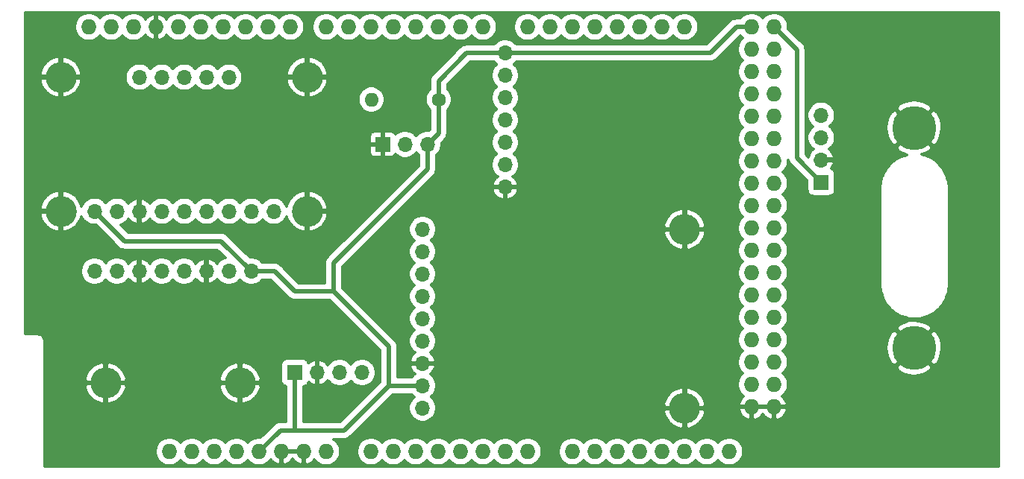
<source format=gbr>
%TF.GenerationSoftware,KiCad,Pcbnew,5.1.9+dfsg1-1*%
%TF.CreationDate,2021-05-17T19:44:08-07:00*%
%TF.ProjectId,Flight_Comp,466c6967-6874-45f4-936f-6d702e6b6963,rev?*%
%TF.SameCoordinates,Original*%
%TF.FileFunction,Copper,L2,Bot*%
%TF.FilePolarity,Positive*%
%FSLAX46Y46*%
G04 Gerber Fmt 4.6, Leading zero omitted, Abs format (unit mm)*
G04 Created by KiCad (PCBNEW 5.1.9+dfsg1-1) date 2021-05-17 19:44:08*
%MOMM*%
%LPD*%
G01*
G04 APERTURE LIST*
%TA.AperFunction,ComponentPad*%
%ADD10O,3.515868X3.515868*%
%TD*%
%TA.AperFunction,ComponentPad*%
%ADD11O,1.700000X1.700000*%
%TD*%
%TA.AperFunction,ComponentPad*%
%ADD12R,1.700000X1.700000*%
%TD*%
%TA.AperFunction,ComponentPad*%
%ADD13C,5.000000*%
%TD*%
%TA.AperFunction,ComponentPad*%
%ADD14O,1.727200X1.727200*%
%TD*%
%TA.AperFunction,ComponentPad*%
%ADD15C,1.600000*%
%TD*%
%TA.AperFunction,ComponentPad*%
%ADD16O,1.600000X1.600000*%
%TD*%
%TA.AperFunction,Conductor*%
%ADD17C,0.500000*%
%TD*%
%TA.AperFunction,Conductor*%
%ADD18C,0.300000*%
%TD*%
%TA.AperFunction,Conductor*%
%ADD19C,0.100000*%
%TD*%
G04 APERTURE END LIST*
D10*
%TO.P,J3,3*%
%TO.N,GND*%
X115684301Y-117792373D03*
X130924300Y-117792373D03*
D11*
%TO.P,J3,7*%
%TO.N,Net-(J3-Pad7)*%
X116954301Y-105092500D03*
%TO.P,J3,6*%
%TO.N,GND*%
X119494301Y-105092500D03*
%TO.P,J3,5*%
%TO.N,SCL_1*%
X122034300Y-105092500D03*
%TO.P,J3,8*%
%TO.N,Net-(J3-Pad8)*%
X114414300Y-105092500D03*
%TO.P,J3,2*%
%TO.N,Net-(J3-Pad2)*%
X129654300Y-105092499D03*
%TO.P,J3,3*%
%TO.N,GND*%
X127114300Y-105092499D03*
%TO.P,J3,1*%
%TO.N,+5V*%
X132194300Y-105092499D03*
%TO.P,J3,4*%
%TO.N,SDA_1*%
X124574301Y-105092499D03*
%TD*%
D12*
%TO.P,J2,1*%
%TO.N,+5V*%
X137147300Y-116611400D03*
D11*
%TO.P,J2,2*%
%TO.N,GND*%
X139687300Y-116611400D03*
%TO.P,J2,4*%
%TO.N,SDA_1*%
X144767299Y-116611400D03*
%TO.P,J2,3*%
%TO.N,SCL_1*%
X142227300Y-116611400D03*
%TD*%
D10*
%TO.P,J4,3*%
%TO.N,GND*%
X138531601Y-98272600D03*
X110591601Y-98272600D03*
X138531601Y-83032601D03*
X110591601Y-83032601D03*
D11*
%TO.P,J4,10*%
%TO.N,Net-(J4-Pad10)*%
X119481600Y-83032602D03*
%TO.P,J4,13*%
%TO.N,Net-(J4-Pad13)*%
X127101599Y-83032601D03*
%TO.P,J4,11*%
%TO.N,Net-(J4-Pad11)*%
X122021599Y-83032602D03*
%TO.P,J4,12*%
%TO.N,Net-(J4-Pad12)*%
X124561600Y-83032601D03*
%TO.P,J4,14*%
%TO.N,Net-(J4-Pad14)*%
X129641599Y-83032601D03*
%TO.P,J4,9*%
%TO.N,Net-(J4-Pad9)*%
X134721601Y-98272600D03*
%TO.P,J4,4*%
%TO.N,SCL_1*%
X122021599Y-98272601D03*
%TO.P,J4,1*%
%TO.N,+5V*%
X114401600Y-98272601D03*
%TO.P,J4,3*%
%TO.N,GND*%
X119481600Y-98272601D03*
%TO.P,J4,2*%
%TO.N,Net-(J4-Pad2)*%
X116941600Y-98272601D03*
%TO.P,J4,5*%
%TO.N,SDA_1*%
X124561600Y-98272600D03*
%TO.P,J4,6*%
%TO.N,Net-(J4-Pad6)*%
X127101599Y-98272600D03*
%TO.P,J4,8*%
%TO.N,Net-(J4-Pad8)*%
X132181600Y-98272600D03*
%TO.P,J4,7*%
%TO.N,Net-(J4-Pad7)*%
X129641599Y-98272600D03*
%TD*%
%TO.P,J1,3*%
%TO.N,RX1*%
X196850000Y-89890600D03*
%TO.P,J1,4*%
%TO.N,TX1*%
X196850000Y-87350600D03*
%TO.P,J1,2*%
%TO.N,GND*%
X196850000Y-92430600D03*
D12*
%TO.P,J1,1*%
%TO.N,+5V*%
X196850000Y-94970600D03*
D13*
%TO.P,J1,2*%
%TO.N,GND*%
X207391000Y-88798400D03*
X207391000Y-113817400D03*
%TD*%
D10*
%TO.P,J5,7*%
%TO.N,GND*%
X181348887Y-120637301D03*
X181351300Y-100317300D03*
D11*
X151633300Y-115557299D03*
%TO.P,J5,3*%
%TO.N,Net-(J5-Pad3)*%
X151633299Y-105397300D03*
%TO.P,J5,4*%
%TO.N,Net-(J5-Pad4)*%
X151633299Y-107937299D03*
%TO.P,J5,8*%
%TO.N,+5V*%
X151633300Y-118097300D03*
%TO.P,J5,2*%
%TO.N,Net-(J5-Pad2)*%
X151633299Y-102857300D03*
%TO.P,J5,1*%
%TO.N,Net-(J5-Pad1)*%
X151633299Y-100317300D03*
%TO.P,J5,6*%
%TO.N,TX2*%
X151633300Y-113017299D03*
%TO.P,J5,5*%
%TO.N,RX2*%
X151633300Y-110477300D03*
%TO.P,J5,9*%
%TO.N,Net-(J5-Pad9)*%
X151633300Y-120637301D03*
%TD*%
D14*
%TO.P,XA1,A0*%
%TO.N,Net-(XA1-PadA0)*%
X145783300Y-125590300D03*
%TO.P,XA1,VIN*%
%TO.N,VSS*%
X140703300Y-125590300D03*
%TO.P,XA1,GND3*%
%TO.N,GND*%
X138163300Y-125590300D03*
%TO.P,XA1,GND2*%
X135623300Y-125590300D03*
%TO.P,XA1,5V1*%
%TO.N,+5V*%
X133083300Y-125590300D03*
%TO.P,XA1,3V3*%
%TO.N,+3V3*%
X130543300Y-125590300D03*
%TO.P,XA1,RST1*%
%TO.N,Net-(Reset1-Pad1)*%
X128003300Y-125590300D03*
%TO.P,XA1,IORF*%
%TO.N,Net-(XA1-PadIORF)*%
X125463300Y-125590300D03*
%TO.P,XA1,D21*%
%TO.N,Net-(XA1-PadD21)*%
X181343300Y-77330300D03*
%TO.P,XA1,D20*%
%TO.N,Net-(XA1-PadD20)*%
X178803300Y-77330300D03*
%TO.P,XA1,D19*%
%TO.N,RX1*%
X176263300Y-77330300D03*
%TO.P,XA1,D18*%
%TO.N,TX1*%
X173723300Y-77330300D03*
%TO.P,XA1,D17*%
%TO.N,RX2*%
X171183300Y-77330300D03*
%TO.P,XA1,D16*%
%TO.N,TX2*%
X168643300Y-77330300D03*
%TO.P,XA1,D15*%
%TO.N,Net-(XA1-PadD15)*%
X166103300Y-77330300D03*
%TO.P,XA1,D14*%
%TO.N,Net-(XA1-PadD14)*%
X163563300Y-77330300D03*
%TO.P,XA1,D0*%
%TO.N,Net-(XA1-PadD0)*%
X158483300Y-77330300D03*
%TO.P,XA1,D1*%
%TO.N,Net-(XA1-PadD1)*%
X155943300Y-77330300D03*
%TO.P,XA1,D2*%
%TO.N,D2*%
X153403300Y-77330300D03*
%TO.P,XA1,D3*%
%TO.N,D3*%
X150863300Y-77330300D03*
%TO.P,XA1,D4*%
%TO.N,Net-(XA1-PadD4)*%
X148323300Y-77330300D03*
%TO.P,XA1,D5*%
%TO.N,Net-(XA1-PadD5)*%
X145783300Y-77330300D03*
%TO.P,XA1,D6*%
%TO.N,Net-(XA1-PadD6)*%
X143243300Y-77330300D03*
%TO.P,XA1,D7*%
%TO.N,Net-(XA1-PadD7)*%
X140703300Y-77330300D03*
%TO.P,XA1,GND1*%
%TO.N,GND*%
X121399300Y-77330300D03*
%TO.P,XA1,D8*%
%TO.N,Net-(XA1-PadD8)*%
X136639300Y-77330300D03*
%TO.P,XA1,D9*%
%TO.N,Net-(XA1-PadD9)*%
X134099300Y-77330300D03*
%TO.P,XA1,D10*%
%TO.N,Net-(XA1-PadD10)*%
X131559300Y-77330300D03*
%TO.P,XA1,SCL*%
%TO.N,SCL_1*%
X113779300Y-77330300D03*
%TO.P,XA1,SDA*%
%TO.N,SDA_1*%
X116319300Y-77330300D03*
%TO.P,XA1,AREF*%
%TO.N,Net-(XA1-PadAREF)*%
X118859300Y-77330300D03*
%TO.P,XA1,D13*%
%TO.N,Net-(XA1-PadD13)*%
X123939300Y-77330300D03*
%TO.P,XA1,D12*%
%TO.N,Net-(XA1-PadD12)*%
X126479300Y-77330300D03*
%TO.P,XA1,D11*%
%TO.N,Net-(XA1-PadD11)*%
X129019300Y-77330300D03*
%TO.P,XA1,*%
%TO.N,*%
X122923300Y-125590300D03*
%TO.P,XA1,A1*%
%TO.N,Net-(XA1-PadA1)*%
X148323300Y-125590300D03*
%TO.P,XA1,A2*%
%TO.N,Net-(XA1-PadA2)*%
X150863300Y-125590300D03*
%TO.P,XA1,A3*%
%TO.N,Net-(XA1-PadA3)*%
X153403300Y-125590300D03*
%TO.P,XA1,A4*%
%TO.N,Net-(XA1-PadA4)*%
X155943300Y-125590300D03*
%TO.P,XA1,A5*%
%TO.N,Net-(XA1-PadA5)*%
X158483300Y-125590300D03*
%TO.P,XA1,A6*%
%TO.N,Net-(XA1-PadA6)*%
X161023300Y-125590300D03*
%TO.P,XA1,A7*%
%TO.N,Net-(XA1-PadA7)*%
X163563300Y-125590300D03*
%TO.P,XA1,A8*%
%TO.N,Net-(XA1-PadA8)*%
X168643300Y-125590300D03*
%TO.P,XA1,A9*%
%TO.N,Net-(XA1-PadA9)*%
X171183300Y-125590300D03*
%TO.P,XA1,A10*%
%TO.N,Net-(XA1-PadA10)*%
X173723300Y-125590300D03*
%TO.P,XA1,A11*%
%TO.N,Net-(XA1-PadA11)*%
X176263300Y-125590300D03*
%TO.P,XA1,A12*%
%TO.N,Net-(XA1-PadA12)*%
X178803300Y-125590300D03*
%TO.P,XA1,A13*%
%TO.N,Net-(XA1-PadA13)*%
X181343300Y-125590300D03*
%TO.P,XA1,A14*%
%TO.N,Net-(XA1-PadA14)*%
X183883300Y-125590300D03*
%TO.P,XA1,A15*%
%TO.N,Net-(XA1-PadA15)*%
X186423300Y-125590300D03*
%TO.P,XA1,5V3*%
%TO.N,+5V*%
X188963300Y-77330300D03*
%TO.P,XA1,5V4*%
X191503300Y-77330300D03*
%TO.P,XA1,D22*%
%TO.N,Net-(XA1-PadD22)*%
X188963300Y-79870300D03*
%TO.P,XA1,D23*%
%TO.N,Net-(XA1-PadD23)*%
X191503300Y-79870300D03*
%TO.P,XA1,D24*%
%TO.N,Net-(XA1-PadD24)*%
X188963300Y-82410300D03*
%TO.P,XA1,D25*%
%TO.N,Net-(XA1-PadD25)*%
X191503300Y-82410300D03*
%TO.P,XA1,D26*%
%TO.N,Net-(XA1-PadD26)*%
X188963300Y-84950300D03*
%TO.P,XA1,D27*%
%TO.N,Net-(XA1-PadD27)*%
X191503300Y-84950300D03*
%TO.P,XA1,D28*%
%TO.N,Net-(XA1-PadD28)*%
X188963300Y-87490300D03*
%TO.P,XA1,D29*%
%TO.N,Net-(XA1-PadD29)*%
X191503300Y-87490300D03*
%TO.P,XA1,D30*%
%TO.N,Net-(XA1-PadD30)*%
X188963300Y-90030300D03*
%TO.P,XA1,D31*%
%TO.N,Net-(XA1-PadD31)*%
X191503300Y-90030300D03*
%TO.P,XA1,D32*%
%TO.N,Net-(XA1-PadD32)*%
X188963300Y-92570300D03*
%TO.P,XA1,D33*%
%TO.N,Net-(XA1-PadD33)*%
X191503300Y-92570300D03*
%TO.P,XA1,D34*%
%TO.N,Net-(XA1-PadD34)*%
X188963300Y-95110300D03*
%TO.P,XA1,D35*%
%TO.N,Net-(XA1-PadD35)*%
X191503300Y-95110300D03*
%TO.P,XA1,D36*%
%TO.N,Net-(XA1-PadD36)*%
X188963300Y-97650300D03*
%TO.P,XA1,D37*%
%TO.N,Net-(XA1-PadD37)*%
X191503300Y-97650300D03*
%TO.P,XA1,D38*%
%TO.N,Net-(XA1-PadD38)*%
X188963300Y-100190300D03*
%TO.P,XA1,D39*%
%TO.N,Net-(XA1-PadD39)*%
X191503300Y-100190300D03*
%TO.P,XA1,D40*%
%TO.N,Net-(XA1-PadD40)*%
X188963300Y-102730300D03*
%TO.P,XA1,D41*%
%TO.N,Net-(XA1-PadD41)*%
X191503300Y-102730300D03*
%TO.P,XA1,D42*%
%TO.N,Net-(XA1-PadD42)*%
X188963300Y-105270300D03*
%TO.P,XA1,D43*%
%TO.N,Net-(XA1-PadD43)*%
X191503300Y-105270300D03*
%TO.P,XA1,D44*%
%TO.N,Net-(XA1-PadD44)*%
X188963300Y-107810300D03*
%TO.P,XA1,D45*%
%TO.N,Net-(XA1-PadD45)*%
X191503300Y-107810300D03*
%TO.P,XA1,D46*%
%TO.N,Net-(XA1-PadD46)*%
X188963300Y-110350300D03*
%TO.P,XA1,D47*%
%TO.N,Net-(XA1-PadD47)*%
X191503300Y-110350300D03*
%TO.P,XA1,D48*%
%TO.N,Net-(XA1-PadD48)*%
X188963300Y-112890300D03*
%TO.P,XA1,D49*%
%TO.N,Net-(XA1-PadD49)*%
X191503300Y-112890300D03*
%TO.P,XA1,D50*%
%TO.N,DO*%
X188963300Y-115430300D03*
%TO.P,XA1,D51*%
%TO.N,DI*%
X191503300Y-115430300D03*
%TO.P,XA1,D52*%
%TO.N,CLK*%
X188963300Y-117970300D03*
%TO.P,XA1,D53*%
%TO.N,CS*%
X191503300Y-117970300D03*
%TO.P,XA1,GND5*%
%TO.N,GND*%
X188963300Y-120510300D03*
%TO.P,XA1,GND6*%
X191503300Y-120510300D03*
%TD*%
D11*
%TO.P,J6,1*%
%TO.N,+5V*%
X161003360Y-80289401D03*
%TO.P,J6,7*%
%TO.N,GND*%
X161003361Y-95529400D03*
%TO.P,J6,2*%
%TO.N,CS*%
X161003360Y-82829401D03*
%TO.P,J6,5*%
%TO.N,DO*%
X161003361Y-90449401D03*
%TO.P,J6,3*%
%TO.N,DI*%
X161003360Y-85369401D03*
%TO.P,J6,4*%
%TO.N,CLK*%
X161003360Y-87909400D03*
%TO.P,J6,6*%
%TO.N,Net-(J6-Pad6)*%
X161003361Y-92989400D03*
%TD*%
D15*
%TO.P,R1,1*%
%TO.N,+5V*%
X153454100Y-85585300D03*
D16*
%TO.P,R1,2*%
%TO.N,D2*%
X145834100Y-85585300D03*
%TD*%
D12*
%TO.P,U1,1*%
%TO.N,GND*%
X147104100Y-90665300D03*
D11*
%TO.P,U1,2*%
%TO.N,D2*%
X149644100Y-90665300D03*
%TO.P,U1,3*%
%TO.N,+5V*%
X152184100Y-90665300D03*
%TD*%
D17*
%TO.N,+5V*%
X132194300Y-105092499D02*
X134835899Y-105092499D01*
X134835899Y-105092499D02*
X137147300Y-107403900D01*
X191503300Y-77330300D02*
X194094100Y-79921100D01*
X194094100Y-92214700D02*
X196850000Y-94970600D01*
X194094100Y-79921100D02*
X194094100Y-92214700D01*
X188963300Y-77330300D02*
X187236100Y-77330300D01*
X184276999Y-80289401D02*
X161003360Y-80289401D01*
X187236100Y-77330300D02*
X184276999Y-80289401D01*
X161003360Y-80289401D02*
X156616399Y-80289401D01*
X153454100Y-83451700D02*
X153454100Y-85585300D01*
X156616399Y-80289401D02*
X153454100Y-83451700D01*
X153454100Y-89395300D02*
X152184100Y-90665300D01*
X153454100Y-85585300D02*
X153454100Y-89395300D01*
X151633300Y-118097300D02*
X147802600Y-118097300D01*
X114401600Y-98272601D02*
X117805199Y-101676200D01*
X128778001Y-101676200D02*
X132194300Y-105092499D01*
X117805199Y-101676200D02*
X128778001Y-101676200D01*
X142709900Y-123190000D02*
X147802600Y-118097300D01*
X147802600Y-118097300D02*
X147802600Y-113665000D01*
X141541500Y-107403900D02*
X137147300Y-107403900D01*
X147802600Y-113665000D02*
X141541500Y-107403900D01*
X141541500Y-104165400D02*
X141541500Y-107403900D01*
X152184100Y-93522800D02*
X141541500Y-104165400D01*
X152184100Y-90665300D02*
X152184100Y-93522800D01*
X137121900Y-116636800D02*
X137147300Y-116611400D01*
X135483600Y-123190000D02*
X133083300Y-125590300D01*
X137147300Y-123177300D02*
X137134600Y-123190000D01*
X137147300Y-116611400D02*
X137147300Y-123177300D01*
X137134600Y-123190000D02*
X135483600Y-123190000D01*
X142709900Y-123190000D02*
X137134600Y-123190000D01*
%TD*%
D18*
%TO.N,GND*%
X216980401Y-127254900D02*
X108774600Y-127254900D01*
X108774600Y-118271425D01*
X113324499Y-118271425D01*
X113463300Y-118722595D01*
X113687453Y-119138017D01*
X113988344Y-119501727D01*
X114354410Y-119799747D01*
X114771583Y-120020625D01*
X115205249Y-120152173D01*
X115580301Y-120035397D01*
X115580301Y-117896373D01*
X115788301Y-117896373D01*
X115788301Y-120035397D01*
X116163353Y-120152173D01*
X116597019Y-120020625D01*
X117014192Y-119799747D01*
X117380258Y-119501727D01*
X117681149Y-119138017D01*
X117905302Y-118722595D01*
X118044103Y-118271425D01*
X128564498Y-118271425D01*
X128703299Y-118722595D01*
X128927452Y-119138017D01*
X129228343Y-119501727D01*
X129594409Y-119799747D01*
X130011582Y-120020625D01*
X130445248Y-120152173D01*
X130820300Y-120035397D01*
X130820300Y-117896373D01*
X131028300Y-117896373D01*
X131028300Y-120035397D01*
X131403352Y-120152173D01*
X131837018Y-120020625D01*
X132254191Y-119799747D01*
X132620257Y-119501727D01*
X132921148Y-119138017D01*
X133145301Y-118722595D01*
X133284102Y-118271425D01*
X133167489Y-117896373D01*
X131028300Y-117896373D01*
X130820300Y-117896373D01*
X128681111Y-117896373D01*
X128564498Y-118271425D01*
X118044103Y-118271425D01*
X117927490Y-117896373D01*
X115788301Y-117896373D01*
X115580301Y-117896373D01*
X113441112Y-117896373D01*
X113324499Y-118271425D01*
X108774600Y-118271425D01*
X108774600Y-117313321D01*
X113324499Y-117313321D01*
X113441112Y-117688373D01*
X115580301Y-117688373D01*
X115580301Y-115549349D01*
X115788301Y-115549349D01*
X115788301Y-117688373D01*
X117927490Y-117688373D01*
X118044103Y-117313321D01*
X128564498Y-117313321D01*
X128681111Y-117688373D01*
X130820300Y-117688373D01*
X130820300Y-115549349D01*
X131028300Y-115549349D01*
X131028300Y-117688373D01*
X133167489Y-117688373D01*
X133284102Y-117313321D01*
X133145301Y-116862151D01*
X132921148Y-116446729D01*
X132620257Y-116083019D01*
X132254191Y-115784999D01*
X131837018Y-115564121D01*
X131403352Y-115432573D01*
X131028300Y-115549349D01*
X130820300Y-115549349D01*
X130445248Y-115432573D01*
X130011582Y-115564121D01*
X129594409Y-115784999D01*
X129228343Y-116083019D01*
X128927452Y-116446729D01*
X128703299Y-116862151D01*
X128564498Y-117313321D01*
X118044103Y-117313321D01*
X117905302Y-116862151D01*
X117681149Y-116446729D01*
X117380258Y-116083019D01*
X117014192Y-115784999D01*
X116597019Y-115564121D01*
X116163353Y-115432573D01*
X115788301Y-115549349D01*
X115580301Y-115549349D01*
X115205249Y-115432573D01*
X114771583Y-115564121D01*
X114354410Y-115784999D01*
X113988344Y-116083019D01*
X113687453Y-116446729D01*
X113463300Y-116862151D01*
X113324499Y-117313321D01*
X108774600Y-117313321D01*
X108774600Y-113122548D01*
X108778712Y-113080800D01*
X108762300Y-112914171D01*
X108713697Y-112753945D01*
X108634768Y-112606281D01*
X108528548Y-112476852D01*
X108399119Y-112370632D01*
X108251455Y-112291703D01*
X108091229Y-112243100D01*
X107966349Y-112230800D01*
X107966348Y-112230800D01*
X107924600Y-112226688D01*
X107882851Y-112230800D01*
X106602900Y-112230800D01*
X106602900Y-104934914D01*
X112814300Y-104934914D01*
X112814300Y-105250086D01*
X112875787Y-105559203D01*
X112996398Y-105850384D01*
X113171499Y-106112441D01*
X113394359Y-106335301D01*
X113656416Y-106510402D01*
X113947597Y-106631013D01*
X114256714Y-106692500D01*
X114571886Y-106692500D01*
X114881003Y-106631013D01*
X115172184Y-106510402D01*
X115434241Y-106335301D01*
X115657101Y-106112441D01*
X115684301Y-106071734D01*
X115711500Y-106112441D01*
X115934360Y-106335301D01*
X116196417Y-106510402D01*
X116487598Y-106631013D01*
X116796715Y-106692500D01*
X117111887Y-106692500D01*
X117421004Y-106631013D01*
X117712185Y-106510402D01*
X117974242Y-106335301D01*
X118197102Y-106112441D01*
X118286445Y-105978730D01*
X118466060Y-106184623D01*
X118698880Y-106364238D01*
X118962268Y-106494981D01*
X119157494Y-106554198D01*
X119390301Y-106425951D01*
X119390301Y-105196500D01*
X119370301Y-105196500D01*
X119370301Y-104988500D01*
X119390301Y-104988500D01*
X119390301Y-103759049D01*
X119598301Y-103759049D01*
X119598301Y-104988500D01*
X119618301Y-104988500D01*
X119618301Y-105196500D01*
X119598301Y-105196500D01*
X119598301Y-106425951D01*
X119831108Y-106554198D01*
X120026334Y-106494981D01*
X120289722Y-106364238D01*
X120522542Y-106184623D01*
X120702157Y-105978731D01*
X120791499Y-106112441D01*
X121014359Y-106335301D01*
X121276416Y-106510402D01*
X121567597Y-106631013D01*
X121876714Y-106692500D01*
X122191886Y-106692500D01*
X122501003Y-106631013D01*
X122792184Y-106510402D01*
X123054241Y-106335301D01*
X123277101Y-106112441D01*
X123304301Y-106071734D01*
X123331500Y-106112440D01*
X123554360Y-106335300D01*
X123816417Y-106510401D01*
X124107598Y-106631012D01*
X124416715Y-106692499D01*
X124731887Y-106692499D01*
X125041004Y-106631012D01*
X125332185Y-106510401D01*
X125594242Y-106335300D01*
X125817102Y-106112440D01*
X125906444Y-105978730D01*
X126086059Y-106184622D01*
X126318879Y-106364237D01*
X126582267Y-106494980D01*
X126777493Y-106554197D01*
X127010300Y-106425950D01*
X127010300Y-105196499D01*
X126990300Y-105196499D01*
X126990300Y-104988499D01*
X127010300Y-104988499D01*
X127010300Y-103759048D01*
X126777493Y-103630801D01*
X126582267Y-103690018D01*
X126318879Y-103820761D01*
X126086059Y-104000376D01*
X125906444Y-104206268D01*
X125817102Y-104072558D01*
X125594242Y-103849698D01*
X125332185Y-103674597D01*
X125041004Y-103553986D01*
X124731887Y-103492499D01*
X124416715Y-103492499D01*
X124107598Y-103553986D01*
X123816417Y-103674597D01*
X123554360Y-103849698D01*
X123331500Y-104072558D01*
X123304300Y-104113265D01*
X123277101Y-104072559D01*
X123054241Y-103849699D01*
X122792184Y-103674598D01*
X122501003Y-103553987D01*
X122191886Y-103492500D01*
X121876714Y-103492500D01*
X121567597Y-103553987D01*
X121276416Y-103674598D01*
X121014359Y-103849699D01*
X120791499Y-104072559D01*
X120702157Y-104206269D01*
X120522542Y-104000377D01*
X120289722Y-103820762D01*
X120026334Y-103690019D01*
X119831108Y-103630802D01*
X119598301Y-103759049D01*
X119390301Y-103759049D01*
X119157494Y-103630802D01*
X118962268Y-103690019D01*
X118698880Y-103820762D01*
X118466060Y-104000377D01*
X118286445Y-104206270D01*
X118197102Y-104072559D01*
X117974242Y-103849699D01*
X117712185Y-103674598D01*
X117421004Y-103553987D01*
X117111887Y-103492500D01*
X116796715Y-103492500D01*
X116487598Y-103553987D01*
X116196417Y-103674598D01*
X115934360Y-103849699D01*
X115711500Y-104072559D01*
X115684301Y-104113266D01*
X115657101Y-104072559D01*
X115434241Y-103849699D01*
X115172184Y-103674598D01*
X114881003Y-103553987D01*
X114571886Y-103492500D01*
X114256714Y-103492500D01*
X113947597Y-103553987D01*
X113656416Y-103674598D01*
X113394359Y-103849699D01*
X113171499Y-104072559D01*
X112996398Y-104334616D01*
X112875787Y-104625797D01*
X112814300Y-104934914D01*
X106602900Y-104934914D01*
X106602900Y-98751652D01*
X108231799Y-98751652D01*
X108370600Y-99202822D01*
X108594753Y-99618244D01*
X108895644Y-99981954D01*
X109261710Y-100279974D01*
X109678883Y-100500852D01*
X110112549Y-100632400D01*
X110487601Y-100515624D01*
X110487601Y-98376600D01*
X108348412Y-98376600D01*
X108231799Y-98751652D01*
X106602900Y-98751652D01*
X106602900Y-97793548D01*
X108231799Y-97793548D01*
X108348412Y-98168600D01*
X110487601Y-98168600D01*
X110487601Y-96029576D01*
X110695601Y-96029576D01*
X110695601Y-98168600D01*
X110715601Y-98168600D01*
X110715601Y-98376600D01*
X110695601Y-98376600D01*
X110695601Y-100515624D01*
X111070653Y-100632400D01*
X111504319Y-100500852D01*
X111921492Y-100279974D01*
X112287558Y-99981954D01*
X112588449Y-99618244D01*
X112812602Y-99202822D01*
X112915944Y-98866912D01*
X112983698Y-99030485D01*
X113158799Y-99292542D01*
X113381659Y-99515402D01*
X113643716Y-99690503D01*
X113934897Y-99811114D01*
X114244014Y-99872601D01*
X114559186Y-99872601D01*
X114582709Y-99867922D01*
X117063354Y-102348568D01*
X117094671Y-102386728D01*
X117246941Y-102511692D01*
X117420664Y-102604549D01*
X117609165Y-102661730D01*
X117805199Y-102681038D01*
X117854319Y-102676200D01*
X128363789Y-102676200D01*
X129232619Y-103545031D01*
X129187597Y-103553986D01*
X128896416Y-103674597D01*
X128634359Y-103849698D01*
X128411499Y-104072558D01*
X128322156Y-104206269D01*
X128142541Y-104000376D01*
X127909721Y-103820761D01*
X127646333Y-103690018D01*
X127451107Y-103630801D01*
X127218300Y-103759048D01*
X127218300Y-104988499D01*
X127238300Y-104988499D01*
X127238300Y-105196499D01*
X127218300Y-105196499D01*
X127218300Y-106425950D01*
X127451107Y-106554197D01*
X127646333Y-106494980D01*
X127909721Y-106364237D01*
X128142541Y-106184622D01*
X128322156Y-105978729D01*
X128411499Y-106112440D01*
X128634359Y-106335300D01*
X128896416Y-106510401D01*
X129187597Y-106631012D01*
X129496714Y-106692499D01*
X129811886Y-106692499D01*
X130121003Y-106631012D01*
X130412184Y-106510401D01*
X130674241Y-106335300D01*
X130897101Y-106112440D01*
X130924300Y-106071734D01*
X130951499Y-106112440D01*
X131174359Y-106335300D01*
X131436416Y-106510401D01*
X131727597Y-106631012D01*
X132036714Y-106692499D01*
X132351886Y-106692499D01*
X132661003Y-106631012D01*
X132952184Y-106510401D01*
X133214241Y-106335300D01*
X133437101Y-106112440D01*
X133450425Y-106092499D01*
X134421687Y-106092499D01*
X136405459Y-108076273D01*
X136436772Y-108114428D01*
X136474926Y-108145740D01*
X136589042Y-108239392D01*
X136762765Y-108332249D01*
X136951266Y-108389430D01*
X137147300Y-108408738D01*
X137196420Y-108403900D01*
X141127288Y-108403900D01*
X146802601Y-114079215D01*
X146802600Y-117683087D01*
X142295688Y-122190000D01*
X138147300Y-122190000D01*
X138147300Y-118199645D01*
X138285701Y-118157661D01*
X138415993Y-118088019D01*
X138530195Y-117994295D01*
X138623919Y-117880093D01*
X138693561Y-117749801D01*
X138698394Y-117733869D01*
X138891879Y-117883138D01*
X139155267Y-118013881D01*
X139350493Y-118073098D01*
X139583300Y-117944851D01*
X139583300Y-116715400D01*
X139563300Y-116715400D01*
X139563300Y-116507400D01*
X139583300Y-116507400D01*
X139583300Y-115277949D01*
X139791300Y-115277949D01*
X139791300Y-116507400D01*
X139811300Y-116507400D01*
X139811300Y-116715400D01*
X139791300Y-116715400D01*
X139791300Y-117944851D01*
X140024107Y-118073098D01*
X140219333Y-118013881D01*
X140482721Y-117883138D01*
X140715541Y-117703523D01*
X140895156Y-117497630D01*
X140984499Y-117631341D01*
X141207359Y-117854201D01*
X141469416Y-118029302D01*
X141760597Y-118149913D01*
X142069714Y-118211400D01*
X142384886Y-118211400D01*
X142694003Y-118149913D01*
X142985184Y-118029302D01*
X143247241Y-117854201D01*
X143470101Y-117631341D01*
X143497300Y-117590636D01*
X143524498Y-117631341D01*
X143747358Y-117854201D01*
X144009415Y-118029302D01*
X144300596Y-118149913D01*
X144609713Y-118211400D01*
X144924885Y-118211400D01*
X145234002Y-118149913D01*
X145525183Y-118029302D01*
X145787240Y-117854201D01*
X146010100Y-117631341D01*
X146185201Y-117369284D01*
X146305812Y-117078103D01*
X146367299Y-116768986D01*
X146367299Y-116453814D01*
X146305812Y-116144697D01*
X146185201Y-115853516D01*
X146010100Y-115591459D01*
X145787240Y-115368599D01*
X145525183Y-115193498D01*
X145234002Y-115072887D01*
X144924885Y-115011400D01*
X144609713Y-115011400D01*
X144300596Y-115072887D01*
X144009415Y-115193498D01*
X143747358Y-115368599D01*
X143524498Y-115591459D01*
X143497300Y-115632164D01*
X143470101Y-115591459D01*
X143247241Y-115368599D01*
X142985184Y-115193498D01*
X142694003Y-115072887D01*
X142384886Y-115011400D01*
X142069714Y-115011400D01*
X141760597Y-115072887D01*
X141469416Y-115193498D01*
X141207359Y-115368599D01*
X140984499Y-115591459D01*
X140895156Y-115725170D01*
X140715541Y-115519277D01*
X140482721Y-115339662D01*
X140219333Y-115208919D01*
X140024107Y-115149702D01*
X139791300Y-115277949D01*
X139583300Y-115277949D01*
X139350493Y-115149702D01*
X139155267Y-115208919D01*
X138891879Y-115339662D01*
X138698394Y-115488931D01*
X138693561Y-115472999D01*
X138623919Y-115342707D01*
X138530195Y-115228505D01*
X138415993Y-115134781D01*
X138285701Y-115065139D01*
X138144326Y-115022253D01*
X137997300Y-115007772D01*
X136297300Y-115007772D01*
X136150274Y-115022253D01*
X136008899Y-115065139D01*
X135878607Y-115134781D01*
X135764405Y-115228505D01*
X135670681Y-115342707D01*
X135601039Y-115472999D01*
X135558153Y-115614374D01*
X135543672Y-115761400D01*
X135543672Y-117461400D01*
X135558153Y-117608426D01*
X135601039Y-117749801D01*
X135670681Y-117880093D01*
X135764405Y-117994295D01*
X135878607Y-118088019D01*
X136008899Y-118157661D01*
X136147300Y-118199645D01*
X136147301Y-122190000D01*
X135532720Y-122190000D01*
X135483600Y-122185162D01*
X135434480Y-122190000D01*
X135287566Y-122204470D01*
X135099065Y-122261651D01*
X134925342Y-122354508D01*
X134773072Y-122479472D01*
X134741755Y-122517632D01*
X133275975Y-123983413D01*
X133242226Y-123976700D01*
X132924374Y-123976700D01*
X132612630Y-124038709D01*
X132318974Y-124160346D01*
X132054690Y-124336935D01*
X131829935Y-124561690D01*
X131813300Y-124586586D01*
X131796665Y-124561690D01*
X131571910Y-124336935D01*
X131307626Y-124160346D01*
X131013970Y-124038709D01*
X130702226Y-123976700D01*
X130384374Y-123976700D01*
X130072630Y-124038709D01*
X129778974Y-124160346D01*
X129514690Y-124336935D01*
X129289935Y-124561690D01*
X129273300Y-124586586D01*
X129256665Y-124561690D01*
X129031910Y-124336935D01*
X128767626Y-124160346D01*
X128473970Y-124038709D01*
X128162226Y-123976700D01*
X127844374Y-123976700D01*
X127532630Y-124038709D01*
X127238974Y-124160346D01*
X126974690Y-124336935D01*
X126749935Y-124561690D01*
X126733300Y-124586586D01*
X126716665Y-124561690D01*
X126491910Y-124336935D01*
X126227626Y-124160346D01*
X125933970Y-124038709D01*
X125622226Y-123976700D01*
X125304374Y-123976700D01*
X124992630Y-124038709D01*
X124698974Y-124160346D01*
X124434690Y-124336935D01*
X124209935Y-124561690D01*
X124193300Y-124586586D01*
X124176665Y-124561690D01*
X123951910Y-124336935D01*
X123687626Y-124160346D01*
X123393970Y-124038709D01*
X123082226Y-123976700D01*
X122764374Y-123976700D01*
X122452630Y-124038709D01*
X122158974Y-124160346D01*
X121894690Y-124336935D01*
X121669935Y-124561690D01*
X121493346Y-124825974D01*
X121371709Y-125119630D01*
X121309700Y-125431374D01*
X121309700Y-125749226D01*
X121371709Y-126060970D01*
X121493346Y-126354626D01*
X121669935Y-126618910D01*
X121894690Y-126843665D01*
X122158974Y-127020254D01*
X122452630Y-127141891D01*
X122764374Y-127203900D01*
X123082226Y-127203900D01*
X123393970Y-127141891D01*
X123687626Y-127020254D01*
X123951910Y-126843665D01*
X124176665Y-126618910D01*
X124193300Y-126594014D01*
X124209935Y-126618910D01*
X124434690Y-126843665D01*
X124698974Y-127020254D01*
X124992630Y-127141891D01*
X125304374Y-127203900D01*
X125622226Y-127203900D01*
X125933970Y-127141891D01*
X126227626Y-127020254D01*
X126491910Y-126843665D01*
X126716665Y-126618910D01*
X126733300Y-126594014D01*
X126749935Y-126618910D01*
X126974690Y-126843665D01*
X127238974Y-127020254D01*
X127532630Y-127141891D01*
X127844374Y-127203900D01*
X128162226Y-127203900D01*
X128473970Y-127141891D01*
X128767626Y-127020254D01*
X129031910Y-126843665D01*
X129256665Y-126618910D01*
X129273300Y-126594014D01*
X129289935Y-126618910D01*
X129514690Y-126843665D01*
X129778974Y-127020254D01*
X130072630Y-127141891D01*
X130384374Y-127203900D01*
X130702226Y-127203900D01*
X131013970Y-127141891D01*
X131307626Y-127020254D01*
X131571910Y-126843665D01*
X131796665Y-126618910D01*
X131813300Y-126594014D01*
X131829935Y-126618910D01*
X132054690Y-126843665D01*
X132318974Y-127020254D01*
X132612630Y-127141891D01*
X132924374Y-127203900D01*
X133242226Y-127203900D01*
X133553970Y-127141891D01*
X133847626Y-127020254D01*
X134111910Y-126843665D01*
X134336665Y-126618910D01*
X134419133Y-126495487D01*
X134521922Y-126628552D01*
X134745638Y-126823470D01*
X135003082Y-126970998D01*
X135284360Y-127065467D01*
X135519300Y-126937827D01*
X135519300Y-125694300D01*
X135727300Y-125694300D01*
X135727300Y-126937827D01*
X135962240Y-127065467D01*
X136243518Y-126970998D01*
X136500962Y-126823470D01*
X136724678Y-126628552D01*
X136893300Y-126410263D01*
X137061922Y-126628552D01*
X137285638Y-126823470D01*
X137543082Y-126970998D01*
X137824360Y-127065467D01*
X138059300Y-126937827D01*
X138059300Y-125694300D01*
X135727300Y-125694300D01*
X135519300Y-125694300D01*
X135499300Y-125694300D01*
X135499300Y-125486300D01*
X135519300Y-125486300D01*
X135519300Y-125466300D01*
X135727300Y-125466300D01*
X135727300Y-125486300D01*
X138059300Y-125486300D01*
X138059300Y-125466300D01*
X138267300Y-125466300D01*
X138267300Y-125486300D01*
X138287300Y-125486300D01*
X138287300Y-125694300D01*
X138267300Y-125694300D01*
X138267300Y-126937827D01*
X138502240Y-127065467D01*
X138783518Y-126970998D01*
X139040962Y-126823470D01*
X139264678Y-126628552D01*
X139367467Y-126495487D01*
X139449935Y-126618910D01*
X139674690Y-126843665D01*
X139938974Y-127020254D01*
X140232630Y-127141891D01*
X140544374Y-127203900D01*
X140862226Y-127203900D01*
X141173970Y-127141891D01*
X141467626Y-127020254D01*
X141731910Y-126843665D01*
X141956665Y-126618910D01*
X142133254Y-126354626D01*
X142254891Y-126060970D01*
X142316900Y-125749226D01*
X142316900Y-125431374D01*
X144169700Y-125431374D01*
X144169700Y-125749226D01*
X144231709Y-126060970D01*
X144353346Y-126354626D01*
X144529935Y-126618910D01*
X144754690Y-126843665D01*
X145018974Y-127020254D01*
X145312630Y-127141891D01*
X145624374Y-127203900D01*
X145942226Y-127203900D01*
X146253970Y-127141891D01*
X146547626Y-127020254D01*
X146811910Y-126843665D01*
X147036665Y-126618910D01*
X147053300Y-126594014D01*
X147069935Y-126618910D01*
X147294690Y-126843665D01*
X147558974Y-127020254D01*
X147852630Y-127141891D01*
X148164374Y-127203900D01*
X148482226Y-127203900D01*
X148793970Y-127141891D01*
X149087626Y-127020254D01*
X149351910Y-126843665D01*
X149576665Y-126618910D01*
X149593300Y-126594014D01*
X149609935Y-126618910D01*
X149834690Y-126843665D01*
X150098974Y-127020254D01*
X150392630Y-127141891D01*
X150704374Y-127203900D01*
X151022226Y-127203900D01*
X151333970Y-127141891D01*
X151627626Y-127020254D01*
X151891910Y-126843665D01*
X152116665Y-126618910D01*
X152133300Y-126594014D01*
X152149935Y-126618910D01*
X152374690Y-126843665D01*
X152638974Y-127020254D01*
X152932630Y-127141891D01*
X153244374Y-127203900D01*
X153562226Y-127203900D01*
X153873970Y-127141891D01*
X154167626Y-127020254D01*
X154431910Y-126843665D01*
X154656665Y-126618910D01*
X154673300Y-126594014D01*
X154689935Y-126618910D01*
X154914690Y-126843665D01*
X155178974Y-127020254D01*
X155472630Y-127141891D01*
X155784374Y-127203900D01*
X156102226Y-127203900D01*
X156413970Y-127141891D01*
X156707626Y-127020254D01*
X156971910Y-126843665D01*
X157196665Y-126618910D01*
X157213300Y-126594014D01*
X157229935Y-126618910D01*
X157454690Y-126843665D01*
X157718974Y-127020254D01*
X158012630Y-127141891D01*
X158324374Y-127203900D01*
X158642226Y-127203900D01*
X158953970Y-127141891D01*
X159247626Y-127020254D01*
X159511910Y-126843665D01*
X159736665Y-126618910D01*
X159753300Y-126594014D01*
X159769935Y-126618910D01*
X159994690Y-126843665D01*
X160258974Y-127020254D01*
X160552630Y-127141891D01*
X160864374Y-127203900D01*
X161182226Y-127203900D01*
X161493970Y-127141891D01*
X161787626Y-127020254D01*
X162051910Y-126843665D01*
X162276665Y-126618910D01*
X162293300Y-126594014D01*
X162309935Y-126618910D01*
X162534690Y-126843665D01*
X162798974Y-127020254D01*
X163092630Y-127141891D01*
X163404374Y-127203900D01*
X163722226Y-127203900D01*
X164033970Y-127141891D01*
X164327626Y-127020254D01*
X164591910Y-126843665D01*
X164816665Y-126618910D01*
X164993254Y-126354626D01*
X165114891Y-126060970D01*
X165176900Y-125749226D01*
X165176900Y-125431374D01*
X167029700Y-125431374D01*
X167029700Y-125749226D01*
X167091709Y-126060970D01*
X167213346Y-126354626D01*
X167389935Y-126618910D01*
X167614690Y-126843665D01*
X167878974Y-127020254D01*
X168172630Y-127141891D01*
X168484374Y-127203900D01*
X168802226Y-127203900D01*
X169113970Y-127141891D01*
X169407626Y-127020254D01*
X169671910Y-126843665D01*
X169896665Y-126618910D01*
X169913300Y-126594014D01*
X169929935Y-126618910D01*
X170154690Y-126843665D01*
X170418974Y-127020254D01*
X170712630Y-127141891D01*
X171024374Y-127203900D01*
X171342226Y-127203900D01*
X171653970Y-127141891D01*
X171947626Y-127020254D01*
X172211910Y-126843665D01*
X172436665Y-126618910D01*
X172453300Y-126594014D01*
X172469935Y-126618910D01*
X172694690Y-126843665D01*
X172958974Y-127020254D01*
X173252630Y-127141891D01*
X173564374Y-127203900D01*
X173882226Y-127203900D01*
X174193970Y-127141891D01*
X174487626Y-127020254D01*
X174751910Y-126843665D01*
X174976665Y-126618910D01*
X174993300Y-126594014D01*
X175009935Y-126618910D01*
X175234690Y-126843665D01*
X175498974Y-127020254D01*
X175792630Y-127141891D01*
X176104374Y-127203900D01*
X176422226Y-127203900D01*
X176733970Y-127141891D01*
X177027626Y-127020254D01*
X177291910Y-126843665D01*
X177516665Y-126618910D01*
X177533300Y-126594014D01*
X177549935Y-126618910D01*
X177774690Y-126843665D01*
X178038974Y-127020254D01*
X178332630Y-127141891D01*
X178644374Y-127203900D01*
X178962226Y-127203900D01*
X179273970Y-127141891D01*
X179567626Y-127020254D01*
X179831910Y-126843665D01*
X180056665Y-126618910D01*
X180073300Y-126594014D01*
X180089935Y-126618910D01*
X180314690Y-126843665D01*
X180578974Y-127020254D01*
X180872630Y-127141891D01*
X181184374Y-127203900D01*
X181502226Y-127203900D01*
X181813970Y-127141891D01*
X182107626Y-127020254D01*
X182371910Y-126843665D01*
X182596665Y-126618910D01*
X182613300Y-126594014D01*
X182629935Y-126618910D01*
X182854690Y-126843665D01*
X183118974Y-127020254D01*
X183412630Y-127141891D01*
X183724374Y-127203900D01*
X184042226Y-127203900D01*
X184353970Y-127141891D01*
X184647626Y-127020254D01*
X184911910Y-126843665D01*
X185136665Y-126618910D01*
X185153300Y-126594014D01*
X185169935Y-126618910D01*
X185394690Y-126843665D01*
X185658974Y-127020254D01*
X185952630Y-127141891D01*
X186264374Y-127203900D01*
X186582226Y-127203900D01*
X186893970Y-127141891D01*
X187187626Y-127020254D01*
X187451910Y-126843665D01*
X187676665Y-126618910D01*
X187853254Y-126354626D01*
X187974891Y-126060970D01*
X188036900Y-125749226D01*
X188036900Y-125431374D01*
X187974891Y-125119630D01*
X187853254Y-124825974D01*
X187676665Y-124561690D01*
X187451910Y-124336935D01*
X187187626Y-124160346D01*
X186893970Y-124038709D01*
X186582226Y-123976700D01*
X186264374Y-123976700D01*
X185952630Y-124038709D01*
X185658974Y-124160346D01*
X185394690Y-124336935D01*
X185169935Y-124561690D01*
X185153300Y-124586586D01*
X185136665Y-124561690D01*
X184911910Y-124336935D01*
X184647626Y-124160346D01*
X184353970Y-124038709D01*
X184042226Y-123976700D01*
X183724374Y-123976700D01*
X183412630Y-124038709D01*
X183118974Y-124160346D01*
X182854690Y-124336935D01*
X182629935Y-124561690D01*
X182613300Y-124586586D01*
X182596665Y-124561690D01*
X182371910Y-124336935D01*
X182107626Y-124160346D01*
X181813970Y-124038709D01*
X181502226Y-123976700D01*
X181184374Y-123976700D01*
X180872630Y-124038709D01*
X180578974Y-124160346D01*
X180314690Y-124336935D01*
X180089935Y-124561690D01*
X180073300Y-124586586D01*
X180056665Y-124561690D01*
X179831910Y-124336935D01*
X179567626Y-124160346D01*
X179273970Y-124038709D01*
X178962226Y-123976700D01*
X178644374Y-123976700D01*
X178332630Y-124038709D01*
X178038974Y-124160346D01*
X177774690Y-124336935D01*
X177549935Y-124561690D01*
X177533300Y-124586586D01*
X177516665Y-124561690D01*
X177291910Y-124336935D01*
X177027626Y-124160346D01*
X176733970Y-124038709D01*
X176422226Y-123976700D01*
X176104374Y-123976700D01*
X175792630Y-124038709D01*
X175498974Y-124160346D01*
X175234690Y-124336935D01*
X175009935Y-124561690D01*
X174993300Y-124586586D01*
X174976665Y-124561690D01*
X174751910Y-124336935D01*
X174487626Y-124160346D01*
X174193970Y-124038709D01*
X173882226Y-123976700D01*
X173564374Y-123976700D01*
X173252630Y-124038709D01*
X172958974Y-124160346D01*
X172694690Y-124336935D01*
X172469935Y-124561690D01*
X172453300Y-124586586D01*
X172436665Y-124561690D01*
X172211910Y-124336935D01*
X171947626Y-124160346D01*
X171653970Y-124038709D01*
X171342226Y-123976700D01*
X171024374Y-123976700D01*
X170712630Y-124038709D01*
X170418974Y-124160346D01*
X170154690Y-124336935D01*
X169929935Y-124561690D01*
X169913300Y-124586586D01*
X169896665Y-124561690D01*
X169671910Y-124336935D01*
X169407626Y-124160346D01*
X169113970Y-124038709D01*
X168802226Y-123976700D01*
X168484374Y-123976700D01*
X168172630Y-124038709D01*
X167878974Y-124160346D01*
X167614690Y-124336935D01*
X167389935Y-124561690D01*
X167213346Y-124825974D01*
X167091709Y-125119630D01*
X167029700Y-125431374D01*
X165176900Y-125431374D01*
X165114891Y-125119630D01*
X164993254Y-124825974D01*
X164816665Y-124561690D01*
X164591910Y-124336935D01*
X164327626Y-124160346D01*
X164033970Y-124038709D01*
X163722226Y-123976700D01*
X163404374Y-123976700D01*
X163092630Y-124038709D01*
X162798974Y-124160346D01*
X162534690Y-124336935D01*
X162309935Y-124561690D01*
X162293300Y-124586586D01*
X162276665Y-124561690D01*
X162051910Y-124336935D01*
X161787626Y-124160346D01*
X161493970Y-124038709D01*
X161182226Y-123976700D01*
X160864374Y-123976700D01*
X160552630Y-124038709D01*
X160258974Y-124160346D01*
X159994690Y-124336935D01*
X159769935Y-124561690D01*
X159753300Y-124586586D01*
X159736665Y-124561690D01*
X159511910Y-124336935D01*
X159247626Y-124160346D01*
X158953970Y-124038709D01*
X158642226Y-123976700D01*
X158324374Y-123976700D01*
X158012630Y-124038709D01*
X157718974Y-124160346D01*
X157454690Y-124336935D01*
X157229935Y-124561690D01*
X157213300Y-124586586D01*
X157196665Y-124561690D01*
X156971910Y-124336935D01*
X156707626Y-124160346D01*
X156413970Y-124038709D01*
X156102226Y-123976700D01*
X155784374Y-123976700D01*
X155472630Y-124038709D01*
X155178974Y-124160346D01*
X154914690Y-124336935D01*
X154689935Y-124561690D01*
X154673300Y-124586586D01*
X154656665Y-124561690D01*
X154431910Y-124336935D01*
X154167626Y-124160346D01*
X153873970Y-124038709D01*
X153562226Y-123976700D01*
X153244374Y-123976700D01*
X152932630Y-124038709D01*
X152638974Y-124160346D01*
X152374690Y-124336935D01*
X152149935Y-124561690D01*
X152133300Y-124586586D01*
X152116665Y-124561690D01*
X151891910Y-124336935D01*
X151627626Y-124160346D01*
X151333970Y-124038709D01*
X151022226Y-123976700D01*
X150704374Y-123976700D01*
X150392630Y-124038709D01*
X150098974Y-124160346D01*
X149834690Y-124336935D01*
X149609935Y-124561690D01*
X149593300Y-124586586D01*
X149576665Y-124561690D01*
X149351910Y-124336935D01*
X149087626Y-124160346D01*
X148793970Y-124038709D01*
X148482226Y-123976700D01*
X148164374Y-123976700D01*
X147852630Y-124038709D01*
X147558974Y-124160346D01*
X147294690Y-124336935D01*
X147069935Y-124561690D01*
X147053300Y-124586586D01*
X147036665Y-124561690D01*
X146811910Y-124336935D01*
X146547626Y-124160346D01*
X146253970Y-124038709D01*
X145942226Y-123976700D01*
X145624374Y-123976700D01*
X145312630Y-124038709D01*
X145018974Y-124160346D01*
X144754690Y-124336935D01*
X144529935Y-124561690D01*
X144353346Y-124825974D01*
X144231709Y-125119630D01*
X144169700Y-125431374D01*
X142316900Y-125431374D01*
X142254891Y-125119630D01*
X142133254Y-124825974D01*
X141956665Y-124561690D01*
X141731910Y-124336935D01*
X141512006Y-124190000D01*
X142660780Y-124190000D01*
X142709900Y-124194838D01*
X142759020Y-124190000D01*
X142905934Y-124175530D01*
X143094435Y-124118349D01*
X143268158Y-124025492D01*
X143420428Y-123900528D01*
X143451749Y-123862363D01*
X148216813Y-119097300D01*
X150377175Y-119097300D01*
X150390499Y-119117241D01*
X150613359Y-119340101D01*
X150654066Y-119367300D01*
X150613359Y-119394500D01*
X150390499Y-119617360D01*
X150215398Y-119879417D01*
X150094787Y-120170598D01*
X150033300Y-120479715D01*
X150033300Y-120794887D01*
X150094787Y-121104004D01*
X150215398Y-121395185D01*
X150390499Y-121657242D01*
X150613359Y-121880102D01*
X150875416Y-122055203D01*
X151166597Y-122175814D01*
X151475714Y-122237301D01*
X151790886Y-122237301D01*
X152100003Y-122175814D01*
X152391184Y-122055203D01*
X152653241Y-121880102D01*
X152876101Y-121657242D01*
X153051202Y-121395185D01*
X153166697Y-121116353D01*
X178989087Y-121116353D01*
X179120635Y-121550019D01*
X179341513Y-121967192D01*
X179639533Y-122333258D01*
X180003243Y-122634149D01*
X180418665Y-122858302D01*
X180869835Y-122997103D01*
X181244887Y-122880490D01*
X181244887Y-120741301D01*
X181452887Y-120741301D01*
X181452887Y-122880490D01*
X181827939Y-122997103D01*
X182279109Y-122858302D01*
X182694531Y-122634149D01*
X183058241Y-122333258D01*
X183356261Y-121967192D01*
X183577139Y-121550019D01*
X183708687Y-121116353D01*
X183625519Y-120849239D01*
X187488137Y-120849239D01*
X187548438Y-121048041D01*
X187680532Y-121313734D01*
X187861922Y-121548552D01*
X188085638Y-121743470D01*
X188343082Y-121890998D01*
X188624360Y-121985467D01*
X188859300Y-121857827D01*
X188859300Y-120614300D01*
X189067300Y-120614300D01*
X189067300Y-121857827D01*
X189302240Y-121985467D01*
X189583518Y-121890998D01*
X189840962Y-121743470D01*
X190064678Y-121548552D01*
X190233300Y-121330263D01*
X190401922Y-121548552D01*
X190625638Y-121743470D01*
X190883082Y-121890998D01*
X191164360Y-121985467D01*
X191399300Y-121857827D01*
X191399300Y-120614300D01*
X191607300Y-120614300D01*
X191607300Y-121857827D01*
X191842240Y-121985467D01*
X192123518Y-121890998D01*
X192380962Y-121743470D01*
X192604678Y-121548552D01*
X192786068Y-121313734D01*
X192918162Y-121048041D01*
X192978463Y-120849239D01*
X192850391Y-120614300D01*
X191607300Y-120614300D01*
X191399300Y-120614300D01*
X189067300Y-120614300D01*
X188859300Y-120614300D01*
X187616209Y-120614300D01*
X187488137Y-120849239D01*
X183625519Y-120849239D01*
X183591911Y-120741301D01*
X181452887Y-120741301D01*
X181244887Y-120741301D01*
X179105863Y-120741301D01*
X178989087Y-121116353D01*
X153166697Y-121116353D01*
X153171813Y-121104004D01*
X153233300Y-120794887D01*
X153233300Y-120479715D01*
X153171813Y-120170598D01*
X153166698Y-120158249D01*
X178989087Y-120158249D01*
X179105863Y-120533301D01*
X181244887Y-120533301D01*
X181244887Y-118394112D01*
X181452887Y-118394112D01*
X181452887Y-120533301D01*
X183591911Y-120533301D01*
X183708687Y-120158249D01*
X183577139Y-119724583D01*
X183356261Y-119307410D01*
X183058241Y-118941344D01*
X182694531Y-118640453D01*
X182279109Y-118416300D01*
X181827939Y-118277499D01*
X181452887Y-118394112D01*
X181244887Y-118394112D01*
X180869835Y-118277499D01*
X180418665Y-118416300D01*
X180003243Y-118640453D01*
X179639533Y-118941344D01*
X179341513Y-119307410D01*
X179120635Y-119724583D01*
X178989087Y-120158249D01*
X153166698Y-120158249D01*
X153051202Y-119879417D01*
X152876101Y-119617360D01*
X152653241Y-119394500D01*
X152612534Y-119367301D01*
X152653241Y-119340101D01*
X152876101Y-119117241D01*
X153051202Y-118855184D01*
X153171813Y-118564003D01*
X153233300Y-118254886D01*
X153233300Y-117939714D01*
X153171813Y-117630597D01*
X153051202Y-117339416D01*
X152876101Y-117077359D01*
X152653241Y-116854499D01*
X152519530Y-116765156D01*
X152725423Y-116585540D01*
X152905038Y-116352720D01*
X153035781Y-116089332D01*
X153094998Y-115894106D01*
X152966751Y-115661299D01*
X151737300Y-115661299D01*
X151737300Y-115681299D01*
X151529300Y-115681299D01*
X151529300Y-115661299D01*
X150299849Y-115661299D01*
X150171602Y-115894106D01*
X150230819Y-116089332D01*
X150361562Y-116352720D01*
X150541177Y-116585540D01*
X150747070Y-116765156D01*
X150613359Y-116854499D01*
X150390499Y-117077359D01*
X150377175Y-117097300D01*
X148802600Y-117097300D01*
X148802600Y-113714120D01*
X148807438Y-113665000D01*
X148788130Y-113468966D01*
X148730949Y-113280465D01*
X148638092Y-113106742D01*
X148544440Y-112992626D01*
X148513128Y-112954472D01*
X148474974Y-112923160D01*
X142541500Y-106989688D01*
X142541500Y-104579612D01*
X146961398Y-100159714D01*
X150033299Y-100159714D01*
X150033299Y-100474886D01*
X150094786Y-100784003D01*
X150215397Y-101075184D01*
X150390498Y-101337241D01*
X150613358Y-101560101D01*
X150654064Y-101587300D01*
X150613358Y-101614499D01*
X150390498Y-101837359D01*
X150215397Y-102099416D01*
X150094786Y-102390597D01*
X150033299Y-102699714D01*
X150033299Y-103014886D01*
X150094786Y-103324003D01*
X150215397Y-103615184D01*
X150390498Y-103877241D01*
X150613358Y-104100101D01*
X150654064Y-104127300D01*
X150613358Y-104154499D01*
X150390498Y-104377359D01*
X150215397Y-104639416D01*
X150094786Y-104930597D01*
X150033299Y-105239714D01*
X150033299Y-105554886D01*
X150094786Y-105864003D01*
X150215397Y-106155184D01*
X150390498Y-106417241D01*
X150613358Y-106640101D01*
X150654063Y-106667299D01*
X150613358Y-106694498D01*
X150390498Y-106917358D01*
X150215397Y-107179415D01*
X150094786Y-107470596D01*
X150033299Y-107779713D01*
X150033299Y-108094885D01*
X150094786Y-108404002D01*
X150215397Y-108695183D01*
X150390498Y-108957240D01*
X150613358Y-109180100D01*
X150654065Y-109207300D01*
X150613359Y-109234499D01*
X150390499Y-109457359D01*
X150215398Y-109719416D01*
X150094787Y-110010597D01*
X150033300Y-110319714D01*
X150033300Y-110634886D01*
X150094787Y-110944003D01*
X150215398Y-111235184D01*
X150390499Y-111497241D01*
X150613359Y-111720101D01*
X150654064Y-111747300D01*
X150613359Y-111774498D01*
X150390499Y-111997358D01*
X150215398Y-112259415D01*
X150094787Y-112550596D01*
X150033300Y-112859713D01*
X150033300Y-113174885D01*
X150094787Y-113484002D01*
X150215398Y-113775183D01*
X150390499Y-114037240D01*
X150613359Y-114260100D01*
X150747070Y-114349443D01*
X150541177Y-114529058D01*
X150361562Y-114761878D01*
X150230819Y-115025266D01*
X150171602Y-115220492D01*
X150299849Y-115453299D01*
X151529300Y-115453299D01*
X151529300Y-115433299D01*
X151737300Y-115433299D01*
X151737300Y-115453299D01*
X152966751Y-115453299D01*
X153094998Y-115220492D01*
X153035781Y-115025266D01*
X152905038Y-114761878D01*
X152725423Y-114529058D01*
X152519530Y-114349443D01*
X152653241Y-114260100D01*
X152876101Y-114037240D01*
X153051202Y-113775183D01*
X153171813Y-113484002D01*
X153233300Y-113174885D01*
X153233300Y-112859713D01*
X153171813Y-112550596D01*
X153051202Y-112259415D01*
X152876101Y-111997358D01*
X152653241Y-111774498D01*
X152612536Y-111747300D01*
X152653241Y-111720101D01*
X152876101Y-111497241D01*
X153051202Y-111235184D01*
X153171813Y-110944003D01*
X153233300Y-110634886D01*
X153233300Y-110319714D01*
X153171813Y-110010597D01*
X153051202Y-109719416D01*
X152876101Y-109457359D01*
X152653241Y-109234499D01*
X152612534Y-109207299D01*
X152653240Y-109180100D01*
X152876100Y-108957240D01*
X153051201Y-108695183D01*
X153171812Y-108404002D01*
X153233299Y-108094885D01*
X153233299Y-107779713D01*
X153171812Y-107470596D01*
X153051201Y-107179415D01*
X152876100Y-106917358D01*
X152653240Y-106694498D01*
X152612535Y-106667300D01*
X152653240Y-106640101D01*
X152876100Y-106417241D01*
X153051201Y-106155184D01*
X153171812Y-105864003D01*
X153233299Y-105554886D01*
X153233299Y-105239714D01*
X153171812Y-104930597D01*
X153051201Y-104639416D01*
X152876100Y-104377359D01*
X152653240Y-104154499D01*
X152612534Y-104127300D01*
X152653240Y-104100101D01*
X152876100Y-103877241D01*
X153051201Y-103615184D01*
X153171812Y-103324003D01*
X153233299Y-103014886D01*
X153233299Y-102699714D01*
X153171812Y-102390597D01*
X153051201Y-102099416D01*
X152876100Y-101837359D01*
X152653240Y-101614499D01*
X152612534Y-101587300D01*
X152653240Y-101560101D01*
X152876100Y-101337241D01*
X153051201Y-101075184D01*
X153166696Y-100796352D01*
X178991500Y-100796352D01*
X179123048Y-101230018D01*
X179343926Y-101647191D01*
X179641946Y-102013257D01*
X180005656Y-102314148D01*
X180421078Y-102538301D01*
X180872248Y-102677102D01*
X181247300Y-102560489D01*
X181247300Y-100421300D01*
X181455300Y-100421300D01*
X181455300Y-102560489D01*
X181830352Y-102677102D01*
X182281522Y-102538301D01*
X182696944Y-102314148D01*
X183060654Y-102013257D01*
X183358674Y-101647191D01*
X183579552Y-101230018D01*
X183711100Y-100796352D01*
X183594324Y-100421300D01*
X181455300Y-100421300D01*
X181247300Y-100421300D01*
X179108276Y-100421300D01*
X178991500Y-100796352D01*
X153166696Y-100796352D01*
X153171812Y-100784003D01*
X153233299Y-100474886D01*
X153233299Y-100159714D01*
X153171812Y-99850597D01*
X153166697Y-99838248D01*
X178991500Y-99838248D01*
X179108276Y-100213300D01*
X181247300Y-100213300D01*
X181247300Y-98074111D01*
X181455300Y-98074111D01*
X181455300Y-100213300D01*
X183594324Y-100213300D01*
X183711100Y-99838248D01*
X183579552Y-99404582D01*
X183358674Y-98987409D01*
X183060654Y-98621343D01*
X182696944Y-98320452D01*
X182281522Y-98096299D01*
X181830352Y-97957498D01*
X181455300Y-98074111D01*
X181247300Y-98074111D01*
X180872248Y-97957498D01*
X180421078Y-98096299D01*
X180005656Y-98320452D01*
X179641946Y-98621343D01*
X179343926Y-98987409D01*
X179123048Y-99404582D01*
X178991500Y-99838248D01*
X153166697Y-99838248D01*
X153051201Y-99559416D01*
X152876100Y-99297359D01*
X152653240Y-99074499D01*
X152391183Y-98899398D01*
X152100002Y-98778787D01*
X151790885Y-98717300D01*
X151475713Y-98717300D01*
X151166596Y-98778787D01*
X150875415Y-98899398D01*
X150613358Y-99074499D01*
X150390498Y-99297359D01*
X150215397Y-99559416D01*
X150094786Y-99850597D01*
X150033299Y-100159714D01*
X146961398Y-100159714D01*
X151254905Y-95866207D01*
X159541663Y-95866207D01*
X159600880Y-96061433D01*
X159731623Y-96324821D01*
X159911238Y-96557641D01*
X160132823Y-96750946D01*
X160387862Y-96897308D01*
X160666554Y-96991102D01*
X160899361Y-96863294D01*
X160899361Y-95633400D01*
X161107361Y-95633400D01*
X161107361Y-96863294D01*
X161340168Y-96991102D01*
X161618860Y-96897308D01*
X161873899Y-96750946D01*
X162095484Y-96557641D01*
X162275099Y-96324821D01*
X162405842Y-96061433D01*
X162465059Y-95866207D01*
X162336812Y-95633400D01*
X161107361Y-95633400D01*
X160899361Y-95633400D01*
X159669910Y-95633400D01*
X159541663Y-95866207D01*
X151254905Y-95866207D01*
X152856468Y-94264645D01*
X152894628Y-94233328D01*
X153019592Y-94081058D01*
X153112449Y-93907335D01*
X153169630Y-93718834D01*
X153184100Y-93571920D01*
X153184100Y-93571919D01*
X153188938Y-93522801D01*
X153184100Y-93473683D01*
X153184100Y-91921425D01*
X153204041Y-91908101D01*
X153426901Y-91685241D01*
X153602002Y-91423184D01*
X153722613Y-91132003D01*
X153784100Y-90822886D01*
X153784100Y-90507714D01*
X153779421Y-90484192D01*
X154126468Y-90137145D01*
X154164628Y-90105828D01*
X154289592Y-89953558D01*
X154382449Y-89779835D01*
X154439630Y-89591334D01*
X154454100Y-89444420D01*
X154454100Y-89444419D01*
X154458938Y-89395301D01*
X154454100Y-89346183D01*
X154454100Y-86777332D01*
X154658064Y-86573368D01*
X154827692Y-86319500D01*
X154944535Y-86037418D01*
X155004100Y-85737962D01*
X155004100Y-85432638D01*
X154944535Y-85133182D01*
X154827692Y-84851100D01*
X154658064Y-84597232D01*
X154454100Y-84393268D01*
X154454100Y-83865912D01*
X157030612Y-81289401D01*
X159747235Y-81289401D01*
X159760559Y-81309342D01*
X159983419Y-81532202D01*
X160024125Y-81559401D01*
X159983419Y-81586600D01*
X159760559Y-81809460D01*
X159585458Y-82071517D01*
X159464847Y-82362698D01*
X159403360Y-82671815D01*
X159403360Y-82986987D01*
X159464847Y-83296104D01*
X159585458Y-83587285D01*
X159760559Y-83849342D01*
X159983419Y-84072202D01*
X160024125Y-84099401D01*
X159983419Y-84126600D01*
X159760559Y-84349460D01*
X159585458Y-84611517D01*
X159464847Y-84902698D01*
X159403360Y-85211815D01*
X159403360Y-85526987D01*
X159464847Y-85836104D01*
X159585458Y-86127285D01*
X159760559Y-86389342D01*
X159983419Y-86612202D01*
X160024124Y-86639401D01*
X159983419Y-86666599D01*
X159760559Y-86889459D01*
X159585458Y-87151516D01*
X159464847Y-87442697D01*
X159403360Y-87751814D01*
X159403360Y-88066986D01*
X159464847Y-88376103D01*
X159585458Y-88667284D01*
X159760559Y-88929341D01*
X159983419Y-89152201D01*
X160024126Y-89179401D01*
X159983420Y-89206600D01*
X159760560Y-89429460D01*
X159585459Y-89691517D01*
X159464848Y-89982698D01*
X159403361Y-90291815D01*
X159403361Y-90606987D01*
X159464848Y-90916104D01*
X159585459Y-91207285D01*
X159760560Y-91469342D01*
X159983420Y-91692202D01*
X160024125Y-91719400D01*
X159983420Y-91746599D01*
X159760560Y-91969459D01*
X159585459Y-92231516D01*
X159464848Y-92522697D01*
X159403361Y-92831814D01*
X159403361Y-93146986D01*
X159464848Y-93456103D01*
X159585459Y-93747284D01*
X159760560Y-94009341D01*
X159983420Y-94232201D01*
X160117131Y-94321544D01*
X159911238Y-94501159D01*
X159731623Y-94733979D01*
X159600880Y-94997367D01*
X159541663Y-95192593D01*
X159669910Y-95425400D01*
X160899361Y-95425400D01*
X160899361Y-95405400D01*
X161107361Y-95405400D01*
X161107361Y-95425400D01*
X162336812Y-95425400D01*
X162465059Y-95192593D01*
X162405842Y-94997367D01*
X162275099Y-94733979D01*
X162095484Y-94501159D01*
X161889591Y-94321544D01*
X162023302Y-94232201D01*
X162246162Y-94009341D01*
X162421263Y-93747284D01*
X162541874Y-93456103D01*
X162603361Y-93146986D01*
X162603361Y-92831814D01*
X162541874Y-92522697D01*
X162421263Y-92231516D01*
X162246162Y-91969459D01*
X162023302Y-91746599D01*
X161982597Y-91719401D01*
X162023302Y-91692202D01*
X162246162Y-91469342D01*
X162421263Y-91207285D01*
X162541874Y-90916104D01*
X162603361Y-90606987D01*
X162603361Y-90291815D01*
X162541874Y-89982698D01*
X162421263Y-89691517D01*
X162246162Y-89429460D01*
X162023302Y-89206600D01*
X161982595Y-89179400D01*
X162023301Y-89152201D01*
X162246161Y-88929341D01*
X162421262Y-88667284D01*
X162541873Y-88376103D01*
X162603360Y-88066986D01*
X162603360Y-87751814D01*
X162541873Y-87442697D01*
X162421262Y-87151516D01*
X162246161Y-86889459D01*
X162023301Y-86666599D01*
X161982596Y-86639401D01*
X162023301Y-86612202D01*
X162246161Y-86389342D01*
X162421262Y-86127285D01*
X162541873Y-85836104D01*
X162603360Y-85526987D01*
X162603360Y-85211815D01*
X162541873Y-84902698D01*
X162421262Y-84611517D01*
X162246161Y-84349460D01*
X162023301Y-84126600D01*
X161982595Y-84099401D01*
X162023301Y-84072202D01*
X162246161Y-83849342D01*
X162421262Y-83587285D01*
X162541873Y-83296104D01*
X162603360Y-82986987D01*
X162603360Y-82671815D01*
X162541873Y-82362698D01*
X162421262Y-82071517D01*
X162246161Y-81809460D01*
X162023301Y-81586600D01*
X161982595Y-81559401D01*
X162023301Y-81532202D01*
X162246161Y-81309342D01*
X162259485Y-81289401D01*
X184227879Y-81289401D01*
X184276999Y-81294239D01*
X184326119Y-81289401D01*
X184473033Y-81274931D01*
X184661534Y-81217750D01*
X184835257Y-81124893D01*
X184987527Y-80999929D01*
X185018848Y-80961764D01*
X187650314Y-78330300D01*
X187690818Y-78330300D01*
X187709935Y-78358910D01*
X187934690Y-78583665D01*
X187959586Y-78600300D01*
X187934690Y-78616935D01*
X187709935Y-78841690D01*
X187533346Y-79105974D01*
X187411709Y-79399630D01*
X187349700Y-79711374D01*
X187349700Y-80029226D01*
X187411709Y-80340970D01*
X187533346Y-80634626D01*
X187709935Y-80898910D01*
X187934690Y-81123665D01*
X187959586Y-81140300D01*
X187934690Y-81156935D01*
X187709935Y-81381690D01*
X187533346Y-81645974D01*
X187411709Y-81939630D01*
X187349700Y-82251374D01*
X187349700Y-82569226D01*
X187411709Y-82880970D01*
X187533346Y-83174626D01*
X187709935Y-83438910D01*
X187934690Y-83663665D01*
X187959586Y-83680300D01*
X187934690Y-83696935D01*
X187709935Y-83921690D01*
X187533346Y-84185974D01*
X187411709Y-84479630D01*
X187349700Y-84791374D01*
X187349700Y-85109226D01*
X187411709Y-85420970D01*
X187533346Y-85714626D01*
X187709935Y-85978910D01*
X187934690Y-86203665D01*
X187959586Y-86220300D01*
X187934690Y-86236935D01*
X187709935Y-86461690D01*
X187533346Y-86725974D01*
X187411709Y-87019630D01*
X187349700Y-87331374D01*
X187349700Y-87649226D01*
X187411709Y-87960970D01*
X187533346Y-88254626D01*
X187709935Y-88518910D01*
X187934690Y-88743665D01*
X187959586Y-88760300D01*
X187934690Y-88776935D01*
X187709935Y-89001690D01*
X187533346Y-89265974D01*
X187411709Y-89559630D01*
X187349700Y-89871374D01*
X187349700Y-90189226D01*
X187411709Y-90500970D01*
X187533346Y-90794626D01*
X187709935Y-91058910D01*
X187934690Y-91283665D01*
X187959586Y-91300300D01*
X187934690Y-91316935D01*
X187709935Y-91541690D01*
X187533346Y-91805974D01*
X187411709Y-92099630D01*
X187349700Y-92411374D01*
X187349700Y-92729226D01*
X187411709Y-93040970D01*
X187533346Y-93334626D01*
X187709935Y-93598910D01*
X187934690Y-93823665D01*
X187959586Y-93840300D01*
X187934690Y-93856935D01*
X187709935Y-94081690D01*
X187533346Y-94345974D01*
X187411709Y-94639630D01*
X187349700Y-94951374D01*
X187349700Y-95269226D01*
X187411709Y-95580970D01*
X187533346Y-95874626D01*
X187709935Y-96138910D01*
X187934690Y-96363665D01*
X187959586Y-96380300D01*
X187934690Y-96396935D01*
X187709935Y-96621690D01*
X187533346Y-96885974D01*
X187411709Y-97179630D01*
X187349700Y-97491374D01*
X187349700Y-97809226D01*
X187411709Y-98120970D01*
X187533346Y-98414626D01*
X187709935Y-98678910D01*
X187934690Y-98903665D01*
X187959586Y-98920300D01*
X187934690Y-98936935D01*
X187709935Y-99161690D01*
X187533346Y-99425974D01*
X187411709Y-99719630D01*
X187349700Y-100031374D01*
X187349700Y-100349226D01*
X187411709Y-100660970D01*
X187533346Y-100954626D01*
X187709935Y-101218910D01*
X187934690Y-101443665D01*
X187959586Y-101460300D01*
X187934690Y-101476935D01*
X187709935Y-101701690D01*
X187533346Y-101965974D01*
X187411709Y-102259630D01*
X187349700Y-102571374D01*
X187349700Y-102889226D01*
X187411709Y-103200970D01*
X187533346Y-103494626D01*
X187709935Y-103758910D01*
X187934690Y-103983665D01*
X187959586Y-104000300D01*
X187934690Y-104016935D01*
X187709935Y-104241690D01*
X187533346Y-104505974D01*
X187411709Y-104799630D01*
X187349700Y-105111374D01*
X187349700Y-105429226D01*
X187411709Y-105740970D01*
X187533346Y-106034626D01*
X187709935Y-106298910D01*
X187934690Y-106523665D01*
X187959586Y-106540300D01*
X187934690Y-106556935D01*
X187709935Y-106781690D01*
X187533346Y-107045974D01*
X187411709Y-107339630D01*
X187349700Y-107651374D01*
X187349700Y-107969226D01*
X187411709Y-108280970D01*
X187533346Y-108574626D01*
X187709935Y-108838910D01*
X187934690Y-109063665D01*
X187959586Y-109080300D01*
X187934690Y-109096935D01*
X187709935Y-109321690D01*
X187533346Y-109585974D01*
X187411709Y-109879630D01*
X187349700Y-110191374D01*
X187349700Y-110509226D01*
X187411709Y-110820970D01*
X187533346Y-111114626D01*
X187709935Y-111378910D01*
X187934690Y-111603665D01*
X187959586Y-111620300D01*
X187934690Y-111636935D01*
X187709935Y-111861690D01*
X187533346Y-112125974D01*
X187411709Y-112419630D01*
X187349700Y-112731374D01*
X187349700Y-113049226D01*
X187411709Y-113360970D01*
X187533346Y-113654626D01*
X187709935Y-113918910D01*
X187934690Y-114143665D01*
X187959586Y-114160300D01*
X187934690Y-114176935D01*
X187709935Y-114401690D01*
X187533346Y-114665974D01*
X187411709Y-114959630D01*
X187349700Y-115271374D01*
X187349700Y-115589226D01*
X187411709Y-115900970D01*
X187533346Y-116194626D01*
X187709935Y-116458910D01*
X187934690Y-116683665D01*
X187959586Y-116700300D01*
X187934690Y-116716935D01*
X187709935Y-116941690D01*
X187533346Y-117205974D01*
X187411709Y-117499630D01*
X187349700Y-117811374D01*
X187349700Y-118129226D01*
X187411709Y-118440970D01*
X187533346Y-118734626D01*
X187709935Y-118998910D01*
X187934690Y-119223665D01*
X188054851Y-119303954D01*
X187861922Y-119472048D01*
X187680532Y-119706866D01*
X187548438Y-119972559D01*
X187488137Y-120171361D01*
X187616209Y-120406300D01*
X188859300Y-120406300D01*
X188859300Y-120386300D01*
X189067300Y-120386300D01*
X189067300Y-120406300D01*
X191399300Y-120406300D01*
X191399300Y-120386300D01*
X191607300Y-120386300D01*
X191607300Y-120406300D01*
X192850391Y-120406300D01*
X192978463Y-120171361D01*
X192918162Y-119972559D01*
X192786068Y-119706866D01*
X192604678Y-119472048D01*
X192411749Y-119303954D01*
X192531910Y-119223665D01*
X192756665Y-118998910D01*
X192933254Y-118734626D01*
X193054891Y-118440970D01*
X193116900Y-118129226D01*
X193116900Y-117811374D01*
X193054891Y-117499630D01*
X192933254Y-117205974D01*
X192756665Y-116941690D01*
X192531910Y-116716935D01*
X192507014Y-116700300D01*
X192531910Y-116683665D01*
X192756665Y-116458910D01*
X192933254Y-116194626D01*
X193008517Y-116012924D01*
X205342554Y-116012924D01*
X205615660Y-116437881D01*
X206161003Y-116733881D01*
X206753614Y-116917802D01*
X207370719Y-116982576D01*
X207988605Y-116925715D01*
X208583524Y-116749403D01*
X209132615Y-116460415D01*
X209166340Y-116437881D01*
X209439446Y-116012924D01*
X207391000Y-113964478D01*
X205342554Y-116012924D01*
X193008517Y-116012924D01*
X193054891Y-115900970D01*
X193116900Y-115589226D01*
X193116900Y-115271374D01*
X193054891Y-114959630D01*
X192933254Y-114665974D01*
X192756665Y-114401690D01*
X192531910Y-114176935D01*
X192507014Y-114160300D01*
X192531910Y-114143665D01*
X192756665Y-113918910D01*
X192838043Y-113797119D01*
X204225824Y-113797119D01*
X204282685Y-114415005D01*
X204458997Y-115009924D01*
X204747985Y-115559015D01*
X204770519Y-115592740D01*
X205195476Y-115865846D01*
X207243922Y-113817400D01*
X207538078Y-113817400D01*
X209586524Y-115865846D01*
X210011481Y-115592740D01*
X210307481Y-115047397D01*
X210491402Y-114454786D01*
X210556176Y-113837681D01*
X210499315Y-113219795D01*
X210323003Y-112624876D01*
X210034015Y-112075785D01*
X210011481Y-112042060D01*
X209586524Y-111768954D01*
X207538078Y-113817400D01*
X207243922Y-113817400D01*
X205195476Y-111768954D01*
X204770519Y-112042060D01*
X204474519Y-112587403D01*
X204290598Y-113180014D01*
X204225824Y-113797119D01*
X192838043Y-113797119D01*
X192933254Y-113654626D01*
X193054891Y-113360970D01*
X193116900Y-113049226D01*
X193116900Y-112731374D01*
X193054891Y-112419630D01*
X192933254Y-112125974D01*
X192756665Y-111861690D01*
X192531910Y-111636935D01*
X192509373Y-111621876D01*
X205342554Y-111621876D01*
X207391000Y-113670322D01*
X209439446Y-111621876D01*
X209166340Y-111196919D01*
X208620997Y-110900919D01*
X208028386Y-110716998D01*
X207411281Y-110652224D01*
X206793395Y-110709085D01*
X206198476Y-110885397D01*
X205649385Y-111174385D01*
X205615660Y-111196919D01*
X205342554Y-111621876D01*
X192509373Y-111621876D01*
X192507014Y-111620300D01*
X192531910Y-111603665D01*
X192756665Y-111378910D01*
X192933254Y-111114626D01*
X193054891Y-110820970D01*
X193116900Y-110509226D01*
X193116900Y-110191374D01*
X193054891Y-109879630D01*
X192933254Y-109585974D01*
X192756665Y-109321690D01*
X192531910Y-109096935D01*
X192507014Y-109080300D01*
X192531910Y-109063665D01*
X192756665Y-108838910D01*
X192933254Y-108574626D01*
X193054891Y-108280970D01*
X193116900Y-107969226D01*
X193116900Y-107651374D01*
X193054891Y-107339630D01*
X192933254Y-107045974D01*
X192756665Y-106781690D01*
X192643965Y-106668990D01*
X203533000Y-106668990D01*
X203533278Y-106671812D01*
X203533322Y-106678120D01*
X203537168Y-106714711D01*
X203537168Y-106751508D01*
X203538350Y-106762756D01*
X203605764Y-107363767D01*
X203621030Y-107435589D01*
X203635287Y-107507593D01*
X203638629Y-107518387D01*
X203638631Y-107518397D01*
X203638635Y-107518406D01*
X203821498Y-108094866D01*
X203850432Y-108162374D01*
X203878396Y-108230219D01*
X203883770Y-108240158D01*
X203883774Y-108240167D01*
X203883779Y-108240174D01*
X204175129Y-108770140D01*
X204216607Y-108830716D01*
X204257233Y-108891864D01*
X204264442Y-108900578D01*
X204653187Y-109363866D01*
X204705625Y-109415218D01*
X204757370Y-109467324D01*
X204766134Y-109474472D01*
X205237463Y-109853429D01*
X205298887Y-109893624D01*
X205359756Y-109934681D01*
X205369738Y-109939989D01*
X205369746Y-109939993D01*
X205905700Y-110220182D01*
X205973759Y-110247680D01*
X206041445Y-110276132D01*
X206052266Y-110279399D01*
X206052273Y-110279402D01*
X206052280Y-110279403D01*
X206632446Y-110450156D01*
X206704567Y-110463914D01*
X206776476Y-110478675D01*
X206787717Y-110479777D01*
X206787730Y-110479779D01*
X206787742Y-110479779D01*
X207390023Y-110534590D01*
X207463435Y-110534078D01*
X207536846Y-110534590D01*
X207548101Y-110533487D01*
X207548105Y-110533487D01*
X208149567Y-110470271D01*
X208221483Y-110455509D01*
X208293597Y-110441752D01*
X208304423Y-110438484D01*
X208882157Y-110259645D01*
X208949818Y-110231203D01*
X209017903Y-110203695D01*
X209027880Y-110198390D01*
X209027889Y-110198386D01*
X209027896Y-110198381D01*
X209559882Y-109910737D01*
X209620724Y-109869699D01*
X209682177Y-109829485D01*
X209690934Y-109822343D01*
X209690941Y-109822338D01*
X209690947Y-109822332D01*
X210156932Y-109436836D01*
X210208662Y-109384743D01*
X210261114Y-109333378D01*
X210268323Y-109324664D01*
X210650561Y-108855994D01*
X210691178Y-108794861D01*
X210732665Y-108734270D01*
X210738044Y-108724322D01*
X211021971Y-108190333D01*
X211049956Y-108122436D01*
X211078867Y-108054981D01*
X211082212Y-108044177D01*
X211257013Y-107465209D01*
X211271273Y-107393191D01*
X211286536Y-107321382D01*
X211287718Y-107310135D01*
X211346734Y-106708242D01*
X211350600Y-106668991D01*
X211350600Y-95649412D01*
X211350606Y-95649355D01*
X211350606Y-95638046D01*
X211350600Y-95637186D01*
X211350600Y-95603909D01*
X211350350Y-95601371D01*
X211350304Y-95594780D01*
X211346458Y-95558189D01*
X211346458Y-95521391D01*
X211345276Y-95510144D01*
X211277861Y-94909128D01*
X211262602Y-94837338D01*
X211248338Y-94765302D01*
X211244996Y-94754508D01*
X211244994Y-94754498D01*
X211244990Y-94754489D01*
X211062124Y-94178023D01*
X211033220Y-94110584D01*
X211005228Y-94042671D01*
X210999849Y-94032723D01*
X210708492Y-93502746D01*
X210667020Y-93442177D01*
X210626388Y-93381022D01*
X210619179Y-93372308D01*
X210230432Y-92909016D01*
X210177993Y-92857664D01*
X210126248Y-92805557D01*
X210117484Y-92798409D01*
X209646152Y-92419449D01*
X209584732Y-92379257D01*
X209523858Y-92338197D01*
X209513880Y-92332892D01*
X209513872Y-92332887D01*
X209513864Y-92332884D01*
X208977911Y-92052694D01*
X208909845Y-92025193D01*
X208842164Y-91996743D01*
X208831347Y-91993478D01*
X208831337Y-91993474D01*
X208831327Y-91993472D01*
X208261629Y-91825801D01*
X208583524Y-91730403D01*
X209132615Y-91441415D01*
X209166340Y-91418881D01*
X209439446Y-90993924D01*
X207391000Y-88945478D01*
X205342554Y-90993924D01*
X205615660Y-91418881D01*
X206161003Y-91714881D01*
X206562603Y-91839520D01*
X206001434Y-92013230D01*
X205933736Y-92041688D01*
X205865687Y-92069181D01*
X205855706Y-92074488D01*
X205855702Y-92074490D01*
X205855701Y-92074491D01*
X205323702Y-92362142D01*
X205262843Y-92403192D01*
X205201408Y-92443394D01*
X205192644Y-92450541D01*
X204726650Y-92836045D01*
X204674867Y-92888190D01*
X204622468Y-92939504D01*
X204615264Y-92948211D01*
X204615258Y-92948217D01*
X204615254Y-92948224D01*
X204233017Y-93416892D01*
X204192390Y-93478040D01*
X204150913Y-93538616D01*
X204145537Y-93548560D01*
X204145534Y-93548564D01*
X204145534Y-93548565D01*
X203861605Y-94082557D01*
X203833617Y-94150461D01*
X203804708Y-94217911D01*
X203801364Y-94228714D01*
X203626562Y-94807687D01*
X203612300Y-94879715D01*
X203597039Y-94951512D01*
X203595858Y-94962749D01*
X203595856Y-94962760D01*
X203595856Y-94962770D01*
X203536840Y-95564657D01*
X203536840Y-95564930D01*
X203533001Y-95603909D01*
X203533000Y-106668990D01*
X192643965Y-106668990D01*
X192531910Y-106556935D01*
X192507014Y-106540300D01*
X192531910Y-106523665D01*
X192756665Y-106298910D01*
X192933254Y-106034626D01*
X193054891Y-105740970D01*
X193116900Y-105429226D01*
X193116900Y-105111374D01*
X193054891Y-104799630D01*
X192933254Y-104505974D01*
X192756665Y-104241690D01*
X192531910Y-104016935D01*
X192507014Y-104000300D01*
X192531910Y-103983665D01*
X192756665Y-103758910D01*
X192933254Y-103494626D01*
X193054891Y-103200970D01*
X193116900Y-102889226D01*
X193116900Y-102571374D01*
X193054891Y-102259630D01*
X192933254Y-101965974D01*
X192756665Y-101701690D01*
X192531910Y-101476935D01*
X192507014Y-101460300D01*
X192531910Y-101443665D01*
X192756665Y-101218910D01*
X192933254Y-100954626D01*
X193054891Y-100660970D01*
X193116900Y-100349226D01*
X193116900Y-100031374D01*
X193054891Y-99719630D01*
X192933254Y-99425974D01*
X192756665Y-99161690D01*
X192531910Y-98936935D01*
X192507014Y-98920300D01*
X192531910Y-98903665D01*
X192756665Y-98678910D01*
X192933254Y-98414626D01*
X193054891Y-98120970D01*
X193116900Y-97809226D01*
X193116900Y-97491374D01*
X193054891Y-97179630D01*
X192933254Y-96885974D01*
X192756665Y-96621690D01*
X192531910Y-96396935D01*
X192507014Y-96380300D01*
X192531910Y-96363665D01*
X192756665Y-96138910D01*
X192933254Y-95874626D01*
X193054891Y-95580970D01*
X193116900Y-95269226D01*
X193116900Y-94951374D01*
X193054891Y-94639630D01*
X192933254Y-94345974D01*
X192756665Y-94081690D01*
X192531910Y-93856935D01*
X192507014Y-93840300D01*
X192531910Y-93823665D01*
X192756665Y-93598910D01*
X192933254Y-93334626D01*
X193054891Y-93040970D01*
X193116900Y-92729226D01*
X193116900Y-92438194D01*
X193165751Y-92599234D01*
X193203812Y-92670441D01*
X193258609Y-92772958D01*
X193383573Y-92925228D01*
X193421732Y-92956544D01*
X195246372Y-94781185D01*
X195246372Y-95820600D01*
X195260853Y-95967626D01*
X195303739Y-96109001D01*
X195373381Y-96239293D01*
X195467105Y-96353495D01*
X195581307Y-96447219D01*
X195711599Y-96516861D01*
X195852974Y-96559747D01*
X196000000Y-96574228D01*
X197700000Y-96574228D01*
X197847026Y-96559747D01*
X197988401Y-96516861D01*
X198118693Y-96447219D01*
X198232895Y-96353495D01*
X198326619Y-96239293D01*
X198396261Y-96109001D01*
X198439147Y-95967626D01*
X198453628Y-95820600D01*
X198453628Y-94120600D01*
X198439147Y-93973574D01*
X198396261Y-93832199D01*
X198326619Y-93701907D01*
X198232895Y-93587705D01*
X198118693Y-93493981D01*
X197988401Y-93424339D01*
X197972469Y-93419506D01*
X198121738Y-93226021D01*
X198252481Y-92962633D01*
X198311698Y-92767407D01*
X198183451Y-92534600D01*
X196954000Y-92534600D01*
X196954000Y-92554600D01*
X196746000Y-92554600D01*
X196746000Y-92534600D01*
X196726000Y-92534600D01*
X196726000Y-92326600D01*
X196746000Y-92326600D01*
X196746000Y-92306600D01*
X196954000Y-92306600D01*
X196954000Y-92326600D01*
X198183451Y-92326600D01*
X198311698Y-92093793D01*
X198252481Y-91898567D01*
X198121738Y-91635179D01*
X197942123Y-91402359D01*
X197736230Y-91222744D01*
X197869941Y-91133401D01*
X198092801Y-90910541D01*
X198267902Y-90648484D01*
X198388513Y-90357303D01*
X198450000Y-90048186D01*
X198450000Y-89733014D01*
X198388513Y-89423897D01*
X198267902Y-89132716D01*
X198092801Y-88870659D01*
X198000261Y-88778119D01*
X204225824Y-88778119D01*
X204282685Y-89396005D01*
X204458997Y-89990924D01*
X204747985Y-90540015D01*
X204770519Y-90573740D01*
X205195476Y-90846846D01*
X207243922Y-88798400D01*
X207538078Y-88798400D01*
X209586524Y-90846846D01*
X210011481Y-90573740D01*
X210307481Y-90028397D01*
X210491402Y-89435786D01*
X210556176Y-88818681D01*
X210499315Y-88200795D01*
X210323003Y-87605876D01*
X210034015Y-87056785D01*
X210011481Y-87023060D01*
X209586524Y-86749954D01*
X207538078Y-88798400D01*
X207243922Y-88798400D01*
X205195476Y-86749954D01*
X204770519Y-87023060D01*
X204474519Y-87568403D01*
X204290598Y-88161014D01*
X204225824Y-88778119D01*
X198000261Y-88778119D01*
X197869941Y-88647799D01*
X197829235Y-88620600D01*
X197869941Y-88593401D01*
X198092801Y-88370541D01*
X198267902Y-88108484D01*
X198388513Y-87817303D01*
X198450000Y-87508186D01*
X198450000Y-87193014D01*
X198388513Y-86883897D01*
X198272111Y-86602876D01*
X205342554Y-86602876D01*
X207391000Y-88651322D01*
X209439446Y-86602876D01*
X209166340Y-86177919D01*
X208620997Y-85881919D01*
X208028386Y-85697998D01*
X207411281Y-85633224D01*
X206793395Y-85690085D01*
X206198476Y-85866397D01*
X205649385Y-86155385D01*
X205615660Y-86177919D01*
X205342554Y-86602876D01*
X198272111Y-86602876D01*
X198267902Y-86592716D01*
X198092801Y-86330659D01*
X197869941Y-86107799D01*
X197607884Y-85932698D01*
X197316703Y-85812087D01*
X197007586Y-85750600D01*
X196692414Y-85750600D01*
X196383297Y-85812087D01*
X196092116Y-85932698D01*
X195830059Y-86107799D01*
X195607199Y-86330659D01*
X195432098Y-86592716D01*
X195311487Y-86883897D01*
X195250000Y-87193014D01*
X195250000Y-87508186D01*
X195311487Y-87817303D01*
X195432098Y-88108484D01*
X195607199Y-88370541D01*
X195830059Y-88593401D01*
X195870765Y-88620600D01*
X195830059Y-88647799D01*
X195607199Y-88870659D01*
X195432098Y-89132716D01*
X195311487Y-89423897D01*
X195250000Y-89733014D01*
X195250000Y-90048186D01*
X195311487Y-90357303D01*
X195432098Y-90648484D01*
X195607199Y-90910541D01*
X195830059Y-91133401D01*
X195963770Y-91222744D01*
X195757877Y-91402359D01*
X195578262Y-91635179D01*
X195447519Y-91898567D01*
X195388302Y-92093793D01*
X195389402Y-92095790D01*
X195094100Y-91800488D01*
X195094100Y-79970209D01*
X195098937Y-79921099D01*
X195094100Y-79871989D01*
X195094100Y-79871980D01*
X195079630Y-79725066D01*
X195022449Y-79536565D01*
X194929592Y-79362842D01*
X194804628Y-79210572D01*
X194766474Y-79179260D01*
X193110187Y-77522974D01*
X193116900Y-77489226D01*
X193116900Y-77171374D01*
X193054891Y-76859630D01*
X192933254Y-76565974D01*
X192756665Y-76301690D01*
X192531910Y-76076935D01*
X192267626Y-75900346D01*
X191973970Y-75778709D01*
X191662226Y-75716700D01*
X191344374Y-75716700D01*
X191032630Y-75778709D01*
X190738974Y-75900346D01*
X190474690Y-76076935D01*
X190249935Y-76301690D01*
X190233300Y-76326586D01*
X190216665Y-76301690D01*
X189991910Y-76076935D01*
X189727626Y-75900346D01*
X189433970Y-75778709D01*
X189122226Y-75716700D01*
X188804374Y-75716700D01*
X188492630Y-75778709D01*
X188198974Y-75900346D01*
X187934690Y-76076935D01*
X187709935Y-76301690D01*
X187690818Y-76330300D01*
X187285220Y-76330300D01*
X187236100Y-76325462D01*
X187186980Y-76330300D01*
X187040066Y-76344770D01*
X186851565Y-76401951D01*
X186677842Y-76494808D01*
X186525572Y-76619772D01*
X186494260Y-76657926D01*
X183862787Y-79289401D01*
X162259485Y-79289401D01*
X162246161Y-79269460D01*
X162023301Y-79046600D01*
X161761244Y-78871499D01*
X161470063Y-78750888D01*
X161160946Y-78689401D01*
X160845774Y-78689401D01*
X160536657Y-78750888D01*
X160245476Y-78871499D01*
X159983419Y-79046600D01*
X159760559Y-79269460D01*
X159747235Y-79289401D01*
X156665516Y-79289401D01*
X156616398Y-79284563D01*
X156567280Y-79289401D01*
X156567279Y-79289401D01*
X156420365Y-79303871D01*
X156231864Y-79361052D01*
X156058141Y-79453909D01*
X155905871Y-79578873D01*
X155874554Y-79617033D01*
X152781737Y-82709851D01*
X152743572Y-82741172D01*
X152618608Y-82893442D01*
X152525752Y-83067165D01*
X152525751Y-83067166D01*
X152468570Y-83255666D01*
X152449262Y-83451700D01*
X152454100Y-83500821D01*
X152454100Y-84393268D01*
X152250136Y-84597232D01*
X152080508Y-84851100D01*
X151963665Y-85133182D01*
X151904100Y-85432638D01*
X151904100Y-85737962D01*
X151963665Y-86037418D01*
X152080508Y-86319500D01*
X152250136Y-86573368D01*
X152454100Y-86777332D01*
X152454101Y-88981086D01*
X152365208Y-89069979D01*
X152341686Y-89065300D01*
X152026514Y-89065300D01*
X151717397Y-89126787D01*
X151426216Y-89247398D01*
X151164159Y-89422499D01*
X150941299Y-89645359D01*
X150914100Y-89686065D01*
X150886901Y-89645359D01*
X150664041Y-89422499D01*
X150401984Y-89247398D01*
X150110803Y-89126787D01*
X149801686Y-89065300D01*
X149486514Y-89065300D01*
X149177397Y-89126787D01*
X148886216Y-89247398D01*
X148624159Y-89422499D01*
X148530977Y-89515681D01*
X148497170Y-89452432D01*
X148415943Y-89353457D01*
X148316968Y-89272230D01*
X148204048Y-89211873D01*
X148081522Y-89174705D01*
X147954100Y-89162155D01*
X147370600Y-89165300D01*
X147208100Y-89327800D01*
X147208100Y-90561300D01*
X147228100Y-90561300D01*
X147228100Y-90769300D01*
X147208100Y-90769300D01*
X147208100Y-92002800D01*
X147370600Y-92165300D01*
X147954100Y-92168445D01*
X148081522Y-92155895D01*
X148204048Y-92118727D01*
X148316968Y-92058370D01*
X148415943Y-91977143D01*
X148497170Y-91878168D01*
X148530977Y-91814919D01*
X148624159Y-91908101D01*
X148886216Y-92083202D01*
X149177397Y-92203813D01*
X149486514Y-92265300D01*
X149801686Y-92265300D01*
X150110803Y-92203813D01*
X150401984Y-92083202D01*
X150664041Y-91908101D01*
X150886901Y-91685241D01*
X150914100Y-91644535D01*
X150941299Y-91685241D01*
X151164159Y-91908101D01*
X151184100Y-91921425D01*
X151184101Y-93108586D01*
X140869137Y-103423551D01*
X140830972Y-103454872D01*
X140706008Y-103607142D01*
X140613152Y-103780865D01*
X140613151Y-103780866D01*
X140555970Y-103969366D01*
X140536662Y-104165400D01*
X140541500Y-104214520D01*
X140541501Y-106403900D01*
X137561514Y-106403900D01*
X135577748Y-104420136D01*
X135546427Y-104381971D01*
X135394157Y-104257007D01*
X135220434Y-104164150D01*
X135031933Y-104106969D01*
X134885019Y-104092499D01*
X134835899Y-104087661D01*
X134786779Y-104092499D01*
X133450425Y-104092499D01*
X133437101Y-104072558D01*
X133214241Y-103849698D01*
X132952184Y-103674597D01*
X132661003Y-103553986D01*
X132351886Y-103492499D01*
X132036714Y-103492499D01*
X132013192Y-103497178D01*
X129519850Y-101003837D01*
X129488529Y-100965672D01*
X129336259Y-100840708D01*
X129162536Y-100747851D01*
X128974035Y-100690670D01*
X128827121Y-100676200D01*
X128778001Y-100671362D01*
X128728881Y-100676200D01*
X118219412Y-100676200D01*
X117363281Y-99820069D01*
X117408303Y-99811114D01*
X117699484Y-99690503D01*
X117961541Y-99515402D01*
X118184401Y-99292542D01*
X118273744Y-99158831D01*
X118453359Y-99364724D01*
X118686179Y-99544339D01*
X118949567Y-99675082D01*
X119144793Y-99734299D01*
X119377600Y-99606052D01*
X119377600Y-98376601D01*
X119357600Y-98376601D01*
X119357600Y-98168601D01*
X119377600Y-98168601D01*
X119377600Y-96939150D01*
X119585600Y-96939150D01*
X119585600Y-98168601D01*
X119605600Y-98168601D01*
X119605600Y-98376601D01*
X119585600Y-98376601D01*
X119585600Y-99606052D01*
X119818407Y-99734299D01*
X120013633Y-99675082D01*
X120277021Y-99544339D01*
X120509841Y-99364724D01*
X120689456Y-99158832D01*
X120778798Y-99292542D01*
X121001658Y-99515402D01*
X121263715Y-99690503D01*
X121554896Y-99811114D01*
X121864013Y-99872601D01*
X122179185Y-99872601D01*
X122488302Y-99811114D01*
X122779483Y-99690503D01*
X123041540Y-99515402D01*
X123264400Y-99292542D01*
X123291600Y-99251835D01*
X123318799Y-99292541D01*
X123541659Y-99515401D01*
X123803716Y-99690502D01*
X124094897Y-99811113D01*
X124404014Y-99872600D01*
X124719186Y-99872600D01*
X125028303Y-99811113D01*
X125319484Y-99690502D01*
X125581541Y-99515401D01*
X125804401Y-99292541D01*
X125831600Y-99251836D01*
X125858798Y-99292541D01*
X126081658Y-99515401D01*
X126343715Y-99690502D01*
X126634896Y-99811113D01*
X126944013Y-99872600D01*
X127259185Y-99872600D01*
X127568302Y-99811113D01*
X127859483Y-99690502D01*
X128121540Y-99515401D01*
X128344400Y-99292541D01*
X128371599Y-99251835D01*
X128398798Y-99292541D01*
X128621658Y-99515401D01*
X128883715Y-99690502D01*
X129174896Y-99811113D01*
X129484013Y-99872600D01*
X129799185Y-99872600D01*
X130108302Y-99811113D01*
X130399483Y-99690502D01*
X130661540Y-99515401D01*
X130884400Y-99292541D01*
X130911600Y-99251834D01*
X130938799Y-99292541D01*
X131161659Y-99515401D01*
X131423716Y-99690502D01*
X131714897Y-99811113D01*
X132024014Y-99872600D01*
X132339186Y-99872600D01*
X132648303Y-99811113D01*
X132939484Y-99690502D01*
X133201541Y-99515401D01*
X133424401Y-99292541D01*
X133451601Y-99251834D01*
X133478800Y-99292541D01*
X133701660Y-99515401D01*
X133963717Y-99690502D01*
X134254898Y-99811113D01*
X134564015Y-99872600D01*
X134879187Y-99872600D01*
X135188304Y-99811113D01*
X135479485Y-99690502D01*
X135741542Y-99515401D01*
X135964402Y-99292541D01*
X136139503Y-99030484D01*
X136207258Y-98866910D01*
X136310600Y-99202822D01*
X136534753Y-99618244D01*
X136835644Y-99981954D01*
X137201710Y-100279974D01*
X137618883Y-100500852D01*
X138052549Y-100632400D01*
X138427601Y-100515624D01*
X138427601Y-98376600D01*
X138635601Y-98376600D01*
X138635601Y-100515624D01*
X139010653Y-100632400D01*
X139444319Y-100500852D01*
X139861492Y-100279974D01*
X140227558Y-99981954D01*
X140528449Y-99618244D01*
X140752602Y-99202822D01*
X140891403Y-98751652D01*
X140774790Y-98376600D01*
X138635601Y-98376600D01*
X138427601Y-98376600D01*
X138407601Y-98376600D01*
X138407601Y-98168600D01*
X138427601Y-98168600D01*
X138427601Y-96029576D01*
X138635601Y-96029576D01*
X138635601Y-98168600D01*
X140774790Y-98168600D01*
X140891403Y-97793548D01*
X140752602Y-97342378D01*
X140528449Y-96926956D01*
X140227558Y-96563246D01*
X139861492Y-96265226D01*
X139444319Y-96044348D01*
X139010653Y-95912800D01*
X138635601Y-96029576D01*
X138427601Y-96029576D01*
X138052549Y-95912800D01*
X137618883Y-96044348D01*
X137201710Y-96265226D01*
X136835644Y-96563246D01*
X136534753Y-96926956D01*
X136310600Y-97342378D01*
X136207258Y-97678290D01*
X136139503Y-97514716D01*
X135964402Y-97252659D01*
X135741542Y-97029799D01*
X135479485Y-96854698D01*
X135188304Y-96734087D01*
X134879187Y-96672600D01*
X134564015Y-96672600D01*
X134254898Y-96734087D01*
X133963717Y-96854698D01*
X133701660Y-97029799D01*
X133478800Y-97252659D01*
X133451601Y-97293366D01*
X133424401Y-97252659D01*
X133201541Y-97029799D01*
X132939484Y-96854698D01*
X132648303Y-96734087D01*
X132339186Y-96672600D01*
X132024014Y-96672600D01*
X131714897Y-96734087D01*
X131423716Y-96854698D01*
X131161659Y-97029799D01*
X130938799Y-97252659D01*
X130911600Y-97293366D01*
X130884400Y-97252659D01*
X130661540Y-97029799D01*
X130399483Y-96854698D01*
X130108302Y-96734087D01*
X129799185Y-96672600D01*
X129484013Y-96672600D01*
X129174896Y-96734087D01*
X128883715Y-96854698D01*
X128621658Y-97029799D01*
X128398798Y-97252659D01*
X128371599Y-97293365D01*
X128344400Y-97252659D01*
X128121540Y-97029799D01*
X127859483Y-96854698D01*
X127568302Y-96734087D01*
X127259185Y-96672600D01*
X126944013Y-96672600D01*
X126634896Y-96734087D01*
X126343715Y-96854698D01*
X126081658Y-97029799D01*
X125858798Y-97252659D01*
X125831600Y-97293364D01*
X125804401Y-97252659D01*
X125581541Y-97029799D01*
X125319484Y-96854698D01*
X125028303Y-96734087D01*
X124719186Y-96672600D01*
X124404014Y-96672600D01*
X124094897Y-96734087D01*
X123803716Y-96854698D01*
X123541659Y-97029799D01*
X123318799Y-97252659D01*
X123291599Y-97293366D01*
X123264400Y-97252660D01*
X123041540Y-97029800D01*
X122779483Y-96854699D01*
X122488302Y-96734088D01*
X122179185Y-96672601D01*
X121864013Y-96672601D01*
X121554896Y-96734088D01*
X121263715Y-96854699D01*
X121001658Y-97029800D01*
X120778798Y-97252660D01*
X120689456Y-97386370D01*
X120509841Y-97180478D01*
X120277021Y-97000863D01*
X120013633Y-96870120D01*
X119818407Y-96810903D01*
X119585600Y-96939150D01*
X119377600Y-96939150D01*
X119144793Y-96810903D01*
X118949567Y-96870120D01*
X118686179Y-97000863D01*
X118453359Y-97180478D01*
X118273744Y-97386371D01*
X118184401Y-97252660D01*
X117961541Y-97029800D01*
X117699484Y-96854699D01*
X117408303Y-96734088D01*
X117099186Y-96672601D01*
X116784014Y-96672601D01*
X116474897Y-96734088D01*
X116183716Y-96854699D01*
X115921659Y-97029800D01*
X115698799Y-97252660D01*
X115671600Y-97293366D01*
X115644401Y-97252660D01*
X115421541Y-97029800D01*
X115159484Y-96854699D01*
X114868303Y-96734088D01*
X114559186Y-96672601D01*
X114244014Y-96672601D01*
X113934897Y-96734088D01*
X113643716Y-96854699D01*
X113381659Y-97029800D01*
X113158799Y-97252660D01*
X112983698Y-97514717D01*
X112915944Y-97678290D01*
X112812602Y-97342378D01*
X112588449Y-96926956D01*
X112287558Y-96563246D01*
X111921492Y-96265226D01*
X111504319Y-96044348D01*
X111070653Y-95912800D01*
X110695601Y-96029576D01*
X110487601Y-96029576D01*
X110112549Y-95912800D01*
X109678883Y-96044348D01*
X109261710Y-96265226D01*
X108895644Y-96563246D01*
X108594753Y-96926956D01*
X108370600Y-97342378D01*
X108231799Y-97793548D01*
X106602900Y-97793548D01*
X106602900Y-91515300D01*
X145600955Y-91515300D01*
X145613505Y-91642722D01*
X145650673Y-91765248D01*
X145711030Y-91878168D01*
X145792257Y-91977143D01*
X145891232Y-92058370D01*
X146004152Y-92118727D01*
X146126678Y-92155895D01*
X146254100Y-92168445D01*
X146837600Y-92165300D01*
X147000100Y-92002800D01*
X147000100Y-90769300D01*
X145766600Y-90769300D01*
X145604100Y-90931800D01*
X145600955Y-91515300D01*
X106602900Y-91515300D01*
X106602900Y-89815300D01*
X145600955Y-89815300D01*
X145604100Y-90398800D01*
X145766600Y-90561300D01*
X147000100Y-90561300D01*
X147000100Y-89327800D01*
X146837600Y-89165300D01*
X146254100Y-89162155D01*
X146126678Y-89174705D01*
X146004152Y-89211873D01*
X145891232Y-89272230D01*
X145792257Y-89353457D01*
X145711030Y-89452432D01*
X145650673Y-89565352D01*
X145613505Y-89687878D01*
X145600955Y-89815300D01*
X106602900Y-89815300D01*
X106602900Y-85432638D01*
X144284100Y-85432638D01*
X144284100Y-85737962D01*
X144343665Y-86037418D01*
X144460508Y-86319500D01*
X144630136Y-86573368D01*
X144846032Y-86789264D01*
X145099900Y-86958892D01*
X145381982Y-87075735D01*
X145681438Y-87135300D01*
X145986762Y-87135300D01*
X146286218Y-87075735D01*
X146568300Y-86958892D01*
X146822168Y-86789264D01*
X147038064Y-86573368D01*
X147207692Y-86319500D01*
X147324535Y-86037418D01*
X147384100Y-85737962D01*
X147384100Y-85432638D01*
X147324535Y-85133182D01*
X147207692Y-84851100D01*
X147038064Y-84597232D01*
X146822168Y-84381336D01*
X146568300Y-84211708D01*
X146286218Y-84094865D01*
X145986762Y-84035300D01*
X145681438Y-84035300D01*
X145381982Y-84094865D01*
X145099900Y-84211708D01*
X144846032Y-84381336D01*
X144630136Y-84597232D01*
X144460508Y-84851100D01*
X144343665Y-85133182D01*
X144284100Y-85432638D01*
X106602900Y-85432638D01*
X106602900Y-83511653D01*
X108231799Y-83511653D01*
X108370600Y-83962823D01*
X108594753Y-84378245D01*
X108895644Y-84741955D01*
X109261710Y-85039975D01*
X109678883Y-85260853D01*
X110112549Y-85392401D01*
X110487601Y-85275625D01*
X110487601Y-83136601D01*
X110695601Y-83136601D01*
X110695601Y-85275625D01*
X111070653Y-85392401D01*
X111504319Y-85260853D01*
X111921492Y-85039975D01*
X112287558Y-84741955D01*
X112588449Y-84378245D01*
X112812602Y-83962823D01*
X112951403Y-83511653D01*
X112834790Y-83136601D01*
X110695601Y-83136601D01*
X110487601Y-83136601D01*
X108348412Y-83136601D01*
X108231799Y-83511653D01*
X106602900Y-83511653D01*
X106602900Y-82553549D01*
X108231799Y-82553549D01*
X108348412Y-82928601D01*
X110487601Y-82928601D01*
X110487601Y-80789577D01*
X110695601Y-80789577D01*
X110695601Y-82928601D01*
X112834790Y-82928601D01*
X112851450Y-82875016D01*
X117881600Y-82875016D01*
X117881600Y-83190188D01*
X117943087Y-83499305D01*
X118063698Y-83790486D01*
X118238799Y-84052543D01*
X118461659Y-84275403D01*
X118723716Y-84450504D01*
X119014897Y-84571115D01*
X119324014Y-84632602D01*
X119639186Y-84632602D01*
X119948303Y-84571115D01*
X120239484Y-84450504D01*
X120501541Y-84275403D01*
X120724401Y-84052543D01*
X120751600Y-84011838D01*
X120778798Y-84052543D01*
X121001658Y-84275403D01*
X121263715Y-84450504D01*
X121554896Y-84571115D01*
X121864013Y-84632602D01*
X122179185Y-84632602D01*
X122488302Y-84571115D01*
X122779483Y-84450504D01*
X123041540Y-84275403D01*
X123264400Y-84052543D01*
X123291600Y-84011836D01*
X123318799Y-84052542D01*
X123541659Y-84275402D01*
X123803716Y-84450503D01*
X124094897Y-84571114D01*
X124404014Y-84632601D01*
X124719186Y-84632601D01*
X125028303Y-84571114D01*
X125319484Y-84450503D01*
X125581541Y-84275402D01*
X125804401Y-84052542D01*
X125831600Y-84011837D01*
X125858798Y-84052542D01*
X126081658Y-84275402D01*
X126343715Y-84450503D01*
X126634896Y-84571114D01*
X126944013Y-84632601D01*
X127259185Y-84632601D01*
X127568302Y-84571114D01*
X127859483Y-84450503D01*
X128121540Y-84275402D01*
X128344400Y-84052542D01*
X128371599Y-84011836D01*
X128398798Y-84052542D01*
X128621658Y-84275402D01*
X128883715Y-84450503D01*
X129174896Y-84571114D01*
X129484013Y-84632601D01*
X129799185Y-84632601D01*
X130108302Y-84571114D01*
X130399483Y-84450503D01*
X130661540Y-84275402D01*
X130884400Y-84052542D01*
X131059501Y-83790485D01*
X131174996Y-83511653D01*
X136171799Y-83511653D01*
X136310600Y-83962823D01*
X136534753Y-84378245D01*
X136835644Y-84741955D01*
X137201710Y-85039975D01*
X137618883Y-85260853D01*
X138052549Y-85392401D01*
X138427601Y-85275625D01*
X138427601Y-83136601D01*
X138635601Y-83136601D01*
X138635601Y-85275625D01*
X139010653Y-85392401D01*
X139444319Y-85260853D01*
X139861492Y-85039975D01*
X140227558Y-84741955D01*
X140528449Y-84378245D01*
X140752602Y-83962823D01*
X140891403Y-83511653D01*
X140774790Y-83136601D01*
X138635601Y-83136601D01*
X138427601Y-83136601D01*
X136288412Y-83136601D01*
X136171799Y-83511653D01*
X131174996Y-83511653D01*
X131180112Y-83499304D01*
X131241599Y-83190187D01*
X131241599Y-82875015D01*
X131180112Y-82565898D01*
X131174997Y-82553549D01*
X136171799Y-82553549D01*
X136288412Y-82928601D01*
X138427601Y-82928601D01*
X138427601Y-80789577D01*
X138635601Y-80789577D01*
X138635601Y-82928601D01*
X140774790Y-82928601D01*
X140891403Y-82553549D01*
X140752602Y-82102379D01*
X140528449Y-81686957D01*
X140227558Y-81323247D01*
X139861492Y-81025227D01*
X139444319Y-80804349D01*
X139010653Y-80672801D01*
X138635601Y-80789577D01*
X138427601Y-80789577D01*
X138052549Y-80672801D01*
X137618883Y-80804349D01*
X137201710Y-81025227D01*
X136835644Y-81323247D01*
X136534753Y-81686957D01*
X136310600Y-82102379D01*
X136171799Y-82553549D01*
X131174997Y-82553549D01*
X131059501Y-82274717D01*
X130884400Y-82012660D01*
X130661540Y-81789800D01*
X130399483Y-81614699D01*
X130108302Y-81494088D01*
X129799185Y-81432601D01*
X129484013Y-81432601D01*
X129174896Y-81494088D01*
X128883715Y-81614699D01*
X128621658Y-81789800D01*
X128398798Y-82012660D01*
X128371599Y-82053366D01*
X128344400Y-82012660D01*
X128121540Y-81789800D01*
X127859483Y-81614699D01*
X127568302Y-81494088D01*
X127259185Y-81432601D01*
X126944013Y-81432601D01*
X126634896Y-81494088D01*
X126343715Y-81614699D01*
X126081658Y-81789800D01*
X125858798Y-82012660D01*
X125831600Y-82053365D01*
X125804401Y-82012660D01*
X125581541Y-81789800D01*
X125319484Y-81614699D01*
X125028303Y-81494088D01*
X124719186Y-81432601D01*
X124404014Y-81432601D01*
X124094897Y-81494088D01*
X123803716Y-81614699D01*
X123541659Y-81789800D01*
X123318799Y-82012660D01*
X123291599Y-82053367D01*
X123264400Y-82012661D01*
X123041540Y-81789801D01*
X122779483Y-81614700D01*
X122488302Y-81494089D01*
X122179185Y-81432602D01*
X121864013Y-81432602D01*
X121554896Y-81494089D01*
X121263715Y-81614700D01*
X121001658Y-81789801D01*
X120778798Y-82012661D01*
X120751600Y-82053366D01*
X120724401Y-82012661D01*
X120501541Y-81789801D01*
X120239484Y-81614700D01*
X119948303Y-81494089D01*
X119639186Y-81432602D01*
X119324014Y-81432602D01*
X119014897Y-81494089D01*
X118723716Y-81614700D01*
X118461659Y-81789801D01*
X118238799Y-82012661D01*
X118063698Y-82274718D01*
X117943087Y-82565899D01*
X117881600Y-82875016D01*
X112851450Y-82875016D01*
X112951403Y-82553549D01*
X112812602Y-82102379D01*
X112588449Y-81686957D01*
X112287558Y-81323247D01*
X111921492Y-81025227D01*
X111504319Y-80804349D01*
X111070653Y-80672801D01*
X110695601Y-80789577D01*
X110487601Y-80789577D01*
X110112549Y-80672801D01*
X109678883Y-80804349D01*
X109261710Y-81025227D01*
X108895644Y-81323247D01*
X108594753Y-81686957D01*
X108370600Y-82102379D01*
X108231799Y-82553549D01*
X106602900Y-82553549D01*
X106602900Y-77171374D01*
X112165700Y-77171374D01*
X112165700Y-77489226D01*
X112227709Y-77800970D01*
X112349346Y-78094626D01*
X112525935Y-78358910D01*
X112750690Y-78583665D01*
X113014974Y-78760254D01*
X113308630Y-78881891D01*
X113620374Y-78943900D01*
X113938226Y-78943900D01*
X114249970Y-78881891D01*
X114543626Y-78760254D01*
X114807910Y-78583665D01*
X115032665Y-78358910D01*
X115049300Y-78334014D01*
X115065935Y-78358910D01*
X115290690Y-78583665D01*
X115554974Y-78760254D01*
X115848630Y-78881891D01*
X116160374Y-78943900D01*
X116478226Y-78943900D01*
X116789970Y-78881891D01*
X117083626Y-78760254D01*
X117347910Y-78583665D01*
X117572665Y-78358910D01*
X117589300Y-78334014D01*
X117605935Y-78358910D01*
X117830690Y-78583665D01*
X118094974Y-78760254D01*
X118388630Y-78881891D01*
X118700374Y-78943900D01*
X119018226Y-78943900D01*
X119329970Y-78881891D01*
X119623626Y-78760254D01*
X119887910Y-78583665D01*
X120112665Y-78358910D01*
X120195133Y-78235487D01*
X120297922Y-78368552D01*
X120521638Y-78563470D01*
X120779082Y-78710998D01*
X121060360Y-78805467D01*
X121295300Y-78677827D01*
X121295300Y-77434300D01*
X121275300Y-77434300D01*
X121275300Y-77226300D01*
X121295300Y-77226300D01*
X121295300Y-75982773D01*
X121503300Y-75982773D01*
X121503300Y-77226300D01*
X121523300Y-77226300D01*
X121523300Y-77434300D01*
X121503300Y-77434300D01*
X121503300Y-78677827D01*
X121738240Y-78805467D01*
X122019518Y-78710998D01*
X122276962Y-78563470D01*
X122500678Y-78368552D01*
X122603467Y-78235487D01*
X122685935Y-78358910D01*
X122910690Y-78583665D01*
X123174974Y-78760254D01*
X123468630Y-78881891D01*
X123780374Y-78943900D01*
X124098226Y-78943900D01*
X124409970Y-78881891D01*
X124703626Y-78760254D01*
X124967910Y-78583665D01*
X125192665Y-78358910D01*
X125209300Y-78334014D01*
X125225935Y-78358910D01*
X125450690Y-78583665D01*
X125714974Y-78760254D01*
X126008630Y-78881891D01*
X126320374Y-78943900D01*
X126638226Y-78943900D01*
X126949970Y-78881891D01*
X127243626Y-78760254D01*
X127507910Y-78583665D01*
X127732665Y-78358910D01*
X127749300Y-78334014D01*
X127765935Y-78358910D01*
X127990690Y-78583665D01*
X128254974Y-78760254D01*
X128548630Y-78881891D01*
X128860374Y-78943900D01*
X129178226Y-78943900D01*
X129489970Y-78881891D01*
X129783626Y-78760254D01*
X130047910Y-78583665D01*
X130272665Y-78358910D01*
X130289300Y-78334014D01*
X130305935Y-78358910D01*
X130530690Y-78583665D01*
X130794974Y-78760254D01*
X131088630Y-78881891D01*
X131400374Y-78943900D01*
X131718226Y-78943900D01*
X132029970Y-78881891D01*
X132323626Y-78760254D01*
X132587910Y-78583665D01*
X132812665Y-78358910D01*
X132829300Y-78334014D01*
X132845935Y-78358910D01*
X133070690Y-78583665D01*
X133334974Y-78760254D01*
X133628630Y-78881891D01*
X133940374Y-78943900D01*
X134258226Y-78943900D01*
X134569970Y-78881891D01*
X134863626Y-78760254D01*
X135127910Y-78583665D01*
X135352665Y-78358910D01*
X135369300Y-78334014D01*
X135385935Y-78358910D01*
X135610690Y-78583665D01*
X135874974Y-78760254D01*
X136168630Y-78881891D01*
X136480374Y-78943900D01*
X136798226Y-78943900D01*
X137109970Y-78881891D01*
X137403626Y-78760254D01*
X137667910Y-78583665D01*
X137892665Y-78358910D01*
X138069254Y-78094626D01*
X138190891Y-77800970D01*
X138252900Y-77489226D01*
X138252900Y-77171374D01*
X139089700Y-77171374D01*
X139089700Y-77489226D01*
X139151709Y-77800970D01*
X139273346Y-78094626D01*
X139449935Y-78358910D01*
X139674690Y-78583665D01*
X139938974Y-78760254D01*
X140232630Y-78881891D01*
X140544374Y-78943900D01*
X140862226Y-78943900D01*
X141173970Y-78881891D01*
X141467626Y-78760254D01*
X141731910Y-78583665D01*
X141956665Y-78358910D01*
X141973300Y-78334014D01*
X141989935Y-78358910D01*
X142214690Y-78583665D01*
X142478974Y-78760254D01*
X142772630Y-78881891D01*
X143084374Y-78943900D01*
X143402226Y-78943900D01*
X143713970Y-78881891D01*
X144007626Y-78760254D01*
X144271910Y-78583665D01*
X144496665Y-78358910D01*
X144513300Y-78334014D01*
X144529935Y-78358910D01*
X144754690Y-78583665D01*
X145018974Y-78760254D01*
X145312630Y-78881891D01*
X145624374Y-78943900D01*
X145942226Y-78943900D01*
X146253970Y-78881891D01*
X146547626Y-78760254D01*
X146811910Y-78583665D01*
X147036665Y-78358910D01*
X147053300Y-78334014D01*
X147069935Y-78358910D01*
X147294690Y-78583665D01*
X147558974Y-78760254D01*
X147852630Y-78881891D01*
X148164374Y-78943900D01*
X148482226Y-78943900D01*
X148793970Y-78881891D01*
X149087626Y-78760254D01*
X149351910Y-78583665D01*
X149576665Y-78358910D01*
X149593300Y-78334014D01*
X149609935Y-78358910D01*
X149834690Y-78583665D01*
X150098974Y-78760254D01*
X150392630Y-78881891D01*
X150704374Y-78943900D01*
X151022226Y-78943900D01*
X151333970Y-78881891D01*
X151627626Y-78760254D01*
X151891910Y-78583665D01*
X152116665Y-78358910D01*
X152133300Y-78334014D01*
X152149935Y-78358910D01*
X152374690Y-78583665D01*
X152638974Y-78760254D01*
X152932630Y-78881891D01*
X153244374Y-78943900D01*
X153562226Y-78943900D01*
X153873970Y-78881891D01*
X154167626Y-78760254D01*
X154431910Y-78583665D01*
X154656665Y-78358910D01*
X154673300Y-78334014D01*
X154689935Y-78358910D01*
X154914690Y-78583665D01*
X155178974Y-78760254D01*
X155472630Y-78881891D01*
X155784374Y-78943900D01*
X156102226Y-78943900D01*
X156413970Y-78881891D01*
X156707626Y-78760254D01*
X156971910Y-78583665D01*
X157196665Y-78358910D01*
X157213300Y-78334014D01*
X157229935Y-78358910D01*
X157454690Y-78583665D01*
X157718974Y-78760254D01*
X158012630Y-78881891D01*
X158324374Y-78943900D01*
X158642226Y-78943900D01*
X158953970Y-78881891D01*
X159247626Y-78760254D01*
X159511910Y-78583665D01*
X159736665Y-78358910D01*
X159913254Y-78094626D01*
X160034891Y-77800970D01*
X160096900Y-77489226D01*
X160096900Y-77171374D01*
X161949700Y-77171374D01*
X161949700Y-77489226D01*
X162011709Y-77800970D01*
X162133346Y-78094626D01*
X162309935Y-78358910D01*
X162534690Y-78583665D01*
X162798974Y-78760254D01*
X163092630Y-78881891D01*
X163404374Y-78943900D01*
X163722226Y-78943900D01*
X164033970Y-78881891D01*
X164327626Y-78760254D01*
X164591910Y-78583665D01*
X164816665Y-78358910D01*
X164833300Y-78334014D01*
X164849935Y-78358910D01*
X165074690Y-78583665D01*
X165338974Y-78760254D01*
X165632630Y-78881891D01*
X165944374Y-78943900D01*
X166262226Y-78943900D01*
X166573970Y-78881891D01*
X166867626Y-78760254D01*
X167131910Y-78583665D01*
X167356665Y-78358910D01*
X167373300Y-78334014D01*
X167389935Y-78358910D01*
X167614690Y-78583665D01*
X167878974Y-78760254D01*
X168172630Y-78881891D01*
X168484374Y-78943900D01*
X168802226Y-78943900D01*
X169113970Y-78881891D01*
X169407626Y-78760254D01*
X169671910Y-78583665D01*
X169896665Y-78358910D01*
X169913300Y-78334014D01*
X169929935Y-78358910D01*
X170154690Y-78583665D01*
X170418974Y-78760254D01*
X170712630Y-78881891D01*
X171024374Y-78943900D01*
X171342226Y-78943900D01*
X171653970Y-78881891D01*
X171947626Y-78760254D01*
X172211910Y-78583665D01*
X172436665Y-78358910D01*
X172453300Y-78334014D01*
X172469935Y-78358910D01*
X172694690Y-78583665D01*
X172958974Y-78760254D01*
X173252630Y-78881891D01*
X173564374Y-78943900D01*
X173882226Y-78943900D01*
X174193970Y-78881891D01*
X174487626Y-78760254D01*
X174751910Y-78583665D01*
X174976665Y-78358910D01*
X174993300Y-78334014D01*
X175009935Y-78358910D01*
X175234690Y-78583665D01*
X175498974Y-78760254D01*
X175792630Y-78881891D01*
X176104374Y-78943900D01*
X176422226Y-78943900D01*
X176733970Y-78881891D01*
X177027626Y-78760254D01*
X177291910Y-78583665D01*
X177516665Y-78358910D01*
X177533300Y-78334014D01*
X177549935Y-78358910D01*
X177774690Y-78583665D01*
X178038974Y-78760254D01*
X178332630Y-78881891D01*
X178644374Y-78943900D01*
X178962226Y-78943900D01*
X179273970Y-78881891D01*
X179567626Y-78760254D01*
X179831910Y-78583665D01*
X180056665Y-78358910D01*
X180073300Y-78334014D01*
X180089935Y-78358910D01*
X180314690Y-78583665D01*
X180578974Y-78760254D01*
X180872630Y-78881891D01*
X181184374Y-78943900D01*
X181502226Y-78943900D01*
X181813970Y-78881891D01*
X182107626Y-78760254D01*
X182371910Y-78583665D01*
X182596665Y-78358910D01*
X182773254Y-78094626D01*
X182894891Y-77800970D01*
X182956900Y-77489226D01*
X182956900Y-77171374D01*
X182894891Y-76859630D01*
X182773254Y-76565974D01*
X182596665Y-76301690D01*
X182371910Y-76076935D01*
X182107626Y-75900346D01*
X181813970Y-75778709D01*
X181502226Y-75716700D01*
X181184374Y-75716700D01*
X180872630Y-75778709D01*
X180578974Y-75900346D01*
X180314690Y-76076935D01*
X180089935Y-76301690D01*
X180073300Y-76326586D01*
X180056665Y-76301690D01*
X179831910Y-76076935D01*
X179567626Y-75900346D01*
X179273970Y-75778709D01*
X178962226Y-75716700D01*
X178644374Y-75716700D01*
X178332630Y-75778709D01*
X178038974Y-75900346D01*
X177774690Y-76076935D01*
X177549935Y-76301690D01*
X177533300Y-76326586D01*
X177516665Y-76301690D01*
X177291910Y-76076935D01*
X177027626Y-75900346D01*
X176733970Y-75778709D01*
X176422226Y-75716700D01*
X176104374Y-75716700D01*
X175792630Y-75778709D01*
X175498974Y-75900346D01*
X175234690Y-76076935D01*
X175009935Y-76301690D01*
X174993300Y-76326586D01*
X174976665Y-76301690D01*
X174751910Y-76076935D01*
X174487626Y-75900346D01*
X174193970Y-75778709D01*
X173882226Y-75716700D01*
X173564374Y-75716700D01*
X173252630Y-75778709D01*
X172958974Y-75900346D01*
X172694690Y-76076935D01*
X172469935Y-76301690D01*
X172453300Y-76326586D01*
X172436665Y-76301690D01*
X172211910Y-76076935D01*
X171947626Y-75900346D01*
X171653970Y-75778709D01*
X171342226Y-75716700D01*
X171024374Y-75716700D01*
X170712630Y-75778709D01*
X170418974Y-75900346D01*
X170154690Y-76076935D01*
X169929935Y-76301690D01*
X169913300Y-76326586D01*
X169896665Y-76301690D01*
X169671910Y-76076935D01*
X169407626Y-75900346D01*
X169113970Y-75778709D01*
X168802226Y-75716700D01*
X168484374Y-75716700D01*
X168172630Y-75778709D01*
X167878974Y-75900346D01*
X167614690Y-76076935D01*
X167389935Y-76301690D01*
X167373300Y-76326586D01*
X167356665Y-76301690D01*
X167131910Y-76076935D01*
X166867626Y-75900346D01*
X166573970Y-75778709D01*
X166262226Y-75716700D01*
X165944374Y-75716700D01*
X165632630Y-75778709D01*
X165338974Y-75900346D01*
X165074690Y-76076935D01*
X164849935Y-76301690D01*
X164833300Y-76326586D01*
X164816665Y-76301690D01*
X164591910Y-76076935D01*
X164327626Y-75900346D01*
X164033970Y-75778709D01*
X163722226Y-75716700D01*
X163404374Y-75716700D01*
X163092630Y-75778709D01*
X162798974Y-75900346D01*
X162534690Y-76076935D01*
X162309935Y-76301690D01*
X162133346Y-76565974D01*
X162011709Y-76859630D01*
X161949700Y-77171374D01*
X160096900Y-77171374D01*
X160034891Y-76859630D01*
X159913254Y-76565974D01*
X159736665Y-76301690D01*
X159511910Y-76076935D01*
X159247626Y-75900346D01*
X158953970Y-75778709D01*
X158642226Y-75716700D01*
X158324374Y-75716700D01*
X158012630Y-75778709D01*
X157718974Y-75900346D01*
X157454690Y-76076935D01*
X157229935Y-76301690D01*
X157213300Y-76326586D01*
X157196665Y-76301690D01*
X156971910Y-76076935D01*
X156707626Y-75900346D01*
X156413970Y-75778709D01*
X156102226Y-75716700D01*
X155784374Y-75716700D01*
X155472630Y-75778709D01*
X155178974Y-75900346D01*
X154914690Y-76076935D01*
X154689935Y-76301690D01*
X154673300Y-76326586D01*
X154656665Y-76301690D01*
X154431910Y-76076935D01*
X154167626Y-75900346D01*
X153873970Y-75778709D01*
X153562226Y-75716700D01*
X153244374Y-75716700D01*
X152932630Y-75778709D01*
X152638974Y-75900346D01*
X152374690Y-76076935D01*
X152149935Y-76301690D01*
X152133300Y-76326586D01*
X152116665Y-76301690D01*
X151891910Y-76076935D01*
X151627626Y-75900346D01*
X151333970Y-75778709D01*
X151022226Y-75716700D01*
X150704374Y-75716700D01*
X150392630Y-75778709D01*
X150098974Y-75900346D01*
X149834690Y-76076935D01*
X149609935Y-76301690D01*
X149593300Y-76326586D01*
X149576665Y-76301690D01*
X149351910Y-76076935D01*
X149087626Y-75900346D01*
X148793970Y-75778709D01*
X148482226Y-75716700D01*
X148164374Y-75716700D01*
X147852630Y-75778709D01*
X147558974Y-75900346D01*
X147294690Y-76076935D01*
X147069935Y-76301690D01*
X147053300Y-76326586D01*
X147036665Y-76301690D01*
X146811910Y-76076935D01*
X146547626Y-75900346D01*
X146253970Y-75778709D01*
X145942226Y-75716700D01*
X145624374Y-75716700D01*
X145312630Y-75778709D01*
X145018974Y-75900346D01*
X144754690Y-76076935D01*
X144529935Y-76301690D01*
X144513300Y-76326586D01*
X144496665Y-76301690D01*
X144271910Y-76076935D01*
X144007626Y-75900346D01*
X143713970Y-75778709D01*
X143402226Y-75716700D01*
X143084374Y-75716700D01*
X142772630Y-75778709D01*
X142478974Y-75900346D01*
X142214690Y-76076935D01*
X141989935Y-76301690D01*
X141973300Y-76326586D01*
X141956665Y-76301690D01*
X141731910Y-76076935D01*
X141467626Y-75900346D01*
X141173970Y-75778709D01*
X140862226Y-75716700D01*
X140544374Y-75716700D01*
X140232630Y-75778709D01*
X139938974Y-75900346D01*
X139674690Y-76076935D01*
X139449935Y-76301690D01*
X139273346Y-76565974D01*
X139151709Y-76859630D01*
X139089700Y-77171374D01*
X138252900Y-77171374D01*
X138190891Y-76859630D01*
X138069254Y-76565974D01*
X137892665Y-76301690D01*
X137667910Y-76076935D01*
X137403626Y-75900346D01*
X137109970Y-75778709D01*
X136798226Y-75716700D01*
X136480374Y-75716700D01*
X136168630Y-75778709D01*
X135874974Y-75900346D01*
X135610690Y-76076935D01*
X135385935Y-76301690D01*
X135369300Y-76326586D01*
X135352665Y-76301690D01*
X135127910Y-76076935D01*
X134863626Y-75900346D01*
X134569970Y-75778709D01*
X134258226Y-75716700D01*
X133940374Y-75716700D01*
X133628630Y-75778709D01*
X133334974Y-75900346D01*
X133070690Y-76076935D01*
X132845935Y-76301690D01*
X132829300Y-76326586D01*
X132812665Y-76301690D01*
X132587910Y-76076935D01*
X132323626Y-75900346D01*
X132029970Y-75778709D01*
X131718226Y-75716700D01*
X131400374Y-75716700D01*
X131088630Y-75778709D01*
X130794974Y-75900346D01*
X130530690Y-76076935D01*
X130305935Y-76301690D01*
X130289300Y-76326586D01*
X130272665Y-76301690D01*
X130047910Y-76076935D01*
X129783626Y-75900346D01*
X129489970Y-75778709D01*
X129178226Y-75716700D01*
X128860374Y-75716700D01*
X128548630Y-75778709D01*
X128254974Y-75900346D01*
X127990690Y-76076935D01*
X127765935Y-76301690D01*
X127749300Y-76326586D01*
X127732665Y-76301690D01*
X127507910Y-76076935D01*
X127243626Y-75900346D01*
X126949970Y-75778709D01*
X126638226Y-75716700D01*
X126320374Y-75716700D01*
X126008630Y-75778709D01*
X125714974Y-75900346D01*
X125450690Y-76076935D01*
X125225935Y-76301690D01*
X125209300Y-76326586D01*
X125192665Y-76301690D01*
X124967910Y-76076935D01*
X124703626Y-75900346D01*
X124409970Y-75778709D01*
X124098226Y-75716700D01*
X123780374Y-75716700D01*
X123468630Y-75778709D01*
X123174974Y-75900346D01*
X122910690Y-76076935D01*
X122685935Y-76301690D01*
X122603467Y-76425113D01*
X122500678Y-76292048D01*
X122276962Y-76097130D01*
X122019518Y-75949602D01*
X121738240Y-75855133D01*
X121503300Y-75982773D01*
X121295300Y-75982773D01*
X121060360Y-75855133D01*
X120779082Y-75949602D01*
X120521638Y-76097130D01*
X120297922Y-76292048D01*
X120195133Y-76425113D01*
X120112665Y-76301690D01*
X119887910Y-76076935D01*
X119623626Y-75900346D01*
X119329970Y-75778709D01*
X119018226Y-75716700D01*
X118700374Y-75716700D01*
X118388630Y-75778709D01*
X118094974Y-75900346D01*
X117830690Y-76076935D01*
X117605935Y-76301690D01*
X117589300Y-76326586D01*
X117572665Y-76301690D01*
X117347910Y-76076935D01*
X117083626Y-75900346D01*
X116789970Y-75778709D01*
X116478226Y-75716700D01*
X116160374Y-75716700D01*
X115848630Y-75778709D01*
X115554974Y-75900346D01*
X115290690Y-76076935D01*
X115065935Y-76301690D01*
X115049300Y-76326586D01*
X115032665Y-76301690D01*
X114807910Y-76076935D01*
X114543626Y-75900346D01*
X114249970Y-75778709D01*
X113938226Y-75716700D01*
X113620374Y-75716700D01*
X113308630Y-75778709D01*
X113014974Y-75900346D01*
X112750690Y-76076935D01*
X112525935Y-76301690D01*
X112349346Y-76565974D01*
X112227709Y-76859630D01*
X112165700Y-77171374D01*
X106602900Y-77171374D01*
X106602900Y-75665700D01*
X216980400Y-75665700D01*
X216980401Y-127254900D01*
%TA.AperFunction,Conductor*%
D19*
G36*
X216980401Y-127254900D02*
G01*
X108774600Y-127254900D01*
X108774600Y-118271425D01*
X113324499Y-118271425D01*
X113463300Y-118722595D01*
X113687453Y-119138017D01*
X113988344Y-119501727D01*
X114354410Y-119799747D01*
X114771583Y-120020625D01*
X115205249Y-120152173D01*
X115580301Y-120035397D01*
X115580301Y-117896373D01*
X115788301Y-117896373D01*
X115788301Y-120035397D01*
X116163353Y-120152173D01*
X116597019Y-120020625D01*
X117014192Y-119799747D01*
X117380258Y-119501727D01*
X117681149Y-119138017D01*
X117905302Y-118722595D01*
X118044103Y-118271425D01*
X128564498Y-118271425D01*
X128703299Y-118722595D01*
X128927452Y-119138017D01*
X129228343Y-119501727D01*
X129594409Y-119799747D01*
X130011582Y-120020625D01*
X130445248Y-120152173D01*
X130820300Y-120035397D01*
X130820300Y-117896373D01*
X131028300Y-117896373D01*
X131028300Y-120035397D01*
X131403352Y-120152173D01*
X131837018Y-120020625D01*
X132254191Y-119799747D01*
X132620257Y-119501727D01*
X132921148Y-119138017D01*
X133145301Y-118722595D01*
X133284102Y-118271425D01*
X133167489Y-117896373D01*
X131028300Y-117896373D01*
X130820300Y-117896373D01*
X128681111Y-117896373D01*
X128564498Y-118271425D01*
X118044103Y-118271425D01*
X117927490Y-117896373D01*
X115788301Y-117896373D01*
X115580301Y-117896373D01*
X113441112Y-117896373D01*
X113324499Y-118271425D01*
X108774600Y-118271425D01*
X108774600Y-117313321D01*
X113324499Y-117313321D01*
X113441112Y-117688373D01*
X115580301Y-117688373D01*
X115580301Y-115549349D01*
X115788301Y-115549349D01*
X115788301Y-117688373D01*
X117927490Y-117688373D01*
X118044103Y-117313321D01*
X128564498Y-117313321D01*
X128681111Y-117688373D01*
X130820300Y-117688373D01*
X130820300Y-115549349D01*
X131028300Y-115549349D01*
X131028300Y-117688373D01*
X133167489Y-117688373D01*
X133284102Y-117313321D01*
X133145301Y-116862151D01*
X132921148Y-116446729D01*
X132620257Y-116083019D01*
X132254191Y-115784999D01*
X131837018Y-115564121D01*
X131403352Y-115432573D01*
X131028300Y-115549349D01*
X130820300Y-115549349D01*
X130445248Y-115432573D01*
X130011582Y-115564121D01*
X129594409Y-115784999D01*
X129228343Y-116083019D01*
X128927452Y-116446729D01*
X128703299Y-116862151D01*
X128564498Y-117313321D01*
X118044103Y-117313321D01*
X117905302Y-116862151D01*
X117681149Y-116446729D01*
X117380258Y-116083019D01*
X117014192Y-115784999D01*
X116597019Y-115564121D01*
X116163353Y-115432573D01*
X115788301Y-115549349D01*
X115580301Y-115549349D01*
X115205249Y-115432573D01*
X114771583Y-115564121D01*
X114354410Y-115784999D01*
X113988344Y-116083019D01*
X113687453Y-116446729D01*
X113463300Y-116862151D01*
X113324499Y-117313321D01*
X108774600Y-117313321D01*
X108774600Y-113122548D01*
X108778712Y-113080800D01*
X108762300Y-112914171D01*
X108713697Y-112753945D01*
X108634768Y-112606281D01*
X108528548Y-112476852D01*
X108399119Y-112370632D01*
X108251455Y-112291703D01*
X108091229Y-112243100D01*
X107966349Y-112230800D01*
X107966348Y-112230800D01*
X107924600Y-112226688D01*
X107882851Y-112230800D01*
X106602900Y-112230800D01*
X106602900Y-104934914D01*
X112814300Y-104934914D01*
X112814300Y-105250086D01*
X112875787Y-105559203D01*
X112996398Y-105850384D01*
X113171499Y-106112441D01*
X113394359Y-106335301D01*
X113656416Y-106510402D01*
X113947597Y-106631013D01*
X114256714Y-106692500D01*
X114571886Y-106692500D01*
X114881003Y-106631013D01*
X115172184Y-106510402D01*
X115434241Y-106335301D01*
X115657101Y-106112441D01*
X115684301Y-106071734D01*
X115711500Y-106112441D01*
X115934360Y-106335301D01*
X116196417Y-106510402D01*
X116487598Y-106631013D01*
X116796715Y-106692500D01*
X117111887Y-106692500D01*
X117421004Y-106631013D01*
X117712185Y-106510402D01*
X117974242Y-106335301D01*
X118197102Y-106112441D01*
X118286445Y-105978730D01*
X118466060Y-106184623D01*
X118698880Y-106364238D01*
X118962268Y-106494981D01*
X119157494Y-106554198D01*
X119390301Y-106425951D01*
X119390301Y-105196500D01*
X119370301Y-105196500D01*
X119370301Y-104988500D01*
X119390301Y-104988500D01*
X119390301Y-103759049D01*
X119598301Y-103759049D01*
X119598301Y-104988500D01*
X119618301Y-104988500D01*
X119618301Y-105196500D01*
X119598301Y-105196500D01*
X119598301Y-106425951D01*
X119831108Y-106554198D01*
X120026334Y-106494981D01*
X120289722Y-106364238D01*
X120522542Y-106184623D01*
X120702157Y-105978731D01*
X120791499Y-106112441D01*
X121014359Y-106335301D01*
X121276416Y-106510402D01*
X121567597Y-106631013D01*
X121876714Y-106692500D01*
X122191886Y-106692500D01*
X122501003Y-106631013D01*
X122792184Y-106510402D01*
X123054241Y-106335301D01*
X123277101Y-106112441D01*
X123304301Y-106071734D01*
X123331500Y-106112440D01*
X123554360Y-106335300D01*
X123816417Y-106510401D01*
X124107598Y-106631012D01*
X124416715Y-106692499D01*
X124731887Y-106692499D01*
X125041004Y-106631012D01*
X125332185Y-106510401D01*
X125594242Y-106335300D01*
X125817102Y-106112440D01*
X125906444Y-105978730D01*
X126086059Y-106184622D01*
X126318879Y-106364237D01*
X126582267Y-106494980D01*
X126777493Y-106554197D01*
X127010300Y-106425950D01*
X127010300Y-105196499D01*
X126990300Y-105196499D01*
X126990300Y-104988499D01*
X127010300Y-104988499D01*
X127010300Y-103759048D01*
X126777493Y-103630801D01*
X126582267Y-103690018D01*
X126318879Y-103820761D01*
X126086059Y-104000376D01*
X125906444Y-104206268D01*
X125817102Y-104072558D01*
X125594242Y-103849698D01*
X125332185Y-103674597D01*
X125041004Y-103553986D01*
X124731887Y-103492499D01*
X124416715Y-103492499D01*
X124107598Y-103553986D01*
X123816417Y-103674597D01*
X123554360Y-103849698D01*
X123331500Y-104072558D01*
X123304300Y-104113265D01*
X123277101Y-104072559D01*
X123054241Y-103849699D01*
X122792184Y-103674598D01*
X122501003Y-103553987D01*
X122191886Y-103492500D01*
X121876714Y-103492500D01*
X121567597Y-103553987D01*
X121276416Y-103674598D01*
X121014359Y-103849699D01*
X120791499Y-104072559D01*
X120702157Y-104206269D01*
X120522542Y-104000377D01*
X120289722Y-103820762D01*
X120026334Y-103690019D01*
X119831108Y-103630802D01*
X119598301Y-103759049D01*
X119390301Y-103759049D01*
X119157494Y-103630802D01*
X118962268Y-103690019D01*
X118698880Y-103820762D01*
X118466060Y-104000377D01*
X118286445Y-104206270D01*
X118197102Y-104072559D01*
X117974242Y-103849699D01*
X117712185Y-103674598D01*
X117421004Y-103553987D01*
X117111887Y-103492500D01*
X116796715Y-103492500D01*
X116487598Y-103553987D01*
X116196417Y-103674598D01*
X115934360Y-103849699D01*
X115711500Y-104072559D01*
X115684301Y-104113266D01*
X115657101Y-104072559D01*
X115434241Y-103849699D01*
X115172184Y-103674598D01*
X114881003Y-103553987D01*
X114571886Y-103492500D01*
X114256714Y-103492500D01*
X113947597Y-103553987D01*
X113656416Y-103674598D01*
X113394359Y-103849699D01*
X113171499Y-104072559D01*
X112996398Y-104334616D01*
X112875787Y-104625797D01*
X112814300Y-104934914D01*
X106602900Y-104934914D01*
X106602900Y-98751652D01*
X108231799Y-98751652D01*
X108370600Y-99202822D01*
X108594753Y-99618244D01*
X108895644Y-99981954D01*
X109261710Y-100279974D01*
X109678883Y-100500852D01*
X110112549Y-100632400D01*
X110487601Y-100515624D01*
X110487601Y-98376600D01*
X108348412Y-98376600D01*
X108231799Y-98751652D01*
X106602900Y-98751652D01*
X106602900Y-97793548D01*
X108231799Y-97793548D01*
X108348412Y-98168600D01*
X110487601Y-98168600D01*
X110487601Y-96029576D01*
X110695601Y-96029576D01*
X110695601Y-98168600D01*
X110715601Y-98168600D01*
X110715601Y-98376600D01*
X110695601Y-98376600D01*
X110695601Y-100515624D01*
X111070653Y-100632400D01*
X111504319Y-100500852D01*
X111921492Y-100279974D01*
X112287558Y-99981954D01*
X112588449Y-99618244D01*
X112812602Y-99202822D01*
X112915944Y-98866912D01*
X112983698Y-99030485D01*
X113158799Y-99292542D01*
X113381659Y-99515402D01*
X113643716Y-99690503D01*
X113934897Y-99811114D01*
X114244014Y-99872601D01*
X114559186Y-99872601D01*
X114582709Y-99867922D01*
X117063354Y-102348568D01*
X117094671Y-102386728D01*
X117246941Y-102511692D01*
X117420664Y-102604549D01*
X117609165Y-102661730D01*
X117805199Y-102681038D01*
X117854319Y-102676200D01*
X128363789Y-102676200D01*
X129232619Y-103545031D01*
X129187597Y-103553986D01*
X128896416Y-103674597D01*
X128634359Y-103849698D01*
X128411499Y-104072558D01*
X128322156Y-104206269D01*
X128142541Y-104000376D01*
X127909721Y-103820761D01*
X127646333Y-103690018D01*
X127451107Y-103630801D01*
X127218300Y-103759048D01*
X127218300Y-104988499D01*
X127238300Y-104988499D01*
X127238300Y-105196499D01*
X127218300Y-105196499D01*
X127218300Y-106425950D01*
X127451107Y-106554197D01*
X127646333Y-106494980D01*
X127909721Y-106364237D01*
X128142541Y-106184622D01*
X128322156Y-105978729D01*
X128411499Y-106112440D01*
X128634359Y-106335300D01*
X128896416Y-106510401D01*
X129187597Y-106631012D01*
X129496714Y-106692499D01*
X129811886Y-106692499D01*
X130121003Y-106631012D01*
X130412184Y-106510401D01*
X130674241Y-106335300D01*
X130897101Y-106112440D01*
X130924300Y-106071734D01*
X130951499Y-106112440D01*
X131174359Y-106335300D01*
X131436416Y-106510401D01*
X131727597Y-106631012D01*
X132036714Y-106692499D01*
X132351886Y-106692499D01*
X132661003Y-106631012D01*
X132952184Y-106510401D01*
X133214241Y-106335300D01*
X133437101Y-106112440D01*
X133450425Y-106092499D01*
X134421687Y-106092499D01*
X136405459Y-108076273D01*
X136436772Y-108114428D01*
X136474926Y-108145740D01*
X136589042Y-108239392D01*
X136762765Y-108332249D01*
X136951266Y-108389430D01*
X137147300Y-108408738D01*
X137196420Y-108403900D01*
X141127288Y-108403900D01*
X146802601Y-114079215D01*
X146802600Y-117683087D01*
X142295688Y-122190000D01*
X138147300Y-122190000D01*
X138147300Y-118199645D01*
X138285701Y-118157661D01*
X138415993Y-118088019D01*
X138530195Y-117994295D01*
X138623919Y-117880093D01*
X138693561Y-117749801D01*
X138698394Y-117733869D01*
X138891879Y-117883138D01*
X139155267Y-118013881D01*
X139350493Y-118073098D01*
X139583300Y-117944851D01*
X139583300Y-116715400D01*
X139563300Y-116715400D01*
X139563300Y-116507400D01*
X139583300Y-116507400D01*
X139583300Y-115277949D01*
X139791300Y-115277949D01*
X139791300Y-116507400D01*
X139811300Y-116507400D01*
X139811300Y-116715400D01*
X139791300Y-116715400D01*
X139791300Y-117944851D01*
X140024107Y-118073098D01*
X140219333Y-118013881D01*
X140482721Y-117883138D01*
X140715541Y-117703523D01*
X140895156Y-117497630D01*
X140984499Y-117631341D01*
X141207359Y-117854201D01*
X141469416Y-118029302D01*
X141760597Y-118149913D01*
X142069714Y-118211400D01*
X142384886Y-118211400D01*
X142694003Y-118149913D01*
X142985184Y-118029302D01*
X143247241Y-117854201D01*
X143470101Y-117631341D01*
X143497300Y-117590636D01*
X143524498Y-117631341D01*
X143747358Y-117854201D01*
X144009415Y-118029302D01*
X144300596Y-118149913D01*
X144609713Y-118211400D01*
X144924885Y-118211400D01*
X145234002Y-118149913D01*
X145525183Y-118029302D01*
X145787240Y-117854201D01*
X146010100Y-117631341D01*
X146185201Y-117369284D01*
X146305812Y-117078103D01*
X146367299Y-116768986D01*
X146367299Y-116453814D01*
X146305812Y-116144697D01*
X146185201Y-115853516D01*
X146010100Y-115591459D01*
X145787240Y-115368599D01*
X145525183Y-115193498D01*
X145234002Y-115072887D01*
X144924885Y-115011400D01*
X144609713Y-115011400D01*
X144300596Y-115072887D01*
X144009415Y-115193498D01*
X143747358Y-115368599D01*
X143524498Y-115591459D01*
X143497300Y-115632164D01*
X143470101Y-115591459D01*
X143247241Y-115368599D01*
X142985184Y-115193498D01*
X142694003Y-115072887D01*
X142384886Y-115011400D01*
X142069714Y-115011400D01*
X141760597Y-115072887D01*
X141469416Y-115193498D01*
X141207359Y-115368599D01*
X140984499Y-115591459D01*
X140895156Y-115725170D01*
X140715541Y-115519277D01*
X140482721Y-115339662D01*
X140219333Y-115208919D01*
X140024107Y-115149702D01*
X139791300Y-115277949D01*
X139583300Y-115277949D01*
X139350493Y-115149702D01*
X139155267Y-115208919D01*
X138891879Y-115339662D01*
X138698394Y-115488931D01*
X138693561Y-115472999D01*
X138623919Y-115342707D01*
X138530195Y-115228505D01*
X138415993Y-115134781D01*
X138285701Y-115065139D01*
X138144326Y-115022253D01*
X137997300Y-115007772D01*
X136297300Y-115007772D01*
X136150274Y-115022253D01*
X136008899Y-115065139D01*
X135878607Y-115134781D01*
X135764405Y-115228505D01*
X135670681Y-115342707D01*
X135601039Y-115472999D01*
X135558153Y-115614374D01*
X135543672Y-115761400D01*
X135543672Y-117461400D01*
X135558153Y-117608426D01*
X135601039Y-117749801D01*
X135670681Y-117880093D01*
X135764405Y-117994295D01*
X135878607Y-118088019D01*
X136008899Y-118157661D01*
X136147300Y-118199645D01*
X136147301Y-122190000D01*
X135532720Y-122190000D01*
X135483600Y-122185162D01*
X135434480Y-122190000D01*
X135287566Y-122204470D01*
X135099065Y-122261651D01*
X134925342Y-122354508D01*
X134773072Y-122479472D01*
X134741755Y-122517632D01*
X133275975Y-123983413D01*
X133242226Y-123976700D01*
X132924374Y-123976700D01*
X132612630Y-124038709D01*
X132318974Y-124160346D01*
X132054690Y-124336935D01*
X131829935Y-124561690D01*
X131813300Y-124586586D01*
X131796665Y-124561690D01*
X131571910Y-124336935D01*
X131307626Y-124160346D01*
X131013970Y-124038709D01*
X130702226Y-123976700D01*
X130384374Y-123976700D01*
X130072630Y-124038709D01*
X129778974Y-124160346D01*
X129514690Y-124336935D01*
X129289935Y-124561690D01*
X129273300Y-124586586D01*
X129256665Y-124561690D01*
X129031910Y-124336935D01*
X128767626Y-124160346D01*
X128473970Y-124038709D01*
X128162226Y-123976700D01*
X127844374Y-123976700D01*
X127532630Y-124038709D01*
X127238974Y-124160346D01*
X126974690Y-124336935D01*
X126749935Y-124561690D01*
X126733300Y-124586586D01*
X126716665Y-124561690D01*
X126491910Y-124336935D01*
X126227626Y-124160346D01*
X125933970Y-124038709D01*
X125622226Y-123976700D01*
X125304374Y-123976700D01*
X124992630Y-124038709D01*
X124698974Y-124160346D01*
X124434690Y-124336935D01*
X124209935Y-124561690D01*
X124193300Y-124586586D01*
X124176665Y-124561690D01*
X123951910Y-124336935D01*
X123687626Y-124160346D01*
X123393970Y-124038709D01*
X123082226Y-123976700D01*
X122764374Y-123976700D01*
X122452630Y-124038709D01*
X122158974Y-124160346D01*
X121894690Y-124336935D01*
X121669935Y-124561690D01*
X121493346Y-124825974D01*
X121371709Y-125119630D01*
X121309700Y-125431374D01*
X121309700Y-125749226D01*
X121371709Y-126060970D01*
X121493346Y-126354626D01*
X121669935Y-126618910D01*
X121894690Y-126843665D01*
X122158974Y-127020254D01*
X122452630Y-127141891D01*
X122764374Y-127203900D01*
X123082226Y-127203900D01*
X123393970Y-127141891D01*
X123687626Y-127020254D01*
X123951910Y-126843665D01*
X124176665Y-126618910D01*
X124193300Y-126594014D01*
X124209935Y-126618910D01*
X124434690Y-126843665D01*
X124698974Y-127020254D01*
X124992630Y-127141891D01*
X125304374Y-127203900D01*
X125622226Y-127203900D01*
X125933970Y-127141891D01*
X126227626Y-127020254D01*
X126491910Y-126843665D01*
X126716665Y-126618910D01*
X126733300Y-126594014D01*
X126749935Y-126618910D01*
X126974690Y-126843665D01*
X127238974Y-127020254D01*
X127532630Y-127141891D01*
X127844374Y-127203900D01*
X128162226Y-127203900D01*
X128473970Y-127141891D01*
X128767626Y-127020254D01*
X129031910Y-126843665D01*
X129256665Y-126618910D01*
X129273300Y-126594014D01*
X129289935Y-126618910D01*
X129514690Y-126843665D01*
X129778974Y-127020254D01*
X130072630Y-127141891D01*
X130384374Y-127203900D01*
X130702226Y-127203900D01*
X131013970Y-127141891D01*
X131307626Y-127020254D01*
X131571910Y-126843665D01*
X131796665Y-126618910D01*
X131813300Y-126594014D01*
X131829935Y-126618910D01*
X132054690Y-126843665D01*
X132318974Y-127020254D01*
X132612630Y-127141891D01*
X132924374Y-127203900D01*
X133242226Y-127203900D01*
X133553970Y-127141891D01*
X133847626Y-127020254D01*
X134111910Y-126843665D01*
X134336665Y-126618910D01*
X134419133Y-126495487D01*
X134521922Y-126628552D01*
X134745638Y-126823470D01*
X135003082Y-126970998D01*
X135284360Y-127065467D01*
X135519300Y-126937827D01*
X135519300Y-125694300D01*
X135727300Y-125694300D01*
X135727300Y-126937827D01*
X135962240Y-127065467D01*
X136243518Y-126970998D01*
X136500962Y-126823470D01*
X136724678Y-126628552D01*
X136893300Y-126410263D01*
X137061922Y-126628552D01*
X137285638Y-126823470D01*
X137543082Y-126970998D01*
X137824360Y-127065467D01*
X138059300Y-126937827D01*
X138059300Y-125694300D01*
X135727300Y-125694300D01*
X135519300Y-125694300D01*
X135499300Y-125694300D01*
X135499300Y-125486300D01*
X135519300Y-125486300D01*
X135519300Y-125466300D01*
X135727300Y-125466300D01*
X135727300Y-125486300D01*
X138059300Y-125486300D01*
X138059300Y-125466300D01*
X138267300Y-125466300D01*
X138267300Y-125486300D01*
X138287300Y-125486300D01*
X138287300Y-125694300D01*
X138267300Y-125694300D01*
X138267300Y-126937827D01*
X138502240Y-127065467D01*
X138783518Y-126970998D01*
X139040962Y-126823470D01*
X139264678Y-126628552D01*
X139367467Y-126495487D01*
X139449935Y-126618910D01*
X139674690Y-126843665D01*
X139938974Y-127020254D01*
X140232630Y-127141891D01*
X140544374Y-127203900D01*
X140862226Y-127203900D01*
X141173970Y-127141891D01*
X141467626Y-127020254D01*
X141731910Y-126843665D01*
X141956665Y-126618910D01*
X142133254Y-126354626D01*
X142254891Y-126060970D01*
X142316900Y-125749226D01*
X142316900Y-125431374D01*
X144169700Y-125431374D01*
X144169700Y-125749226D01*
X144231709Y-126060970D01*
X144353346Y-126354626D01*
X144529935Y-126618910D01*
X144754690Y-126843665D01*
X145018974Y-127020254D01*
X145312630Y-127141891D01*
X145624374Y-127203900D01*
X145942226Y-127203900D01*
X146253970Y-127141891D01*
X146547626Y-127020254D01*
X146811910Y-126843665D01*
X147036665Y-126618910D01*
X147053300Y-126594014D01*
X147069935Y-126618910D01*
X147294690Y-126843665D01*
X147558974Y-127020254D01*
X147852630Y-127141891D01*
X148164374Y-127203900D01*
X148482226Y-127203900D01*
X148793970Y-127141891D01*
X149087626Y-127020254D01*
X149351910Y-126843665D01*
X149576665Y-126618910D01*
X149593300Y-126594014D01*
X149609935Y-126618910D01*
X149834690Y-126843665D01*
X150098974Y-127020254D01*
X150392630Y-127141891D01*
X150704374Y-127203900D01*
X151022226Y-127203900D01*
X151333970Y-127141891D01*
X151627626Y-127020254D01*
X151891910Y-126843665D01*
X152116665Y-126618910D01*
X152133300Y-126594014D01*
X152149935Y-126618910D01*
X152374690Y-126843665D01*
X152638974Y-127020254D01*
X152932630Y-127141891D01*
X153244374Y-127203900D01*
X153562226Y-127203900D01*
X153873970Y-127141891D01*
X154167626Y-127020254D01*
X154431910Y-126843665D01*
X154656665Y-126618910D01*
X154673300Y-126594014D01*
X154689935Y-126618910D01*
X154914690Y-126843665D01*
X155178974Y-127020254D01*
X155472630Y-127141891D01*
X155784374Y-127203900D01*
X156102226Y-127203900D01*
X156413970Y-127141891D01*
X156707626Y-127020254D01*
X156971910Y-126843665D01*
X157196665Y-126618910D01*
X157213300Y-126594014D01*
X157229935Y-126618910D01*
X157454690Y-126843665D01*
X157718974Y-127020254D01*
X158012630Y-127141891D01*
X158324374Y-127203900D01*
X158642226Y-127203900D01*
X158953970Y-127141891D01*
X159247626Y-127020254D01*
X159511910Y-126843665D01*
X159736665Y-126618910D01*
X159753300Y-126594014D01*
X159769935Y-126618910D01*
X159994690Y-126843665D01*
X160258974Y-127020254D01*
X160552630Y-127141891D01*
X160864374Y-127203900D01*
X161182226Y-127203900D01*
X161493970Y-127141891D01*
X161787626Y-127020254D01*
X162051910Y-126843665D01*
X162276665Y-126618910D01*
X162293300Y-126594014D01*
X162309935Y-126618910D01*
X162534690Y-126843665D01*
X162798974Y-127020254D01*
X163092630Y-127141891D01*
X163404374Y-127203900D01*
X163722226Y-127203900D01*
X164033970Y-127141891D01*
X164327626Y-127020254D01*
X164591910Y-126843665D01*
X164816665Y-126618910D01*
X164993254Y-126354626D01*
X165114891Y-126060970D01*
X165176900Y-125749226D01*
X165176900Y-125431374D01*
X167029700Y-125431374D01*
X167029700Y-125749226D01*
X167091709Y-126060970D01*
X167213346Y-126354626D01*
X167389935Y-126618910D01*
X167614690Y-126843665D01*
X167878974Y-127020254D01*
X168172630Y-127141891D01*
X168484374Y-127203900D01*
X168802226Y-127203900D01*
X169113970Y-127141891D01*
X169407626Y-127020254D01*
X169671910Y-126843665D01*
X169896665Y-126618910D01*
X169913300Y-126594014D01*
X169929935Y-126618910D01*
X170154690Y-126843665D01*
X170418974Y-127020254D01*
X170712630Y-127141891D01*
X171024374Y-127203900D01*
X171342226Y-127203900D01*
X171653970Y-127141891D01*
X171947626Y-127020254D01*
X172211910Y-126843665D01*
X172436665Y-126618910D01*
X172453300Y-126594014D01*
X172469935Y-126618910D01*
X172694690Y-126843665D01*
X172958974Y-127020254D01*
X173252630Y-127141891D01*
X173564374Y-127203900D01*
X173882226Y-127203900D01*
X174193970Y-127141891D01*
X174487626Y-127020254D01*
X174751910Y-126843665D01*
X174976665Y-126618910D01*
X174993300Y-126594014D01*
X175009935Y-126618910D01*
X175234690Y-126843665D01*
X175498974Y-127020254D01*
X175792630Y-127141891D01*
X176104374Y-127203900D01*
X176422226Y-127203900D01*
X176733970Y-127141891D01*
X177027626Y-127020254D01*
X177291910Y-126843665D01*
X177516665Y-126618910D01*
X177533300Y-126594014D01*
X177549935Y-126618910D01*
X177774690Y-126843665D01*
X178038974Y-127020254D01*
X178332630Y-127141891D01*
X178644374Y-127203900D01*
X178962226Y-127203900D01*
X179273970Y-127141891D01*
X179567626Y-127020254D01*
X179831910Y-126843665D01*
X180056665Y-126618910D01*
X180073300Y-126594014D01*
X180089935Y-126618910D01*
X180314690Y-126843665D01*
X180578974Y-127020254D01*
X180872630Y-127141891D01*
X181184374Y-127203900D01*
X181502226Y-127203900D01*
X181813970Y-127141891D01*
X182107626Y-127020254D01*
X182371910Y-126843665D01*
X182596665Y-126618910D01*
X182613300Y-126594014D01*
X182629935Y-126618910D01*
X182854690Y-126843665D01*
X183118974Y-127020254D01*
X183412630Y-127141891D01*
X183724374Y-127203900D01*
X184042226Y-127203900D01*
X184353970Y-127141891D01*
X184647626Y-127020254D01*
X184911910Y-126843665D01*
X185136665Y-126618910D01*
X185153300Y-126594014D01*
X185169935Y-126618910D01*
X185394690Y-126843665D01*
X185658974Y-127020254D01*
X185952630Y-127141891D01*
X186264374Y-127203900D01*
X186582226Y-127203900D01*
X186893970Y-127141891D01*
X187187626Y-127020254D01*
X187451910Y-126843665D01*
X187676665Y-126618910D01*
X187853254Y-126354626D01*
X187974891Y-126060970D01*
X188036900Y-125749226D01*
X188036900Y-125431374D01*
X187974891Y-125119630D01*
X187853254Y-124825974D01*
X187676665Y-124561690D01*
X187451910Y-124336935D01*
X187187626Y-124160346D01*
X186893970Y-124038709D01*
X186582226Y-123976700D01*
X186264374Y-123976700D01*
X185952630Y-124038709D01*
X185658974Y-124160346D01*
X185394690Y-124336935D01*
X185169935Y-124561690D01*
X185153300Y-124586586D01*
X185136665Y-124561690D01*
X184911910Y-124336935D01*
X184647626Y-124160346D01*
X184353970Y-124038709D01*
X184042226Y-123976700D01*
X183724374Y-123976700D01*
X183412630Y-124038709D01*
X183118974Y-124160346D01*
X182854690Y-124336935D01*
X182629935Y-124561690D01*
X182613300Y-124586586D01*
X182596665Y-124561690D01*
X182371910Y-124336935D01*
X182107626Y-124160346D01*
X181813970Y-124038709D01*
X181502226Y-123976700D01*
X181184374Y-123976700D01*
X180872630Y-124038709D01*
X180578974Y-124160346D01*
X180314690Y-124336935D01*
X180089935Y-124561690D01*
X180073300Y-124586586D01*
X180056665Y-124561690D01*
X179831910Y-124336935D01*
X179567626Y-124160346D01*
X179273970Y-124038709D01*
X178962226Y-123976700D01*
X178644374Y-123976700D01*
X178332630Y-124038709D01*
X178038974Y-124160346D01*
X177774690Y-124336935D01*
X177549935Y-124561690D01*
X177533300Y-124586586D01*
X177516665Y-124561690D01*
X177291910Y-124336935D01*
X177027626Y-124160346D01*
X176733970Y-124038709D01*
X176422226Y-123976700D01*
X176104374Y-123976700D01*
X175792630Y-124038709D01*
X175498974Y-124160346D01*
X175234690Y-124336935D01*
X175009935Y-124561690D01*
X174993300Y-124586586D01*
X174976665Y-124561690D01*
X174751910Y-124336935D01*
X174487626Y-124160346D01*
X174193970Y-124038709D01*
X173882226Y-123976700D01*
X173564374Y-123976700D01*
X173252630Y-124038709D01*
X172958974Y-124160346D01*
X172694690Y-124336935D01*
X172469935Y-124561690D01*
X172453300Y-124586586D01*
X172436665Y-124561690D01*
X172211910Y-124336935D01*
X171947626Y-124160346D01*
X171653970Y-124038709D01*
X171342226Y-123976700D01*
X171024374Y-123976700D01*
X170712630Y-124038709D01*
X170418974Y-124160346D01*
X170154690Y-124336935D01*
X169929935Y-124561690D01*
X169913300Y-124586586D01*
X169896665Y-124561690D01*
X169671910Y-124336935D01*
X169407626Y-124160346D01*
X169113970Y-124038709D01*
X168802226Y-123976700D01*
X168484374Y-123976700D01*
X168172630Y-124038709D01*
X167878974Y-124160346D01*
X167614690Y-124336935D01*
X167389935Y-124561690D01*
X167213346Y-124825974D01*
X167091709Y-125119630D01*
X167029700Y-125431374D01*
X165176900Y-125431374D01*
X165114891Y-125119630D01*
X164993254Y-124825974D01*
X164816665Y-124561690D01*
X164591910Y-124336935D01*
X164327626Y-124160346D01*
X164033970Y-124038709D01*
X163722226Y-123976700D01*
X163404374Y-123976700D01*
X163092630Y-124038709D01*
X162798974Y-124160346D01*
X162534690Y-124336935D01*
X162309935Y-124561690D01*
X162293300Y-124586586D01*
X162276665Y-124561690D01*
X162051910Y-124336935D01*
X161787626Y-124160346D01*
X161493970Y-124038709D01*
X161182226Y-123976700D01*
X160864374Y-123976700D01*
X160552630Y-124038709D01*
X160258974Y-124160346D01*
X159994690Y-124336935D01*
X159769935Y-124561690D01*
X159753300Y-124586586D01*
X159736665Y-124561690D01*
X159511910Y-124336935D01*
X159247626Y-124160346D01*
X158953970Y-124038709D01*
X158642226Y-123976700D01*
X158324374Y-123976700D01*
X158012630Y-124038709D01*
X157718974Y-124160346D01*
X157454690Y-124336935D01*
X157229935Y-124561690D01*
X157213300Y-124586586D01*
X157196665Y-124561690D01*
X156971910Y-124336935D01*
X156707626Y-124160346D01*
X156413970Y-124038709D01*
X156102226Y-123976700D01*
X155784374Y-123976700D01*
X155472630Y-124038709D01*
X155178974Y-124160346D01*
X154914690Y-124336935D01*
X154689935Y-124561690D01*
X154673300Y-124586586D01*
X154656665Y-124561690D01*
X154431910Y-124336935D01*
X154167626Y-124160346D01*
X153873970Y-124038709D01*
X153562226Y-123976700D01*
X153244374Y-123976700D01*
X152932630Y-124038709D01*
X152638974Y-124160346D01*
X152374690Y-124336935D01*
X152149935Y-124561690D01*
X152133300Y-124586586D01*
X152116665Y-124561690D01*
X151891910Y-124336935D01*
X151627626Y-124160346D01*
X151333970Y-124038709D01*
X151022226Y-123976700D01*
X150704374Y-123976700D01*
X150392630Y-124038709D01*
X150098974Y-124160346D01*
X149834690Y-124336935D01*
X149609935Y-124561690D01*
X149593300Y-124586586D01*
X149576665Y-124561690D01*
X149351910Y-124336935D01*
X149087626Y-124160346D01*
X148793970Y-124038709D01*
X148482226Y-123976700D01*
X148164374Y-123976700D01*
X147852630Y-124038709D01*
X147558974Y-124160346D01*
X147294690Y-124336935D01*
X147069935Y-124561690D01*
X147053300Y-124586586D01*
X147036665Y-124561690D01*
X146811910Y-124336935D01*
X146547626Y-124160346D01*
X146253970Y-124038709D01*
X145942226Y-123976700D01*
X145624374Y-123976700D01*
X145312630Y-124038709D01*
X145018974Y-124160346D01*
X144754690Y-124336935D01*
X144529935Y-124561690D01*
X144353346Y-124825974D01*
X144231709Y-125119630D01*
X144169700Y-125431374D01*
X142316900Y-125431374D01*
X142254891Y-125119630D01*
X142133254Y-124825974D01*
X141956665Y-124561690D01*
X141731910Y-124336935D01*
X141512006Y-124190000D01*
X142660780Y-124190000D01*
X142709900Y-124194838D01*
X142759020Y-124190000D01*
X142905934Y-124175530D01*
X143094435Y-124118349D01*
X143268158Y-124025492D01*
X143420428Y-123900528D01*
X143451749Y-123862363D01*
X148216813Y-119097300D01*
X150377175Y-119097300D01*
X150390499Y-119117241D01*
X150613359Y-119340101D01*
X150654066Y-119367300D01*
X150613359Y-119394500D01*
X150390499Y-119617360D01*
X150215398Y-119879417D01*
X150094787Y-120170598D01*
X150033300Y-120479715D01*
X150033300Y-120794887D01*
X150094787Y-121104004D01*
X150215398Y-121395185D01*
X150390499Y-121657242D01*
X150613359Y-121880102D01*
X150875416Y-122055203D01*
X151166597Y-122175814D01*
X151475714Y-122237301D01*
X151790886Y-122237301D01*
X152100003Y-122175814D01*
X152391184Y-122055203D01*
X152653241Y-121880102D01*
X152876101Y-121657242D01*
X153051202Y-121395185D01*
X153166697Y-121116353D01*
X178989087Y-121116353D01*
X179120635Y-121550019D01*
X179341513Y-121967192D01*
X179639533Y-122333258D01*
X180003243Y-122634149D01*
X180418665Y-122858302D01*
X180869835Y-122997103D01*
X181244887Y-122880490D01*
X181244887Y-120741301D01*
X181452887Y-120741301D01*
X181452887Y-122880490D01*
X181827939Y-122997103D01*
X182279109Y-122858302D01*
X182694531Y-122634149D01*
X183058241Y-122333258D01*
X183356261Y-121967192D01*
X183577139Y-121550019D01*
X183708687Y-121116353D01*
X183625519Y-120849239D01*
X187488137Y-120849239D01*
X187548438Y-121048041D01*
X187680532Y-121313734D01*
X187861922Y-121548552D01*
X188085638Y-121743470D01*
X188343082Y-121890998D01*
X188624360Y-121985467D01*
X188859300Y-121857827D01*
X188859300Y-120614300D01*
X189067300Y-120614300D01*
X189067300Y-121857827D01*
X189302240Y-121985467D01*
X189583518Y-121890998D01*
X189840962Y-121743470D01*
X190064678Y-121548552D01*
X190233300Y-121330263D01*
X190401922Y-121548552D01*
X190625638Y-121743470D01*
X190883082Y-121890998D01*
X191164360Y-121985467D01*
X191399300Y-121857827D01*
X191399300Y-120614300D01*
X191607300Y-120614300D01*
X191607300Y-121857827D01*
X191842240Y-121985467D01*
X192123518Y-121890998D01*
X192380962Y-121743470D01*
X192604678Y-121548552D01*
X192786068Y-121313734D01*
X192918162Y-121048041D01*
X192978463Y-120849239D01*
X192850391Y-120614300D01*
X191607300Y-120614300D01*
X191399300Y-120614300D01*
X189067300Y-120614300D01*
X188859300Y-120614300D01*
X187616209Y-120614300D01*
X187488137Y-120849239D01*
X183625519Y-120849239D01*
X183591911Y-120741301D01*
X181452887Y-120741301D01*
X181244887Y-120741301D01*
X179105863Y-120741301D01*
X178989087Y-121116353D01*
X153166697Y-121116353D01*
X153171813Y-121104004D01*
X153233300Y-120794887D01*
X153233300Y-120479715D01*
X153171813Y-120170598D01*
X153166698Y-120158249D01*
X178989087Y-120158249D01*
X179105863Y-120533301D01*
X181244887Y-120533301D01*
X181244887Y-118394112D01*
X181452887Y-118394112D01*
X181452887Y-120533301D01*
X183591911Y-120533301D01*
X183708687Y-120158249D01*
X183577139Y-119724583D01*
X183356261Y-119307410D01*
X183058241Y-118941344D01*
X182694531Y-118640453D01*
X182279109Y-118416300D01*
X181827939Y-118277499D01*
X181452887Y-118394112D01*
X181244887Y-118394112D01*
X180869835Y-118277499D01*
X180418665Y-118416300D01*
X180003243Y-118640453D01*
X179639533Y-118941344D01*
X179341513Y-119307410D01*
X179120635Y-119724583D01*
X178989087Y-120158249D01*
X153166698Y-120158249D01*
X153051202Y-119879417D01*
X152876101Y-119617360D01*
X152653241Y-119394500D01*
X152612534Y-119367301D01*
X152653241Y-119340101D01*
X152876101Y-119117241D01*
X153051202Y-118855184D01*
X153171813Y-118564003D01*
X153233300Y-118254886D01*
X153233300Y-117939714D01*
X153171813Y-117630597D01*
X153051202Y-117339416D01*
X152876101Y-117077359D01*
X152653241Y-116854499D01*
X152519530Y-116765156D01*
X152725423Y-116585540D01*
X152905038Y-116352720D01*
X153035781Y-116089332D01*
X153094998Y-115894106D01*
X152966751Y-115661299D01*
X151737300Y-115661299D01*
X151737300Y-115681299D01*
X151529300Y-115681299D01*
X151529300Y-115661299D01*
X150299849Y-115661299D01*
X150171602Y-115894106D01*
X150230819Y-116089332D01*
X150361562Y-116352720D01*
X150541177Y-116585540D01*
X150747070Y-116765156D01*
X150613359Y-116854499D01*
X150390499Y-117077359D01*
X150377175Y-117097300D01*
X148802600Y-117097300D01*
X148802600Y-113714120D01*
X148807438Y-113665000D01*
X148788130Y-113468966D01*
X148730949Y-113280465D01*
X148638092Y-113106742D01*
X148544440Y-112992626D01*
X148513128Y-112954472D01*
X148474974Y-112923160D01*
X142541500Y-106989688D01*
X142541500Y-104579612D01*
X146961398Y-100159714D01*
X150033299Y-100159714D01*
X150033299Y-100474886D01*
X150094786Y-100784003D01*
X150215397Y-101075184D01*
X150390498Y-101337241D01*
X150613358Y-101560101D01*
X150654064Y-101587300D01*
X150613358Y-101614499D01*
X150390498Y-101837359D01*
X150215397Y-102099416D01*
X150094786Y-102390597D01*
X150033299Y-102699714D01*
X150033299Y-103014886D01*
X150094786Y-103324003D01*
X150215397Y-103615184D01*
X150390498Y-103877241D01*
X150613358Y-104100101D01*
X150654064Y-104127300D01*
X150613358Y-104154499D01*
X150390498Y-104377359D01*
X150215397Y-104639416D01*
X150094786Y-104930597D01*
X150033299Y-105239714D01*
X150033299Y-105554886D01*
X150094786Y-105864003D01*
X150215397Y-106155184D01*
X150390498Y-106417241D01*
X150613358Y-106640101D01*
X150654063Y-106667299D01*
X150613358Y-106694498D01*
X150390498Y-106917358D01*
X150215397Y-107179415D01*
X150094786Y-107470596D01*
X150033299Y-107779713D01*
X150033299Y-108094885D01*
X150094786Y-108404002D01*
X150215397Y-108695183D01*
X150390498Y-108957240D01*
X150613358Y-109180100D01*
X150654065Y-109207300D01*
X150613359Y-109234499D01*
X150390499Y-109457359D01*
X150215398Y-109719416D01*
X150094787Y-110010597D01*
X150033300Y-110319714D01*
X150033300Y-110634886D01*
X150094787Y-110944003D01*
X150215398Y-111235184D01*
X150390499Y-111497241D01*
X150613359Y-111720101D01*
X150654064Y-111747300D01*
X150613359Y-111774498D01*
X150390499Y-111997358D01*
X150215398Y-112259415D01*
X150094787Y-112550596D01*
X150033300Y-112859713D01*
X150033300Y-113174885D01*
X150094787Y-113484002D01*
X150215398Y-113775183D01*
X150390499Y-114037240D01*
X150613359Y-114260100D01*
X150747070Y-114349443D01*
X150541177Y-114529058D01*
X150361562Y-114761878D01*
X150230819Y-115025266D01*
X150171602Y-115220492D01*
X150299849Y-115453299D01*
X151529300Y-115453299D01*
X151529300Y-115433299D01*
X151737300Y-115433299D01*
X151737300Y-115453299D01*
X152966751Y-115453299D01*
X153094998Y-115220492D01*
X153035781Y-115025266D01*
X152905038Y-114761878D01*
X152725423Y-114529058D01*
X152519530Y-114349443D01*
X152653241Y-114260100D01*
X152876101Y-114037240D01*
X153051202Y-113775183D01*
X153171813Y-113484002D01*
X153233300Y-113174885D01*
X153233300Y-112859713D01*
X153171813Y-112550596D01*
X153051202Y-112259415D01*
X152876101Y-111997358D01*
X152653241Y-111774498D01*
X152612536Y-111747300D01*
X152653241Y-111720101D01*
X152876101Y-111497241D01*
X153051202Y-111235184D01*
X153171813Y-110944003D01*
X153233300Y-110634886D01*
X153233300Y-110319714D01*
X153171813Y-110010597D01*
X153051202Y-109719416D01*
X152876101Y-109457359D01*
X152653241Y-109234499D01*
X152612534Y-109207299D01*
X152653240Y-109180100D01*
X152876100Y-108957240D01*
X153051201Y-108695183D01*
X153171812Y-108404002D01*
X153233299Y-108094885D01*
X153233299Y-107779713D01*
X153171812Y-107470596D01*
X153051201Y-107179415D01*
X152876100Y-106917358D01*
X152653240Y-106694498D01*
X152612535Y-106667300D01*
X152653240Y-106640101D01*
X152876100Y-106417241D01*
X153051201Y-106155184D01*
X153171812Y-105864003D01*
X153233299Y-105554886D01*
X153233299Y-105239714D01*
X153171812Y-104930597D01*
X153051201Y-104639416D01*
X152876100Y-104377359D01*
X152653240Y-104154499D01*
X152612534Y-104127300D01*
X152653240Y-104100101D01*
X152876100Y-103877241D01*
X153051201Y-103615184D01*
X153171812Y-103324003D01*
X153233299Y-103014886D01*
X153233299Y-102699714D01*
X153171812Y-102390597D01*
X153051201Y-102099416D01*
X152876100Y-101837359D01*
X152653240Y-101614499D01*
X152612534Y-101587300D01*
X152653240Y-101560101D01*
X152876100Y-101337241D01*
X153051201Y-101075184D01*
X153166696Y-100796352D01*
X178991500Y-100796352D01*
X179123048Y-101230018D01*
X179343926Y-101647191D01*
X179641946Y-102013257D01*
X180005656Y-102314148D01*
X180421078Y-102538301D01*
X180872248Y-102677102D01*
X181247300Y-102560489D01*
X181247300Y-100421300D01*
X181455300Y-100421300D01*
X181455300Y-102560489D01*
X181830352Y-102677102D01*
X182281522Y-102538301D01*
X182696944Y-102314148D01*
X183060654Y-102013257D01*
X183358674Y-101647191D01*
X183579552Y-101230018D01*
X183711100Y-100796352D01*
X183594324Y-100421300D01*
X181455300Y-100421300D01*
X181247300Y-100421300D01*
X179108276Y-100421300D01*
X178991500Y-100796352D01*
X153166696Y-100796352D01*
X153171812Y-100784003D01*
X153233299Y-100474886D01*
X153233299Y-100159714D01*
X153171812Y-99850597D01*
X153166697Y-99838248D01*
X178991500Y-99838248D01*
X179108276Y-100213300D01*
X181247300Y-100213300D01*
X181247300Y-98074111D01*
X181455300Y-98074111D01*
X181455300Y-100213300D01*
X183594324Y-100213300D01*
X183711100Y-99838248D01*
X183579552Y-99404582D01*
X183358674Y-98987409D01*
X183060654Y-98621343D01*
X182696944Y-98320452D01*
X182281522Y-98096299D01*
X181830352Y-97957498D01*
X181455300Y-98074111D01*
X181247300Y-98074111D01*
X180872248Y-97957498D01*
X180421078Y-98096299D01*
X180005656Y-98320452D01*
X179641946Y-98621343D01*
X179343926Y-98987409D01*
X179123048Y-99404582D01*
X178991500Y-99838248D01*
X153166697Y-99838248D01*
X153051201Y-99559416D01*
X152876100Y-99297359D01*
X152653240Y-99074499D01*
X152391183Y-98899398D01*
X152100002Y-98778787D01*
X151790885Y-98717300D01*
X151475713Y-98717300D01*
X151166596Y-98778787D01*
X150875415Y-98899398D01*
X150613358Y-99074499D01*
X150390498Y-99297359D01*
X150215397Y-99559416D01*
X150094786Y-99850597D01*
X150033299Y-100159714D01*
X146961398Y-100159714D01*
X151254905Y-95866207D01*
X159541663Y-95866207D01*
X159600880Y-96061433D01*
X159731623Y-96324821D01*
X159911238Y-96557641D01*
X160132823Y-96750946D01*
X160387862Y-96897308D01*
X160666554Y-96991102D01*
X160899361Y-96863294D01*
X160899361Y-95633400D01*
X161107361Y-95633400D01*
X161107361Y-96863294D01*
X161340168Y-96991102D01*
X161618860Y-96897308D01*
X161873899Y-96750946D01*
X162095484Y-96557641D01*
X162275099Y-96324821D01*
X162405842Y-96061433D01*
X162465059Y-95866207D01*
X162336812Y-95633400D01*
X161107361Y-95633400D01*
X160899361Y-95633400D01*
X159669910Y-95633400D01*
X159541663Y-95866207D01*
X151254905Y-95866207D01*
X152856468Y-94264645D01*
X152894628Y-94233328D01*
X153019592Y-94081058D01*
X153112449Y-93907335D01*
X153169630Y-93718834D01*
X153184100Y-93571920D01*
X153184100Y-93571919D01*
X153188938Y-93522801D01*
X153184100Y-93473683D01*
X153184100Y-91921425D01*
X153204041Y-91908101D01*
X153426901Y-91685241D01*
X153602002Y-91423184D01*
X153722613Y-91132003D01*
X153784100Y-90822886D01*
X153784100Y-90507714D01*
X153779421Y-90484192D01*
X154126468Y-90137145D01*
X154164628Y-90105828D01*
X154289592Y-89953558D01*
X154382449Y-89779835D01*
X154439630Y-89591334D01*
X154454100Y-89444420D01*
X154454100Y-89444419D01*
X154458938Y-89395301D01*
X154454100Y-89346183D01*
X154454100Y-86777332D01*
X154658064Y-86573368D01*
X154827692Y-86319500D01*
X154944535Y-86037418D01*
X155004100Y-85737962D01*
X155004100Y-85432638D01*
X154944535Y-85133182D01*
X154827692Y-84851100D01*
X154658064Y-84597232D01*
X154454100Y-84393268D01*
X154454100Y-83865912D01*
X157030612Y-81289401D01*
X159747235Y-81289401D01*
X159760559Y-81309342D01*
X159983419Y-81532202D01*
X160024125Y-81559401D01*
X159983419Y-81586600D01*
X159760559Y-81809460D01*
X159585458Y-82071517D01*
X159464847Y-82362698D01*
X159403360Y-82671815D01*
X159403360Y-82986987D01*
X159464847Y-83296104D01*
X159585458Y-83587285D01*
X159760559Y-83849342D01*
X159983419Y-84072202D01*
X160024125Y-84099401D01*
X159983419Y-84126600D01*
X159760559Y-84349460D01*
X159585458Y-84611517D01*
X159464847Y-84902698D01*
X159403360Y-85211815D01*
X159403360Y-85526987D01*
X159464847Y-85836104D01*
X159585458Y-86127285D01*
X159760559Y-86389342D01*
X159983419Y-86612202D01*
X160024124Y-86639401D01*
X159983419Y-86666599D01*
X159760559Y-86889459D01*
X159585458Y-87151516D01*
X159464847Y-87442697D01*
X159403360Y-87751814D01*
X159403360Y-88066986D01*
X159464847Y-88376103D01*
X159585458Y-88667284D01*
X159760559Y-88929341D01*
X159983419Y-89152201D01*
X160024126Y-89179401D01*
X159983420Y-89206600D01*
X159760560Y-89429460D01*
X159585459Y-89691517D01*
X159464848Y-89982698D01*
X159403361Y-90291815D01*
X159403361Y-90606987D01*
X159464848Y-90916104D01*
X159585459Y-91207285D01*
X159760560Y-91469342D01*
X159983420Y-91692202D01*
X160024125Y-91719400D01*
X159983420Y-91746599D01*
X159760560Y-91969459D01*
X159585459Y-92231516D01*
X159464848Y-92522697D01*
X159403361Y-92831814D01*
X159403361Y-93146986D01*
X159464848Y-93456103D01*
X159585459Y-93747284D01*
X159760560Y-94009341D01*
X159983420Y-94232201D01*
X160117131Y-94321544D01*
X159911238Y-94501159D01*
X159731623Y-94733979D01*
X159600880Y-94997367D01*
X159541663Y-95192593D01*
X159669910Y-95425400D01*
X160899361Y-95425400D01*
X160899361Y-95405400D01*
X161107361Y-95405400D01*
X161107361Y-95425400D01*
X162336812Y-95425400D01*
X162465059Y-95192593D01*
X162405842Y-94997367D01*
X162275099Y-94733979D01*
X162095484Y-94501159D01*
X161889591Y-94321544D01*
X162023302Y-94232201D01*
X162246162Y-94009341D01*
X162421263Y-93747284D01*
X162541874Y-93456103D01*
X162603361Y-93146986D01*
X162603361Y-92831814D01*
X162541874Y-92522697D01*
X162421263Y-92231516D01*
X162246162Y-91969459D01*
X162023302Y-91746599D01*
X161982597Y-91719401D01*
X162023302Y-91692202D01*
X162246162Y-91469342D01*
X162421263Y-91207285D01*
X162541874Y-90916104D01*
X162603361Y-90606987D01*
X162603361Y-90291815D01*
X162541874Y-89982698D01*
X162421263Y-89691517D01*
X162246162Y-89429460D01*
X162023302Y-89206600D01*
X161982595Y-89179400D01*
X162023301Y-89152201D01*
X162246161Y-88929341D01*
X162421262Y-88667284D01*
X162541873Y-88376103D01*
X162603360Y-88066986D01*
X162603360Y-87751814D01*
X162541873Y-87442697D01*
X162421262Y-87151516D01*
X162246161Y-86889459D01*
X162023301Y-86666599D01*
X161982596Y-86639401D01*
X162023301Y-86612202D01*
X162246161Y-86389342D01*
X162421262Y-86127285D01*
X162541873Y-85836104D01*
X162603360Y-85526987D01*
X162603360Y-85211815D01*
X162541873Y-84902698D01*
X162421262Y-84611517D01*
X162246161Y-84349460D01*
X162023301Y-84126600D01*
X161982595Y-84099401D01*
X162023301Y-84072202D01*
X162246161Y-83849342D01*
X162421262Y-83587285D01*
X162541873Y-83296104D01*
X162603360Y-82986987D01*
X162603360Y-82671815D01*
X162541873Y-82362698D01*
X162421262Y-82071517D01*
X162246161Y-81809460D01*
X162023301Y-81586600D01*
X161982595Y-81559401D01*
X162023301Y-81532202D01*
X162246161Y-81309342D01*
X162259485Y-81289401D01*
X184227879Y-81289401D01*
X184276999Y-81294239D01*
X184326119Y-81289401D01*
X184473033Y-81274931D01*
X184661534Y-81217750D01*
X184835257Y-81124893D01*
X184987527Y-80999929D01*
X185018848Y-80961764D01*
X187650314Y-78330300D01*
X187690818Y-78330300D01*
X187709935Y-78358910D01*
X187934690Y-78583665D01*
X187959586Y-78600300D01*
X187934690Y-78616935D01*
X187709935Y-78841690D01*
X187533346Y-79105974D01*
X187411709Y-79399630D01*
X187349700Y-79711374D01*
X187349700Y-80029226D01*
X187411709Y-80340970D01*
X187533346Y-80634626D01*
X187709935Y-80898910D01*
X187934690Y-81123665D01*
X187959586Y-81140300D01*
X187934690Y-81156935D01*
X187709935Y-81381690D01*
X187533346Y-81645974D01*
X187411709Y-81939630D01*
X187349700Y-82251374D01*
X187349700Y-82569226D01*
X187411709Y-82880970D01*
X187533346Y-83174626D01*
X187709935Y-83438910D01*
X187934690Y-83663665D01*
X187959586Y-83680300D01*
X187934690Y-83696935D01*
X187709935Y-83921690D01*
X187533346Y-84185974D01*
X187411709Y-84479630D01*
X187349700Y-84791374D01*
X187349700Y-85109226D01*
X187411709Y-85420970D01*
X187533346Y-85714626D01*
X187709935Y-85978910D01*
X187934690Y-86203665D01*
X187959586Y-86220300D01*
X187934690Y-86236935D01*
X187709935Y-86461690D01*
X187533346Y-86725974D01*
X187411709Y-87019630D01*
X187349700Y-87331374D01*
X187349700Y-87649226D01*
X187411709Y-87960970D01*
X187533346Y-88254626D01*
X187709935Y-88518910D01*
X187934690Y-88743665D01*
X187959586Y-88760300D01*
X187934690Y-88776935D01*
X187709935Y-89001690D01*
X187533346Y-89265974D01*
X187411709Y-89559630D01*
X187349700Y-89871374D01*
X187349700Y-90189226D01*
X187411709Y-90500970D01*
X187533346Y-90794626D01*
X187709935Y-91058910D01*
X187934690Y-91283665D01*
X187959586Y-91300300D01*
X187934690Y-91316935D01*
X187709935Y-91541690D01*
X187533346Y-91805974D01*
X187411709Y-92099630D01*
X187349700Y-92411374D01*
X187349700Y-92729226D01*
X187411709Y-93040970D01*
X187533346Y-93334626D01*
X187709935Y-93598910D01*
X187934690Y-93823665D01*
X187959586Y-93840300D01*
X187934690Y-93856935D01*
X187709935Y-94081690D01*
X187533346Y-94345974D01*
X187411709Y-94639630D01*
X187349700Y-94951374D01*
X187349700Y-95269226D01*
X187411709Y-95580970D01*
X187533346Y-95874626D01*
X187709935Y-96138910D01*
X187934690Y-96363665D01*
X187959586Y-96380300D01*
X187934690Y-96396935D01*
X187709935Y-96621690D01*
X187533346Y-96885974D01*
X187411709Y-97179630D01*
X187349700Y-97491374D01*
X187349700Y-97809226D01*
X187411709Y-98120970D01*
X187533346Y-98414626D01*
X187709935Y-98678910D01*
X187934690Y-98903665D01*
X187959586Y-98920300D01*
X187934690Y-98936935D01*
X187709935Y-99161690D01*
X187533346Y-99425974D01*
X187411709Y-99719630D01*
X187349700Y-100031374D01*
X187349700Y-100349226D01*
X187411709Y-100660970D01*
X187533346Y-100954626D01*
X187709935Y-101218910D01*
X187934690Y-101443665D01*
X187959586Y-101460300D01*
X187934690Y-101476935D01*
X187709935Y-101701690D01*
X187533346Y-101965974D01*
X187411709Y-102259630D01*
X187349700Y-102571374D01*
X187349700Y-102889226D01*
X187411709Y-103200970D01*
X187533346Y-103494626D01*
X187709935Y-103758910D01*
X187934690Y-103983665D01*
X187959586Y-104000300D01*
X187934690Y-104016935D01*
X187709935Y-104241690D01*
X187533346Y-104505974D01*
X187411709Y-104799630D01*
X187349700Y-105111374D01*
X187349700Y-105429226D01*
X187411709Y-105740970D01*
X187533346Y-106034626D01*
X187709935Y-106298910D01*
X187934690Y-106523665D01*
X187959586Y-106540300D01*
X187934690Y-106556935D01*
X187709935Y-106781690D01*
X187533346Y-107045974D01*
X187411709Y-107339630D01*
X187349700Y-107651374D01*
X187349700Y-107969226D01*
X187411709Y-108280970D01*
X187533346Y-108574626D01*
X187709935Y-108838910D01*
X187934690Y-109063665D01*
X187959586Y-109080300D01*
X187934690Y-109096935D01*
X187709935Y-109321690D01*
X187533346Y-109585974D01*
X187411709Y-109879630D01*
X187349700Y-110191374D01*
X187349700Y-110509226D01*
X187411709Y-110820970D01*
X187533346Y-111114626D01*
X187709935Y-111378910D01*
X187934690Y-111603665D01*
X187959586Y-111620300D01*
X187934690Y-111636935D01*
X187709935Y-111861690D01*
X187533346Y-112125974D01*
X187411709Y-112419630D01*
X187349700Y-112731374D01*
X187349700Y-113049226D01*
X187411709Y-113360970D01*
X187533346Y-113654626D01*
X187709935Y-113918910D01*
X187934690Y-114143665D01*
X187959586Y-114160300D01*
X187934690Y-114176935D01*
X187709935Y-114401690D01*
X187533346Y-114665974D01*
X187411709Y-114959630D01*
X187349700Y-115271374D01*
X187349700Y-115589226D01*
X187411709Y-115900970D01*
X187533346Y-116194626D01*
X187709935Y-116458910D01*
X187934690Y-116683665D01*
X187959586Y-116700300D01*
X187934690Y-116716935D01*
X187709935Y-116941690D01*
X187533346Y-117205974D01*
X187411709Y-117499630D01*
X187349700Y-117811374D01*
X187349700Y-118129226D01*
X187411709Y-118440970D01*
X187533346Y-118734626D01*
X187709935Y-118998910D01*
X187934690Y-119223665D01*
X188054851Y-119303954D01*
X187861922Y-119472048D01*
X187680532Y-119706866D01*
X187548438Y-119972559D01*
X187488137Y-120171361D01*
X187616209Y-120406300D01*
X188859300Y-120406300D01*
X188859300Y-120386300D01*
X189067300Y-120386300D01*
X189067300Y-120406300D01*
X191399300Y-120406300D01*
X191399300Y-120386300D01*
X191607300Y-120386300D01*
X191607300Y-120406300D01*
X192850391Y-120406300D01*
X192978463Y-120171361D01*
X192918162Y-119972559D01*
X192786068Y-119706866D01*
X192604678Y-119472048D01*
X192411749Y-119303954D01*
X192531910Y-119223665D01*
X192756665Y-118998910D01*
X192933254Y-118734626D01*
X193054891Y-118440970D01*
X193116900Y-118129226D01*
X193116900Y-117811374D01*
X193054891Y-117499630D01*
X192933254Y-117205974D01*
X192756665Y-116941690D01*
X192531910Y-116716935D01*
X192507014Y-116700300D01*
X192531910Y-116683665D01*
X192756665Y-116458910D01*
X192933254Y-116194626D01*
X193008517Y-116012924D01*
X205342554Y-116012924D01*
X205615660Y-116437881D01*
X206161003Y-116733881D01*
X206753614Y-116917802D01*
X207370719Y-116982576D01*
X207988605Y-116925715D01*
X208583524Y-116749403D01*
X209132615Y-116460415D01*
X209166340Y-116437881D01*
X209439446Y-116012924D01*
X207391000Y-113964478D01*
X205342554Y-116012924D01*
X193008517Y-116012924D01*
X193054891Y-115900970D01*
X193116900Y-115589226D01*
X193116900Y-115271374D01*
X193054891Y-114959630D01*
X192933254Y-114665974D01*
X192756665Y-114401690D01*
X192531910Y-114176935D01*
X192507014Y-114160300D01*
X192531910Y-114143665D01*
X192756665Y-113918910D01*
X192838043Y-113797119D01*
X204225824Y-113797119D01*
X204282685Y-114415005D01*
X204458997Y-115009924D01*
X204747985Y-115559015D01*
X204770519Y-115592740D01*
X205195476Y-115865846D01*
X207243922Y-113817400D01*
X207538078Y-113817400D01*
X209586524Y-115865846D01*
X210011481Y-115592740D01*
X210307481Y-115047397D01*
X210491402Y-114454786D01*
X210556176Y-113837681D01*
X210499315Y-113219795D01*
X210323003Y-112624876D01*
X210034015Y-112075785D01*
X210011481Y-112042060D01*
X209586524Y-111768954D01*
X207538078Y-113817400D01*
X207243922Y-113817400D01*
X205195476Y-111768954D01*
X204770519Y-112042060D01*
X204474519Y-112587403D01*
X204290598Y-113180014D01*
X204225824Y-113797119D01*
X192838043Y-113797119D01*
X192933254Y-113654626D01*
X193054891Y-113360970D01*
X193116900Y-113049226D01*
X193116900Y-112731374D01*
X193054891Y-112419630D01*
X192933254Y-112125974D01*
X192756665Y-111861690D01*
X192531910Y-111636935D01*
X192509373Y-111621876D01*
X205342554Y-111621876D01*
X207391000Y-113670322D01*
X209439446Y-111621876D01*
X209166340Y-111196919D01*
X208620997Y-110900919D01*
X208028386Y-110716998D01*
X207411281Y-110652224D01*
X206793395Y-110709085D01*
X206198476Y-110885397D01*
X205649385Y-111174385D01*
X205615660Y-111196919D01*
X205342554Y-111621876D01*
X192509373Y-111621876D01*
X192507014Y-111620300D01*
X192531910Y-111603665D01*
X192756665Y-111378910D01*
X192933254Y-111114626D01*
X193054891Y-110820970D01*
X193116900Y-110509226D01*
X193116900Y-110191374D01*
X193054891Y-109879630D01*
X192933254Y-109585974D01*
X192756665Y-109321690D01*
X192531910Y-109096935D01*
X192507014Y-109080300D01*
X192531910Y-109063665D01*
X192756665Y-108838910D01*
X192933254Y-108574626D01*
X193054891Y-108280970D01*
X193116900Y-107969226D01*
X193116900Y-107651374D01*
X193054891Y-107339630D01*
X192933254Y-107045974D01*
X192756665Y-106781690D01*
X192643965Y-106668990D01*
X203533000Y-106668990D01*
X203533278Y-106671812D01*
X203533322Y-106678120D01*
X203537168Y-106714711D01*
X203537168Y-106751508D01*
X203538350Y-106762756D01*
X203605764Y-107363767D01*
X203621030Y-107435589D01*
X203635287Y-107507593D01*
X203638629Y-107518387D01*
X203638631Y-107518397D01*
X203638635Y-107518406D01*
X203821498Y-108094866D01*
X203850432Y-108162374D01*
X203878396Y-108230219D01*
X203883770Y-108240158D01*
X203883774Y-108240167D01*
X203883779Y-108240174D01*
X204175129Y-108770140D01*
X204216607Y-108830716D01*
X204257233Y-108891864D01*
X204264442Y-108900578D01*
X204653187Y-109363866D01*
X204705625Y-109415218D01*
X204757370Y-109467324D01*
X204766134Y-109474472D01*
X205237463Y-109853429D01*
X205298887Y-109893624D01*
X205359756Y-109934681D01*
X205369738Y-109939989D01*
X205369746Y-109939993D01*
X205905700Y-110220182D01*
X205973759Y-110247680D01*
X206041445Y-110276132D01*
X206052266Y-110279399D01*
X206052273Y-110279402D01*
X206052280Y-110279403D01*
X206632446Y-110450156D01*
X206704567Y-110463914D01*
X206776476Y-110478675D01*
X206787717Y-110479777D01*
X206787730Y-110479779D01*
X206787742Y-110479779D01*
X207390023Y-110534590D01*
X207463435Y-110534078D01*
X207536846Y-110534590D01*
X207548101Y-110533487D01*
X207548105Y-110533487D01*
X208149567Y-110470271D01*
X208221483Y-110455509D01*
X208293597Y-110441752D01*
X208304423Y-110438484D01*
X208882157Y-110259645D01*
X208949818Y-110231203D01*
X209017903Y-110203695D01*
X209027880Y-110198390D01*
X209027889Y-110198386D01*
X209027896Y-110198381D01*
X209559882Y-109910737D01*
X209620724Y-109869699D01*
X209682177Y-109829485D01*
X209690934Y-109822343D01*
X209690941Y-109822338D01*
X209690947Y-109822332D01*
X210156932Y-109436836D01*
X210208662Y-109384743D01*
X210261114Y-109333378D01*
X210268323Y-109324664D01*
X210650561Y-108855994D01*
X210691178Y-108794861D01*
X210732665Y-108734270D01*
X210738044Y-108724322D01*
X211021971Y-108190333D01*
X211049956Y-108122436D01*
X211078867Y-108054981D01*
X211082212Y-108044177D01*
X211257013Y-107465209D01*
X211271273Y-107393191D01*
X211286536Y-107321382D01*
X211287718Y-107310135D01*
X211346734Y-106708242D01*
X211350600Y-106668991D01*
X211350600Y-95649412D01*
X211350606Y-95649355D01*
X211350606Y-95638046D01*
X211350600Y-95637186D01*
X211350600Y-95603909D01*
X211350350Y-95601371D01*
X211350304Y-95594780D01*
X211346458Y-95558189D01*
X211346458Y-95521391D01*
X211345276Y-95510144D01*
X211277861Y-94909128D01*
X211262602Y-94837338D01*
X211248338Y-94765302D01*
X211244996Y-94754508D01*
X211244994Y-94754498D01*
X211244990Y-94754489D01*
X211062124Y-94178023D01*
X211033220Y-94110584D01*
X211005228Y-94042671D01*
X210999849Y-94032723D01*
X210708492Y-93502746D01*
X210667020Y-93442177D01*
X210626388Y-93381022D01*
X210619179Y-93372308D01*
X210230432Y-92909016D01*
X210177993Y-92857664D01*
X210126248Y-92805557D01*
X210117484Y-92798409D01*
X209646152Y-92419449D01*
X209584732Y-92379257D01*
X209523858Y-92338197D01*
X209513880Y-92332892D01*
X209513872Y-92332887D01*
X209513864Y-92332884D01*
X208977911Y-92052694D01*
X208909845Y-92025193D01*
X208842164Y-91996743D01*
X208831347Y-91993478D01*
X208831337Y-91993474D01*
X208831327Y-91993472D01*
X208261629Y-91825801D01*
X208583524Y-91730403D01*
X209132615Y-91441415D01*
X209166340Y-91418881D01*
X209439446Y-90993924D01*
X207391000Y-88945478D01*
X205342554Y-90993924D01*
X205615660Y-91418881D01*
X206161003Y-91714881D01*
X206562603Y-91839520D01*
X206001434Y-92013230D01*
X205933736Y-92041688D01*
X205865687Y-92069181D01*
X205855706Y-92074488D01*
X205855702Y-92074490D01*
X205855701Y-92074491D01*
X205323702Y-92362142D01*
X205262843Y-92403192D01*
X205201408Y-92443394D01*
X205192644Y-92450541D01*
X204726650Y-92836045D01*
X204674867Y-92888190D01*
X204622468Y-92939504D01*
X204615264Y-92948211D01*
X204615258Y-92948217D01*
X204615254Y-92948224D01*
X204233017Y-93416892D01*
X204192390Y-93478040D01*
X204150913Y-93538616D01*
X204145537Y-93548560D01*
X204145534Y-93548564D01*
X204145534Y-93548565D01*
X203861605Y-94082557D01*
X203833617Y-94150461D01*
X203804708Y-94217911D01*
X203801364Y-94228714D01*
X203626562Y-94807687D01*
X203612300Y-94879715D01*
X203597039Y-94951512D01*
X203595858Y-94962749D01*
X203595856Y-94962760D01*
X203595856Y-94962770D01*
X203536840Y-95564657D01*
X203536840Y-95564930D01*
X203533001Y-95603909D01*
X203533000Y-106668990D01*
X192643965Y-106668990D01*
X192531910Y-106556935D01*
X192507014Y-106540300D01*
X192531910Y-106523665D01*
X192756665Y-106298910D01*
X192933254Y-106034626D01*
X193054891Y-105740970D01*
X193116900Y-105429226D01*
X193116900Y-105111374D01*
X193054891Y-104799630D01*
X192933254Y-104505974D01*
X192756665Y-104241690D01*
X192531910Y-104016935D01*
X192507014Y-104000300D01*
X192531910Y-103983665D01*
X192756665Y-103758910D01*
X192933254Y-103494626D01*
X193054891Y-103200970D01*
X193116900Y-102889226D01*
X193116900Y-102571374D01*
X193054891Y-102259630D01*
X192933254Y-101965974D01*
X192756665Y-101701690D01*
X192531910Y-101476935D01*
X192507014Y-101460300D01*
X192531910Y-101443665D01*
X192756665Y-101218910D01*
X192933254Y-100954626D01*
X193054891Y-100660970D01*
X193116900Y-100349226D01*
X193116900Y-100031374D01*
X193054891Y-99719630D01*
X192933254Y-99425974D01*
X192756665Y-99161690D01*
X192531910Y-98936935D01*
X192507014Y-98920300D01*
X192531910Y-98903665D01*
X192756665Y-98678910D01*
X192933254Y-98414626D01*
X193054891Y-98120970D01*
X193116900Y-97809226D01*
X193116900Y-97491374D01*
X193054891Y-97179630D01*
X192933254Y-96885974D01*
X192756665Y-96621690D01*
X192531910Y-96396935D01*
X192507014Y-96380300D01*
X192531910Y-96363665D01*
X192756665Y-96138910D01*
X192933254Y-95874626D01*
X193054891Y-95580970D01*
X193116900Y-95269226D01*
X193116900Y-94951374D01*
X193054891Y-94639630D01*
X192933254Y-94345974D01*
X192756665Y-94081690D01*
X192531910Y-93856935D01*
X192507014Y-93840300D01*
X192531910Y-93823665D01*
X192756665Y-93598910D01*
X192933254Y-93334626D01*
X193054891Y-93040970D01*
X193116900Y-92729226D01*
X193116900Y-92438194D01*
X193165751Y-92599234D01*
X193203812Y-92670441D01*
X193258609Y-92772958D01*
X193383573Y-92925228D01*
X193421732Y-92956544D01*
X195246372Y-94781185D01*
X195246372Y-95820600D01*
X195260853Y-95967626D01*
X195303739Y-96109001D01*
X195373381Y-96239293D01*
X195467105Y-96353495D01*
X195581307Y-96447219D01*
X195711599Y-96516861D01*
X195852974Y-96559747D01*
X196000000Y-96574228D01*
X197700000Y-96574228D01*
X197847026Y-96559747D01*
X197988401Y-96516861D01*
X198118693Y-96447219D01*
X198232895Y-96353495D01*
X198326619Y-96239293D01*
X198396261Y-96109001D01*
X198439147Y-95967626D01*
X198453628Y-95820600D01*
X198453628Y-94120600D01*
X198439147Y-93973574D01*
X198396261Y-93832199D01*
X198326619Y-93701907D01*
X198232895Y-93587705D01*
X198118693Y-93493981D01*
X197988401Y-93424339D01*
X197972469Y-93419506D01*
X198121738Y-93226021D01*
X198252481Y-92962633D01*
X198311698Y-92767407D01*
X198183451Y-92534600D01*
X196954000Y-92534600D01*
X196954000Y-92554600D01*
X196746000Y-92554600D01*
X196746000Y-92534600D01*
X196726000Y-92534600D01*
X196726000Y-92326600D01*
X196746000Y-92326600D01*
X196746000Y-92306600D01*
X196954000Y-92306600D01*
X196954000Y-92326600D01*
X198183451Y-92326600D01*
X198311698Y-92093793D01*
X198252481Y-91898567D01*
X198121738Y-91635179D01*
X197942123Y-91402359D01*
X197736230Y-91222744D01*
X197869941Y-91133401D01*
X198092801Y-90910541D01*
X198267902Y-90648484D01*
X198388513Y-90357303D01*
X198450000Y-90048186D01*
X198450000Y-89733014D01*
X198388513Y-89423897D01*
X198267902Y-89132716D01*
X198092801Y-88870659D01*
X198000261Y-88778119D01*
X204225824Y-88778119D01*
X204282685Y-89396005D01*
X204458997Y-89990924D01*
X204747985Y-90540015D01*
X204770519Y-90573740D01*
X205195476Y-90846846D01*
X207243922Y-88798400D01*
X207538078Y-88798400D01*
X209586524Y-90846846D01*
X210011481Y-90573740D01*
X210307481Y-90028397D01*
X210491402Y-89435786D01*
X210556176Y-88818681D01*
X210499315Y-88200795D01*
X210323003Y-87605876D01*
X210034015Y-87056785D01*
X210011481Y-87023060D01*
X209586524Y-86749954D01*
X207538078Y-88798400D01*
X207243922Y-88798400D01*
X205195476Y-86749954D01*
X204770519Y-87023060D01*
X204474519Y-87568403D01*
X204290598Y-88161014D01*
X204225824Y-88778119D01*
X198000261Y-88778119D01*
X197869941Y-88647799D01*
X197829235Y-88620600D01*
X197869941Y-88593401D01*
X198092801Y-88370541D01*
X198267902Y-88108484D01*
X198388513Y-87817303D01*
X198450000Y-87508186D01*
X198450000Y-87193014D01*
X198388513Y-86883897D01*
X198272111Y-86602876D01*
X205342554Y-86602876D01*
X207391000Y-88651322D01*
X209439446Y-86602876D01*
X209166340Y-86177919D01*
X208620997Y-85881919D01*
X208028386Y-85697998D01*
X207411281Y-85633224D01*
X206793395Y-85690085D01*
X206198476Y-85866397D01*
X205649385Y-86155385D01*
X205615660Y-86177919D01*
X205342554Y-86602876D01*
X198272111Y-86602876D01*
X198267902Y-86592716D01*
X198092801Y-86330659D01*
X197869941Y-86107799D01*
X197607884Y-85932698D01*
X197316703Y-85812087D01*
X197007586Y-85750600D01*
X196692414Y-85750600D01*
X196383297Y-85812087D01*
X196092116Y-85932698D01*
X195830059Y-86107799D01*
X195607199Y-86330659D01*
X195432098Y-86592716D01*
X195311487Y-86883897D01*
X195250000Y-87193014D01*
X195250000Y-87508186D01*
X195311487Y-87817303D01*
X195432098Y-88108484D01*
X195607199Y-88370541D01*
X195830059Y-88593401D01*
X195870765Y-88620600D01*
X195830059Y-88647799D01*
X195607199Y-88870659D01*
X195432098Y-89132716D01*
X195311487Y-89423897D01*
X195250000Y-89733014D01*
X195250000Y-90048186D01*
X195311487Y-90357303D01*
X195432098Y-90648484D01*
X195607199Y-90910541D01*
X195830059Y-91133401D01*
X195963770Y-91222744D01*
X195757877Y-91402359D01*
X195578262Y-91635179D01*
X195447519Y-91898567D01*
X195388302Y-92093793D01*
X195389402Y-92095790D01*
X195094100Y-91800488D01*
X195094100Y-79970209D01*
X195098937Y-79921099D01*
X195094100Y-79871989D01*
X195094100Y-79871980D01*
X195079630Y-79725066D01*
X195022449Y-79536565D01*
X194929592Y-79362842D01*
X194804628Y-79210572D01*
X194766474Y-79179260D01*
X193110187Y-77522974D01*
X193116900Y-77489226D01*
X193116900Y-77171374D01*
X193054891Y-76859630D01*
X192933254Y-76565974D01*
X192756665Y-76301690D01*
X192531910Y-76076935D01*
X192267626Y-75900346D01*
X191973970Y-75778709D01*
X191662226Y-75716700D01*
X191344374Y-75716700D01*
X191032630Y-75778709D01*
X190738974Y-75900346D01*
X190474690Y-76076935D01*
X190249935Y-76301690D01*
X190233300Y-76326586D01*
X190216665Y-76301690D01*
X189991910Y-76076935D01*
X189727626Y-75900346D01*
X189433970Y-75778709D01*
X189122226Y-75716700D01*
X188804374Y-75716700D01*
X188492630Y-75778709D01*
X188198974Y-75900346D01*
X187934690Y-76076935D01*
X187709935Y-76301690D01*
X187690818Y-76330300D01*
X187285220Y-76330300D01*
X187236100Y-76325462D01*
X187186980Y-76330300D01*
X187040066Y-76344770D01*
X186851565Y-76401951D01*
X186677842Y-76494808D01*
X186525572Y-76619772D01*
X186494260Y-76657926D01*
X183862787Y-79289401D01*
X162259485Y-79289401D01*
X162246161Y-79269460D01*
X162023301Y-79046600D01*
X161761244Y-78871499D01*
X161470063Y-78750888D01*
X161160946Y-78689401D01*
X160845774Y-78689401D01*
X160536657Y-78750888D01*
X160245476Y-78871499D01*
X159983419Y-79046600D01*
X159760559Y-79269460D01*
X159747235Y-79289401D01*
X156665516Y-79289401D01*
X156616398Y-79284563D01*
X156567280Y-79289401D01*
X156567279Y-79289401D01*
X156420365Y-79303871D01*
X156231864Y-79361052D01*
X156058141Y-79453909D01*
X155905871Y-79578873D01*
X155874554Y-79617033D01*
X152781737Y-82709851D01*
X152743572Y-82741172D01*
X152618608Y-82893442D01*
X152525752Y-83067165D01*
X152525751Y-83067166D01*
X152468570Y-83255666D01*
X152449262Y-83451700D01*
X152454100Y-83500821D01*
X152454100Y-84393268D01*
X152250136Y-84597232D01*
X152080508Y-84851100D01*
X151963665Y-85133182D01*
X151904100Y-85432638D01*
X151904100Y-85737962D01*
X151963665Y-86037418D01*
X152080508Y-86319500D01*
X152250136Y-86573368D01*
X152454100Y-86777332D01*
X152454101Y-88981086D01*
X152365208Y-89069979D01*
X152341686Y-89065300D01*
X152026514Y-89065300D01*
X151717397Y-89126787D01*
X151426216Y-89247398D01*
X151164159Y-89422499D01*
X150941299Y-89645359D01*
X150914100Y-89686065D01*
X150886901Y-89645359D01*
X150664041Y-89422499D01*
X150401984Y-89247398D01*
X150110803Y-89126787D01*
X149801686Y-89065300D01*
X149486514Y-89065300D01*
X149177397Y-89126787D01*
X148886216Y-89247398D01*
X148624159Y-89422499D01*
X148530977Y-89515681D01*
X148497170Y-89452432D01*
X148415943Y-89353457D01*
X148316968Y-89272230D01*
X148204048Y-89211873D01*
X148081522Y-89174705D01*
X147954100Y-89162155D01*
X147370600Y-89165300D01*
X147208100Y-89327800D01*
X147208100Y-90561300D01*
X147228100Y-90561300D01*
X147228100Y-90769300D01*
X147208100Y-90769300D01*
X147208100Y-92002800D01*
X147370600Y-92165300D01*
X147954100Y-92168445D01*
X148081522Y-92155895D01*
X148204048Y-92118727D01*
X148316968Y-92058370D01*
X148415943Y-91977143D01*
X148497170Y-91878168D01*
X148530977Y-91814919D01*
X148624159Y-91908101D01*
X148886216Y-92083202D01*
X149177397Y-92203813D01*
X149486514Y-92265300D01*
X149801686Y-92265300D01*
X150110803Y-92203813D01*
X150401984Y-92083202D01*
X150664041Y-91908101D01*
X150886901Y-91685241D01*
X150914100Y-91644535D01*
X150941299Y-91685241D01*
X151164159Y-91908101D01*
X151184100Y-91921425D01*
X151184101Y-93108586D01*
X140869137Y-103423551D01*
X140830972Y-103454872D01*
X140706008Y-103607142D01*
X140613152Y-103780865D01*
X140613151Y-103780866D01*
X140555970Y-103969366D01*
X140536662Y-104165400D01*
X140541500Y-104214520D01*
X140541501Y-106403900D01*
X137561514Y-106403900D01*
X135577748Y-104420136D01*
X135546427Y-104381971D01*
X135394157Y-104257007D01*
X135220434Y-104164150D01*
X135031933Y-104106969D01*
X134885019Y-104092499D01*
X134835899Y-104087661D01*
X134786779Y-104092499D01*
X133450425Y-104092499D01*
X133437101Y-104072558D01*
X133214241Y-103849698D01*
X132952184Y-103674597D01*
X132661003Y-103553986D01*
X132351886Y-103492499D01*
X132036714Y-103492499D01*
X132013192Y-103497178D01*
X129519850Y-101003837D01*
X129488529Y-100965672D01*
X129336259Y-100840708D01*
X129162536Y-100747851D01*
X128974035Y-100690670D01*
X128827121Y-100676200D01*
X128778001Y-100671362D01*
X128728881Y-100676200D01*
X118219412Y-100676200D01*
X117363281Y-99820069D01*
X117408303Y-99811114D01*
X117699484Y-99690503D01*
X117961541Y-99515402D01*
X118184401Y-99292542D01*
X118273744Y-99158831D01*
X118453359Y-99364724D01*
X118686179Y-99544339D01*
X118949567Y-99675082D01*
X119144793Y-99734299D01*
X119377600Y-99606052D01*
X119377600Y-98376601D01*
X119357600Y-98376601D01*
X119357600Y-98168601D01*
X119377600Y-98168601D01*
X119377600Y-96939150D01*
X119585600Y-96939150D01*
X119585600Y-98168601D01*
X119605600Y-98168601D01*
X119605600Y-98376601D01*
X119585600Y-98376601D01*
X119585600Y-99606052D01*
X119818407Y-99734299D01*
X120013633Y-99675082D01*
X120277021Y-99544339D01*
X120509841Y-99364724D01*
X120689456Y-99158832D01*
X120778798Y-99292542D01*
X121001658Y-99515402D01*
X121263715Y-99690503D01*
X121554896Y-99811114D01*
X121864013Y-99872601D01*
X122179185Y-99872601D01*
X122488302Y-99811114D01*
X122779483Y-99690503D01*
X123041540Y-99515402D01*
X123264400Y-99292542D01*
X123291600Y-99251835D01*
X123318799Y-99292541D01*
X123541659Y-99515401D01*
X123803716Y-99690502D01*
X124094897Y-99811113D01*
X124404014Y-99872600D01*
X124719186Y-99872600D01*
X125028303Y-99811113D01*
X125319484Y-99690502D01*
X125581541Y-99515401D01*
X125804401Y-99292541D01*
X125831600Y-99251836D01*
X125858798Y-99292541D01*
X126081658Y-99515401D01*
X126343715Y-99690502D01*
X126634896Y-99811113D01*
X126944013Y-99872600D01*
X127259185Y-99872600D01*
X127568302Y-99811113D01*
X127859483Y-99690502D01*
X128121540Y-99515401D01*
X128344400Y-99292541D01*
X128371599Y-99251835D01*
X128398798Y-99292541D01*
X128621658Y-99515401D01*
X128883715Y-99690502D01*
X129174896Y-99811113D01*
X129484013Y-99872600D01*
X129799185Y-99872600D01*
X130108302Y-99811113D01*
X130399483Y-99690502D01*
X130661540Y-99515401D01*
X130884400Y-99292541D01*
X130911600Y-99251834D01*
X130938799Y-99292541D01*
X131161659Y-99515401D01*
X131423716Y-99690502D01*
X131714897Y-99811113D01*
X132024014Y-99872600D01*
X132339186Y-99872600D01*
X132648303Y-99811113D01*
X132939484Y-99690502D01*
X133201541Y-99515401D01*
X133424401Y-99292541D01*
X133451601Y-99251834D01*
X133478800Y-99292541D01*
X133701660Y-99515401D01*
X133963717Y-99690502D01*
X134254898Y-99811113D01*
X134564015Y-99872600D01*
X134879187Y-99872600D01*
X135188304Y-99811113D01*
X135479485Y-99690502D01*
X135741542Y-99515401D01*
X135964402Y-99292541D01*
X136139503Y-99030484D01*
X136207258Y-98866910D01*
X136310600Y-99202822D01*
X136534753Y-99618244D01*
X136835644Y-99981954D01*
X137201710Y-100279974D01*
X137618883Y-100500852D01*
X138052549Y-100632400D01*
X138427601Y-100515624D01*
X138427601Y-98376600D01*
X138635601Y-98376600D01*
X138635601Y-100515624D01*
X139010653Y-100632400D01*
X139444319Y-100500852D01*
X139861492Y-100279974D01*
X140227558Y-99981954D01*
X140528449Y-99618244D01*
X140752602Y-99202822D01*
X140891403Y-98751652D01*
X140774790Y-98376600D01*
X138635601Y-98376600D01*
X138427601Y-98376600D01*
X138407601Y-98376600D01*
X138407601Y-98168600D01*
X138427601Y-98168600D01*
X138427601Y-96029576D01*
X138635601Y-96029576D01*
X138635601Y-98168600D01*
X140774790Y-98168600D01*
X140891403Y-97793548D01*
X140752602Y-97342378D01*
X140528449Y-96926956D01*
X140227558Y-96563246D01*
X139861492Y-96265226D01*
X139444319Y-96044348D01*
X139010653Y-95912800D01*
X138635601Y-96029576D01*
X138427601Y-96029576D01*
X138052549Y-95912800D01*
X137618883Y-96044348D01*
X137201710Y-96265226D01*
X136835644Y-96563246D01*
X136534753Y-96926956D01*
X136310600Y-97342378D01*
X136207258Y-97678290D01*
X136139503Y-97514716D01*
X135964402Y-97252659D01*
X135741542Y-97029799D01*
X135479485Y-96854698D01*
X135188304Y-96734087D01*
X134879187Y-96672600D01*
X134564015Y-96672600D01*
X134254898Y-96734087D01*
X133963717Y-96854698D01*
X133701660Y-97029799D01*
X133478800Y-97252659D01*
X133451601Y-97293366D01*
X133424401Y-97252659D01*
X133201541Y-97029799D01*
X132939484Y-96854698D01*
X132648303Y-96734087D01*
X132339186Y-96672600D01*
X132024014Y-96672600D01*
X131714897Y-96734087D01*
X131423716Y-96854698D01*
X131161659Y-97029799D01*
X130938799Y-97252659D01*
X130911600Y-97293366D01*
X130884400Y-97252659D01*
X130661540Y-97029799D01*
X130399483Y-96854698D01*
X130108302Y-96734087D01*
X129799185Y-96672600D01*
X129484013Y-96672600D01*
X129174896Y-96734087D01*
X128883715Y-96854698D01*
X128621658Y-97029799D01*
X128398798Y-97252659D01*
X128371599Y-97293365D01*
X128344400Y-97252659D01*
X128121540Y-97029799D01*
X127859483Y-96854698D01*
X127568302Y-96734087D01*
X127259185Y-96672600D01*
X126944013Y-96672600D01*
X126634896Y-96734087D01*
X126343715Y-96854698D01*
X126081658Y-97029799D01*
X125858798Y-97252659D01*
X125831600Y-97293364D01*
X125804401Y-97252659D01*
X125581541Y-97029799D01*
X125319484Y-96854698D01*
X125028303Y-96734087D01*
X124719186Y-96672600D01*
X124404014Y-96672600D01*
X124094897Y-96734087D01*
X123803716Y-96854698D01*
X123541659Y-97029799D01*
X123318799Y-97252659D01*
X123291599Y-97293366D01*
X123264400Y-97252660D01*
X123041540Y-97029800D01*
X122779483Y-96854699D01*
X122488302Y-96734088D01*
X122179185Y-96672601D01*
X121864013Y-96672601D01*
X121554896Y-96734088D01*
X121263715Y-96854699D01*
X121001658Y-97029800D01*
X120778798Y-97252660D01*
X120689456Y-97386370D01*
X120509841Y-97180478D01*
X120277021Y-97000863D01*
X120013633Y-96870120D01*
X119818407Y-96810903D01*
X119585600Y-96939150D01*
X119377600Y-96939150D01*
X119144793Y-96810903D01*
X118949567Y-96870120D01*
X118686179Y-97000863D01*
X118453359Y-97180478D01*
X118273744Y-97386371D01*
X118184401Y-97252660D01*
X117961541Y-97029800D01*
X117699484Y-96854699D01*
X117408303Y-96734088D01*
X117099186Y-96672601D01*
X116784014Y-96672601D01*
X116474897Y-96734088D01*
X116183716Y-96854699D01*
X115921659Y-97029800D01*
X115698799Y-97252660D01*
X115671600Y-97293366D01*
X115644401Y-97252660D01*
X115421541Y-97029800D01*
X115159484Y-96854699D01*
X114868303Y-96734088D01*
X114559186Y-96672601D01*
X114244014Y-96672601D01*
X113934897Y-96734088D01*
X113643716Y-96854699D01*
X113381659Y-97029800D01*
X113158799Y-97252660D01*
X112983698Y-97514717D01*
X112915944Y-97678290D01*
X112812602Y-97342378D01*
X112588449Y-96926956D01*
X112287558Y-96563246D01*
X111921492Y-96265226D01*
X111504319Y-96044348D01*
X111070653Y-95912800D01*
X110695601Y-96029576D01*
X110487601Y-96029576D01*
X110112549Y-95912800D01*
X109678883Y-96044348D01*
X109261710Y-96265226D01*
X108895644Y-96563246D01*
X108594753Y-96926956D01*
X108370600Y-97342378D01*
X108231799Y-97793548D01*
X106602900Y-97793548D01*
X106602900Y-91515300D01*
X145600955Y-91515300D01*
X145613505Y-91642722D01*
X145650673Y-91765248D01*
X145711030Y-91878168D01*
X145792257Y-91977143D01*
X145891232Y-92058370D01*
X146004152Y-92118727D01*
X146126678Y-92155895D01*
X146254100Y-92168445D01*
X146837600Y-92165300D01*
X147000100Y-92002800D01*
X147000100Y-90769300D01*
X145766600Y-90769300D01*
X145604100Y-90931800D01*
X145600955Y-91515300D01*
X106602900Y-91515300D01*
X106602900Y-89815300D01*
X145600955Y-89815300D01*
X145604100Y-90398800D01*
X145766600Y-90561300D01*
X147000100Y-90561300D01*
X147000100Y-89327800D01*
X146837600Y-89165300D01*
X146254100Y-89162155D01*
X146126678Y-89174705D01*
X146004152Y-89211873D01*
X145891232Y-89272230D01*
X145792257Y-89353457D01*
X145711030Y-89452432D01*
X145650673Y-89565352D01*
X145613505Y-89687878D01*
X145600955Y-89815300D01*
X106602900Y-89815300D01*
X106602900Y-85432638D01*
X144284100Y-85432638D01*
X144284100Y-85737962D01*
X144343665Y-86037418D01*
X144460508Y-86319500D01*
X144630136Y-86573368D01*
X144846032Y-86789264D01*
X145099900Y-86958892D01*
X145381982Y-87075735D01*
X145681438Y-87135300D01*
X145986762Y-87135300D01*
X146286218Y-87075735D01*
X146568300Y-86958892D01*
X146822168Y-86789264D01*
X147038064Y-86573368D01*
X147207692Y-86319500D01*
X147324535Y-86037418D01*
X147384100Y-85737962D01*
X147384100Y-85432638D01*
X147324535Y-85133182D01*
X147207692Y-84851100D01*
X147038064Y-84597232D01*
X146822168Y-84381336D01*
X146568300Y-84211708D01*
X146286218Y-84094865D01*
X145986762Y-84035300D01*
X145681438Y-84035300D01*
X145381982Y-84094865D01*
X145099900Y-84211708D01*
X144846032Y-84381336D01*
X144630136Y-84597232D01*
X144460508Y-84851100D01*
X144343665Y-85133182D01*
X144284100Y-85432638D01*
X106602900Y-85432638D01*
X106602900Y-83511653D01*
X108231799Y-83511653D01*
X108370600Y-83962823D01*
X108594753Y-84378245D01*
X108895644Y-84741955D01*
X109261710Y-85039975D01*
X109678883Y-85260853D01*
X110112549Y-85392401D01*
X110487601Y-85275625D01*
X110487601Y-83136601D01*
X110695601Y-83136601D01*
X110695601Y-85275625D01*
X111070653Y-85392401D01*
X111504319Y-85260853D01*
X111921492Y-85039975D01*
X112287558Y-84741955D01*
X112588449Y-84378245D01*
X112812602Y-83962823D01*
X112951403Y-83511653D01*
X112834790Y-83136601D01*
X110695601Y-83136601D01*
X110487601Y-83136601D01*
X108348412Y-83136601D01*
X108231799Y-83511653D01*
X106602900Y-83511653D01*
X106602900Y-82553549D01*
X108231799Y-82553549D01*
X108348412Y-82928601D01*
X110487601Y-82928601D01*
X110487601Y-80789577D01*
X110695601Y-80789577D01*
X110695601Y-82928601D01*
X112834790Y-82928601D01*
X112851450Y-82875016D01*
X117881600Y-82875016D01*
X117881600Y-83190188D01*
X117943087Y-83499305D01*
X118063698Y-83790486D01*
X118238799Y-84052543D01*
X118461659Y-84275403D01*
X118723716Y-84450504D01*
X119014897Y-84571115D01*
X119324014Y-84632602D01*
X119639186Y-84632602D01*
X119948303Y-84571115D01*
X120239484Y-84450504D01*
X120501541Y-84275403D01*
X120724401Y-84052543D01*
X120751600Y-84011838D01*
X120778798Y-84052543D01*
X121001658Y-84275403D01*
X121263715Y-84450504D01*
X121554896Y-84571115D01*
X121864013Y-84632602D01*
X122179185Y-84632602D01*
X122488302Y-84571115D01*
X122779483Y-84450504D01*
X123041540Y-84275403D01*
X123264400Y-84052543D01*
X123291600Y-84011836D01*
X123318799Y-84052542D01*
X123541659Y-84275402D01*
X123803716Y-84450503D01*
X124094897Y-84571114D01*
X124404014Y-84632601D01*
X124719186Y-84632601D01*
X125028303Y-84571114D01*
X125319484Y-84450503D01*
X125581541Y-84275402D01*
X125804401Y-84052542D01*
X125831600Y-84011837D01*
X125858798Y-84052542D01*
X126081658Y-84275402D01*
X126343715Y-84450503D01*
X126634896Y-84571114D01*
X126944013Y-84632601D01*
X127259185Y-84632601D01*
X127568302Y-84571114D01*
X127859483Y-84450503D01*
X128121540Y-84275402D01*
X128344400Y-84052542D01*
X128371599Y-84011836D01*
X128398798Y-84052542D01*
X128621658Y-84275402D01*
X128883715Y-84450503D01*
X129174896Y-84571114D01*
X129484013Y-84632601D01*
X129799185Y-84632601D01*
X130108302Y-84571114D01*
X130399483Y-84450503D01*
X130661540Y-84275402D01*
X130884400Y-84052542D01*
X131059501Y-83790485D01*
X131174996Y-83511653D01*
X136171799Y-83511653D01*
X136310600Y-83962823D01*
X136534753Y-84378245D01*
X136835644Y-84741955D01*
X137201710Y-85039975D01*
X137618883Y-85260853D01*
X138052549Y-85392401D01*
X138427601Y-85275625D01*
X138427601Y-83136601D01*
X138635601Y-83136601D01*
X138635601Y-85275625D01*
X139010653Y-85392401D01*
X139444319Y-85260853D01*
X139861492Y-85039975D01*
X140227558Y-84741955D01*
X140528449Y-84378245D01*
X140752602Y-83962823D01*
X140891403Y-83511653D01*
X140774790Y-83136601D01*
X138635601Y-83136601D01*
X138427601Y-83136601D01*
X136288412Y-83136601D01*
X136171799Y-83511653D01*
X131174996Y-83511653D01*
X131180112Y-83499304D01*
X131241599Y-83190187D01*
X131241599Y-82875015D01*
X131180112Y-82565898D01*
X131174997Y-82553549D01*
X136171799Y-82553549D01*
X136288412Y-82928601D01*
X138427601Y-82928601D01*
X138427601Y-80789577D01*
X138635601Y-80789577D01*
X138635601Y-82928601D01*
X140774790Y-82928601D01*
X140891403Y-82553549D01*
X140752602Y-82102379D01*
X140528449Y-81686957D01*
X140227558Y-81323247D01*
X139861492Y-81025227D01*
X139444319Y-80804349D01*
X139010653Y-80672801D01*
X138635601Y-80789577D01*
X138427601Y-80789577D01*
X138052549Y-80672801D01*
X137618883Y-80804349D01*
X137201710Y-81025227D01*
X136835644Y-81323247D01*
X136534753Y-81686957D01*
X136310600Y-82102379D01*
X136171799Y-82553549D01*
X131174997Y-82553549D01*
X131059501Y-82274717D01*
X130884400Y-82012660D01*
X130661540Y-81789800D01*
X130399483Y-81614699D01*
X130108302Y-81494088D01*
X129799185Y-81432601D01*
X129484013Y-81432601D01*
X129174896Y-81494088D01*
X128883715Y-81614699D01*
X128621658Y-81789800D01*
X128398798Y-82012660D01*
X128371599Y-82053366D01*
X128344400Y-82012660D01*
X128121540Y-81789800D01*
X127859483Y-81614699D01*
X127568302Y-81494088D01*
X127259185Y-81432601D01*
X126944013Y-81432601D01*
X126634896Y-81494088D01*
X126343715Y-81614699D01*
X126081658Y-81789800D01*
X125858798Y-82012660D01*
X125831600Y-82053365D01*
X125804401Y-82012660D01*
X125581541Y-81789800D01*
X125319484Y-81614699D01*
X125028303Y-81494088D01*
X124719186Y-81432601D01*
X124404014Y-81432601D01*
X124094897Y-81494088D01*
X123803716Y-81614699D01*
X123541659Y-81789800D01*
X123318799Y-82012660D01*
X123291599Y-82053367D01*
X123264400Y-82012661D01*
X123041540Y-81789801D01*
X122779483Y-81614700D01*
X122488302Y-81494089D01*
X122179185Y-81432602D01*
X121864013Y-81432602D01*
X121554896Y-81494089D01*
X121263715Y-81614700D01*
X121001658Y-81789801D01*
X120778798Y-82012661D01*
X120751600Y-82053366D01*
X120724401Y-82012661D01*
X120501541Y-81789801D01*
X120239484Y-81614700D01*
X119948303Y-81494089D01*
X119639186Y-81432602D01*
X119324014Y-81432602D01*
X119014897Y-81494089D01*
X118723716Y-81614700D01*
X118461659Y-81789801D01*
X118238799Y-82012661D01*
X118063698Y-82274718D01*
X117943087Y-82565899D01*
X117881600Y-82875016D01*
X112851450Y-82875016D01*
X112951403Y-82553549D01*
X112812602Y-82102379D01*
X112588449Y-81686957D01*
X112287558Y-81323247D01*
X111921492Y-81025227D01*
X111504319Y-80804349D01*
X111070653Y-80672801D01*
X110695601Y-80789577D01*
X110487601Y-80789577D01*
X110112549Y-80672801D01*
X109678883Y-80804349D01*
X109261710Y-81025227D01*
X108895644Y-81323247D01*
X108594753Y-81686957D01*
X108370600Y-82102379D01*
X108231799Y-82553549D01*
X106602900Y-82553549D01*
X106602900Y-77171374D01*
X112165700Y-77171374D01*
X112165700Y-77489226D01*
X112227709Y-77800970D01*
X112349346Y-78094626D01*
X112525935Y-78358910D01*
X112750690Y-78583665D01*
X113014974Y-78760254D01*
X113308630Y-78881891D01*
X113620374Y-78943900D01*
X113938226Y-78943900D01*
X114249970Y-78881891D01*
X114543626Y-78760254D01*
X114807910Y-78583665D01*
X115032665Y-78358910D01*
X115049300Y-78334014D01*
X115065935Y-78358910D01*
X115290690Y-78583665D01*
X115554974Y-78760254D01*
X115848630Y-78881891D01*
X116160374Y-78943900D01*
X116478226Y-78943900D01*
X116789970Y-78881891D01*
X117083626Y-78760254D01*
X117347910Y-78583665D01*
X117572665Y-78358910D01*
X117589300Y-78334014D01*
X117605935Y-78358910D01*
X117830690Y-78583665D01*
X118094974Y-78760254D01*
X118388630Y-78881891D01*
X118700374Y-78943900D01*
X119018226Y-78943900D01*
X119329970Y-78881891D01*
X119623626Y-78760254D01*
X119887910Y-78583665D01*
X120112665Y-78358910D01*
X120195133Y-78235487D01*
X120297922Y-78368552D01*
X120521638Y-78563470D01*
X120779082Y-78710998D01*
X121060360Y-78805467D01*
X121295300Y-78677827D01*
X121295300Y-77434300D01*
X121275300Y-77434300D01*
X121275300Y-77226300D01*
X121295300Y-77226300D01*
X121295300Y-75982773D01*
X121503300Y-75982773D01*
X121503300Y-77226300D01*
X121523300Y-77226300D01*
X121523300Y-77434300D01*
X121503300Y-77434300D01*
X121503300Y-78677827D01*
X121738240Y-78805467D01*
X122019518Y-78710998D01*
X122276962Y-78563470D01*
X122500678Y-78368552D01*
X122603467Y-78235487D01*
X122685935Y-78358910D01*
X122910690Y-78583665D01*
X123174974Y-78760254D01*
X123468630Y-78881891D01*
X123780374Y-78943900D01*
X124098226Y-78943900D01*
X124409970Y-78881891D01*
X124703626Y-78760254D01*
X124967910Y-78583665D01*
X125192665Y-78358910D01*
X125209300Y-78334014D01*
X125225935Y-78358910D01*
X125450690Y-78583665D01*
X125714974Y-78760254D01*
X126008630Y-78881891D01*
X126320374Y-78943900D01*
X126638226Y-78943900D01*
X126949970Y-78881891D01*
X127243626Y-78760254D01*
X127507910Y-78583665D01*
X127732665Y-78358910D01*
X127749300Y-78334014D01*
X127765935Y-78358910D01*
X127990690Y-78583665D01*
X128254974Y-78760254D01*
X128548630Y-78881891D01*
X128860374Y-78943900D01*
X129178226Y-78943900D01*
X129489970Y-78881891D01*
X129783626Y-78760254D01*
X130047910Y-78583665D01*
X130272665Y-78358910D01*
X130289300Y-78334014D01*
X130305935Y-78358910D01*
X130530690Y-78583665D01*
X130794974Y-78760254D01*
X131088630Y-78881891D01*
X131400374Y-78943900D01*
X131718226Y-78943900D01*
X132029970Y-78881891D01*
X132323626Y-78760254D01*
X132587910Y-78583665D01*
X132812665Y-78358910D01*
X132829300Y-78334014D01*
X132845935Y-78358910D01*
X133070690Y-78583665D01*
X133334974Y-78760254D01*
X133628630Y-78881891D01*
X133940374Y-78943900D01*
X134258226Y-78943900D01*
X134569970Y-78881891D01*
X134863626Y-78760254D01*
X135127910Y-78583665D01*
X135352665Y-78358910D01*
X135369300Y-78334014D01*
X135385935Y-78358910D01*
X135610690Y-78583665D01*
X135874974Y-78760254D01*
X136168630Y-78881891D01*
X136480374Y-78943900D01*
X136798226Y-78943900D01*
X137109970Y-78881891D01*
X137403626Y-78760254D01*
X137667910Y-78583665D01*
X137892665Y-78358910D01*
X138069254Y-78094626D01*
X138190891Y-77800970D01*
X138252900Y-77489226D01*
X138252900Y-77171374D01*
X139089700Y-77171374D01*
X139089700Y-77489226D01*
X139151709Y-77800970D01*
X139273346Y-78094626D01*
X139449935Y-78358910D01*
X139674690Y-78583665D01*
X139938974Y-78760254D01*
X140232630Y-78881891D01*
X140544374Y-78943900D01*
X140862226Y-78943900D01*
X141173970Y-78881891D01*
X141467626Y-78760254D01*
X141731910Y-78583665D01*
X141956665Y-78358910D01*
X141973300Y-78334014D01*
X141989935Y-78358910D01*
X142214690Y-78583665D01*
X142478974Y-78760254D01*
X142772630Y-78881891D01*
X143084374Y-78943900D01*
X143402226Y-78943900D01*
X143713970Y-78881891D01*
X144007626Y-78760254D01*
X144271910Y-78583665D01*
X144496665Y-78358910D01*
X144513300Y-78334014D01*
X144529935Y-78358910D01*
X144754690Y-78583665D01*
X145018974Y-78760254D01*
X145312630Y-78881891D01*
X145624374Y-78943900D01*
X145942226Y-78943900D01*
X146253970Y-78881891D01*
X146547626Y-78760254D01*
X146811910Y-78583665D01*
X147036665Y-78358910D01*
X147053300Y-78334014D01*
X147069935Y-78358910D01*
X147294690Y-78583665D01*
X147558974Y-78760254D01*
X147852630Y-78881891D01*
X148164374Y-78943900D01*
X148482226Y-78943900D01*
X148793970Y-78881891D01*
X149087626Y-78760254D01*
X149351910Y-78583665D01*
X149576665Y-78358910D01*
X149593300Y-78334014D01*
X149609935Y-78358910D01*
X149834690Y-78583665D01*
X150098974Y-78760254D01*
X150392630Y-78881891D01*
X150704374Y-78943900D01*
X151022226Y-78943900D01*
X151333970Y-78881891D01*
X151627626Y-78760254D01*
X151891910Y-78583665D01*
X152116665Y-78358910D01*
X152133300Y-78334014D01*
X152149935Y-78358910D01*
X152374690Y-78583665D01*
X152638974Y-78760254D01*
X152932630Y-78881891D01*
X153244374Y-78943900D01*
X153562226Y-78943900D01*
X153873970Y-78881891D01*
X154167626Y-78760254D01*
X154431910Y-78583665D01*
X154656665Y-78358910D01*
X154673300Y-78334014D01*
X154689935Y-78358910D01*
X154914690Y-78583665D01*
X155178974Y-78760254D01*
X155472630Y-78881891D01*
X155784374Y-78943900D01*
X156102226Y-78943900D01*
X156413970Y-78881891D01*
X156707626Y-78760254D01*
X156971910Y-78583665D01*
X157196665Y-78358910D01*
X157213300Y-78334014D01*
X157229935Y-78358910D01*
X157454690Y-78583665D01*
X157718974Y-78760254D01*
X158012630Y-78881891D01*
X158324374Y-78943900D01*
X158642226Y-78943900D01*
X158953970Y-78881891D01*
X159247626Y-78760254D01*
X159511910Y-78583665D01*
X159736665Y-78358910D01*
X159913254Y-78094626D01*
X160034891Y-77800970D01*
X160096900Y-77489226D01*
X160096900Y-77171374D01*
X161949700Y-77171374D01*
X161949700Y-77489226D01*
X162011709Y-77800970D01*
X162133346Y-78094626D01*
X162309935Y-78358910D01*
X162534690Y-78583665D01*
X162798974Y-78760254D01*
X163092630Y-78881891D01*
X163404374Y-78943900D01*
X163722226Y-78943900D01*
X164033970Y-78881891D01*
X164327626Y-78760254D01*
X164591910Y-78583665D01*
X164816665Y-78358910D01*
X164833300Y-78334014D01*
X164849935Y-78358910D01*
X165074690Y-78583665D01*
X165338974Y-78760254D01*
X165632630Y-78881891D01*
X165944374Y-78943900D01*
X166262226Y-78943900D01*
X166573970Y-78881891D01*
X166867626Y-78760254D01*
X167131910Y-78583665D01*
X167356665Y-78358910D01*
X167373300Y-78334014D01*
X167389935Y-78358910D01*
X167614690Y-78583665D01*
X167878974Y-78760254D01*
X168172630Y-78881891D01*
X168484374Y-78943900D01*
X168802226Y-78943900D01*
X169113970Y-78881891D01*
X169407626Y-78760254D01*
X169671910Y-78583665D01*
X169896665Y-78358910D01*
X169913300Y-78334014D01*
X169929935Y-78358910D01*
X170154690Y-78583665D01*
X170418974Y-78760254D01*
X170712630Y-78881891D01*
X171024374Y-78943900D01*
X171342226Y-78943900D01*
X171653970Y-78881891D01*
X171947626Y-78760254D01*
X172211910Y-78583665D01*
X172436665Y-78358910D01*
X172453300Y-78334014D01*
X172469935Y-78358910D01*
X172694690Y-78583665D01*
X172958974Y-78760254D01*
X173252630Y-78881891D01*
X173564374Y-78943900D01*
X173882226Y-78943900D01*
X174193970Y-78881891D01*
X174487626Y-78760254D01*
X174751910Y-78583665D01*
X174976665Y-78358910D01*
X174993300Y-78334014D01*
X175009935Y-78358910D01*
X175234690Y-78583665D01*
X175498974Y-78760254D01*
X175792630Y-78881891D01*
X176104374Y-78943900D01*
X176422226Y-78943900D01*
X176733970Y-78881891D01*
X177027626Y-78760254D01*
X177291910Y-78583665D01*
X177516665Y-78358910D01*
X177533300Y-78334014D01*
X177549935Y-78358910D01*
X177774690Y-78583665D01*
X178038974Y-78760254D01*
X178332630Y-78881891D01*
X178644374Y-78943900D01*
X178962226Y-78943900D01*
X179273970Y-78881891D01*
X179567626Y-78760254D01*
X179831910Y-78583665D01*
X180056665Y-78358910D01*
X180073300Y-78334014D01*
X180089935Y-78358910D01*
X180314690Y-78583665D01*
X180578974Y-78760254D01*
X180872630Y-78881891D01*
X181184374Y-78943900D01*
X181502226Y-78943900D01*
X181813970Y-78881891D01*
X182107626Y-78760254D01*
X182371910Y-78583665D01*
X182596665Y-78358910D01*
X182773254Y-78094626D01*
X182894891Y-77800970D01*
X182956900Y-77489226D01*
X182956900Y-77171374D01*
X182894891Y-76859630D01*
X182773254Y-76565974D01*
X182596665Y-76301690D01*
X182371910Y-76076935D01*
X182107626Y-75900346D01*
X181813970Y-75778709D01*
X181502226Y-75716700D01*
X181184374Y-75716700D01*
X180872630Y-75778709D01*
X180578974Y-75900346D01*
X180314690Y-76076935D01*
X180089935Y-76301690D01*
X180073300Y-76326586D01*
X180056665Y-76301690D01*
X179831910Y-76076935D01*
X179567626Y-75900346D01*
X179273970Y-75778709D01*
X178962226Y-75716700D01*
X178644374Y-75716700D01*
X178332630Y-75778709D01*
X178038974Y-75900346D01*
X177774690Y-76076935D01*
X177549935Y-76301690D01*
X177533300Y-76326586D01*
X177516665Y-76301690D01*
X177291910Y-76076935D01*
X177027626Y-75900346D01*
X176733970Y-75778709D01*
X176422226Y-75716700D01*
X176104374Y-75716700D01*
X175792630Y-75778709D01*
X175498974Y-75900346D01*
X175234690Y-76076935D01*
X175009935Y-76301690D01*
X174993300Y-76326586D01*
X174976665Y-76301690D01*
X174751910Y-76076935D01*
X174487626Y-75900346D01*
X174193970Y-75778709D01*
X173882226Y-75716700D01*
X173564374Y-75716700D01*
X173252630Y-75778709D01*
X172958974Y-75900346D01*
X172694690Y-76076935D01*
X172469935Y-76301690D01*
X172453300Y-76326586D01*
X172436665Y-76301690D01*
X172211910Y-76076935D01*
X171947626Y-75900346D01*
X171653970Y-75778709D01*
X171342226Y-75716700D01*
X171024374Y-75716700D01*
X170712630Y-75778709D01*
X170418974Y-75900346D01*
X170154690Y-76076935D01*
X169929935Y-76301690D01*
X169913300Y-76326586D01*
X169896665Y-76301690D01*
X169671910Y-76076935D01*
X169407626Y-75900346D01*
X169113970Y-75778709D01*
X168802226Y-75716700D01*
X168484374Y-75716700D01*
X168172630Y-75778709D01*
X167878974Y-75900346D01*
X167614690Y-76076935D01*
X167389935Y-76301690D01*
X167373300Y-76326586D01*
X167356665Y-76301690D01*
X167131910Y-76076935D01*
X166867626Y-75900346D01*
X166573970Y-75778709D01*
X166262226Y-75716700D01*
X165944374Y-75716700D01*
X165632630Y-75778709D01*
X165338974Y-75900346D01*
X165074690Y-76076935D01*
X164849935Y-76301690D01*
X164833300Y-76326586D01*
X164816665Y-76301690D01*
X164591910Y-76076935D01*
X164327626Y-75900346D01*
X164033970Y-75778709D01*
X163722226Y-75716700D01*
X163404374Y-75716700D01*
X163092630Y-75778709D01*
X162798974Y-75900346D01*
X162534690Y-76076935D01*
X162309935Y-76301690D01*
X162133346Y-76565974D01*
X162011709Y-76859630D01*
X161949700Y-77171374D01*
X160096900Y-77171374D01*
X160034891Y-76859630D01*
X159913254Y-76565974D01*
X159736665Y-76301690D01*
X159511910Y-76076935D01*
X159247626Y-75900346D01*
X158953970Y-75778709D01*
X158642226Y-75716700D01*
X158324374Y-75716700D01*
X158012630Y-75778709D01*
X157718974Y-75900346D01*
X157454690Y-76076935D01*
X157229935Y-76301690D01*
X157213300Y-76326586D01*
X157196665Y-76301690D01*
X156971910Y-76076935D01*
X156707626Y-75900346D01*
X156413970Y-75778709D01*
X156102226Y-75716700D01*
X155784374Y-75716700D01*
X155472630Y-75778709D01*
X155178974Y-75900346D01*
X154914690Y-76076935D01*
X154689935Y-76301690D01*
X154673300Y-76326586D01*
X154656665Y-76301690D01*
X154431910Y-76076935D01*
X154167626Y-75900346D01*
X153873970Y-75778709D01*
X153562226Y-75716700D01*
X153244374Y-75716700D01*
X152932630Y-75778709D01*
X152638974Y-75900346D01*
X152374690Y-76076935D01*
X152149935Y-76301690D01*
X152133300Y-76326586D01*
X152116665Y-76301690D01*
X151891910Y-76076935D01*
X151627626Y-75900346D01*
X151333970Y-75778709D01*
X151022226Y-75716700D01*
X150704374Y-75716700D01*
X150392630Y-75778709D01*
X150098974Y-75900346D01*
X149834690Y-76076935D01*
X149609935Y-76301690D01*
X149593300Y-76326586D01*
X149576665Y-76301690D01*
X149351910Y-76076935D01*
X149087626Y-75900346D01*
X148793970Y-75778709D01*
X148482226Y-75716700D01*
X148164374Y-75716700D01*
X147852630Y-75778709D01*
X147558974Y-75900346D01*
X147294690Y-76076935D01*
X147069935Y-76301690D01*
X147053300Y-76326586D01*
X147036665Y-76301690D01*
X146811910Y-76076935D01*
X146547626Y-75900346D01*
X146253970Y-75778709D01*
X145942226Y-75716700D01*
X145624374Y-75716700D01*
X145312630Y-75778709D01*
X145018974Y-75900346D01*
X144754690Y-76076935D01*
X144529935Y-76301690D01*
X144513300Y-76326586D01*
X144496665Y-76301690D01*
X144271910Y-76076935D01*
X144007626Y-75900346D01*
X143713970Y-75778709D01*
X143402226Y-75716700D01*
X143084374Y-75716700D01*
X142772630Y-75778709D01*
X142478974Y-75900346D01*
X142214690Y-76076935D01*
X141989935Y-76301690D01*
X141973300Y-76326586D01*
X141956665Y-76301690D01*
X141731910Y-76076935D01*
X141467626Y-75900346D01*
X141173970Y-75778709D01*
X140862226Y-75716700D01*
X140544374Y-75716700D01*
X140232630Y-75778709D01*
X139938974Y-75900346D01*
X139674690Y-76076935D01*
X139449935Y-76301690D01*
X139273346Y-76565974D01*
X139151709Y-76859630D01*
X139089700Y-77171374D01*
X138252900Y-77171374D01*
X138190891Y-76859630D01*
X138069254Y-76565974D01*
X137892665Y-76301690D01*
X137667910Y-76076935D01*
X137403626Y-75900346D01*
X137109970Y-75778709D01*
X136798226Y-75716700D01*
X136480374Y-75716700D01*
X136168630Y-75778709D01*
X135874974Y-75900346D01*
X135610690Y-76076935D01*
X135385935Y-76301690D01*
X135369300Y-76326586D01*
X135352665Y-76301690D01*
X135127910Y-76076935D01*
X134863626Y-75900346D01*
X134569970Y-75778709D01*
X134258226Y-75716700D01*
X133940374Y-75716700D01*
X133628630Y-75778709D01*
X133334974Y-75900346D01*
X133070690Y-76076935D01*
X132845935Y-76301690D01*
X132829300Y-76326586D01*
X132812665Y-76301690D01*
X132587910Y-76076935D01*
X132323626Y-75900346D01*
X132029970Y-75778709D01*
X131718226Y-75716700D01*
X131400374Y-75716700D01*
X131088630Y-75778709D01*
X130794974Y-75900346D01*
X130530690Y-76076935D01*
X130305935Y-76301690D01*
X130289300Y-76326586D01*
X130272665Y-76301690D01*
X130047910Y-76076935D01*
X129783626Y-75900346D01*
X129489970Y-75778709D01*
X129178226Y-75716700D01*
X128860374Y-75716700D01*
X128548630Y-75778709D01*
X128254974Y-75900346D01*
X127990690Y-76076935D01*
X127765935Y-76301690D01*
X127749300Y-76326586D01*
X127732665Y-76301690D01*
X127507910Y-76076935D01*
X127243626Y-75900346D01*
X126949970Y-75778709D01*
X126638226Y-75716700D01*
X126320374Y-75716700D01*
X126008630Y-75778709D01*
X125714974Y-75900346D01*
X125450690Y-76076935D01*
X125225935Y-76301690D01*
X125209300Y-76326586D01*
X125192665Y-76301690D01*
X124967910Y-76076935D01*
X124703626Y-75900346D01*
X124409970Y-75778709D01*
X124098226Y-75716700D01*
X123780374Y-75716700D01*
X123468630Y-75778709D01*
X123174974Y-75900346D01*
X122910690Y-76076935D01*
X122685935Y-76301690D01*
X122603467Y-76425113D01*
X122500678Y-76292048D01*
X122276962Y-76097130D01*
X122019518Y-75949602D01*
X121738240Y-75855133D01*
X121503300Y-75982773D01*
X121295300Y-75982773D01*
X121060360Y-75855133D01*
X120779082Y-75949602D01*
X120521638Y-76097130D01*
X120297922Y-76292048D01*
X120195133Y-76425113D01*
X120112665Y-76301690D01*
X119887910Y-76076935D01*
X119623626Y-75900346D01*
X119329970Y-75778709D01*
X119018226Y-75716700D01*
X118700374Y-75716700D01*
X118388630Y-75778709D01*
X118094974Y-75900346D01*
X117830690Y-76076935D01*
X117605935Y-76301690D01*
X117589300Y-76326586D01*
X117572665Y-76301690D01*
X117347910Y-76076935D01*
X117083626Y-75900346D01*
X116789970Y-75778709D01*
X116478226Y-75716700D01*
X116160374Y-75716700D01*
X115848630Y-75778709D01*
X115554974Y-75900346D01*
X115290690Y-76076935D01*
X115065935Y-76301690D01*
X115049300Y-76326586D01*
X115032665Y-76301690D01*
X114807910Y-76076935D01*
X114543626Y-75900346D01*
X114249970Y-75778709D01*
X113938226Y-75716700D01*
X113620374Y-75716700D01*
X113308630Y-75778709D01*
X113014974Y-75900346D01*
X112750690Y-76076935D01*
X112525935Y-76301690D01*
X112349346Y-76565974D01*
X112227709Y-76859630D01*
X112165700Y-77171374D01*
X106602900Y-77171374D01*
X106602900Y-75665700D01*
X216980400Y-75665700D01*
X216980401Y-127254900D01*
G37*
%TD.AperFunction*%
%TD*%
M02*

</source>
